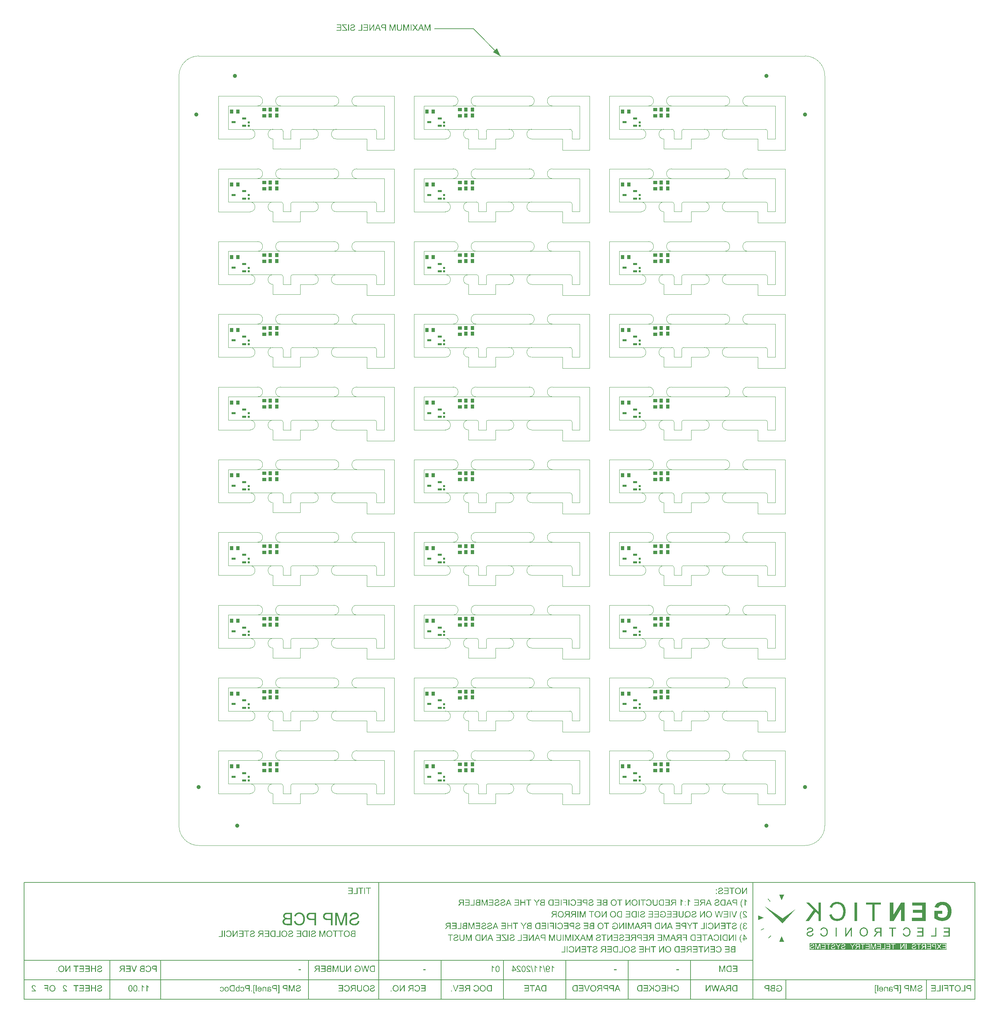
<source format=gbp>
G04*
G04 #@! TF.GenerationSoftware,Altium Limited,Altium Designer,25.0.2 (28)*
G04*
G04 Layer_Color=128*
%FSLAX24Y24*%
%MOIN*%
G70*
G04*
G04 #@! TF.SameCoordinates,BAA0B08D-9D87-43D8-96EE-EFDE37164EB2*
G04*
G04*
G04 #@! TF.FilePolarity,Positive*
G04*
G01*
G75*
%ADD10C,0.0079*%
%ADD19C,0.0020*%
%ADD26R,0.0244X0.0244*%
%ADD36R,0.0354X0.0394*%
%ADD37R,0.0354X0.0394*%
%ADD38R,0.0394X0.0374*%
%ADD39R,0.0394X0.0236*%
%ADD40R,0.0374X0.0394*%
%ADD43C,0.0414*%
G36*
X32500Y79750D02*
X31713Y80144D01*
X32106Y80537D01*
X32500Y79750D01*
D02*
G37*
G36*
X60894Y-5521D02*
X60650Y-4960D01*
X61137Y-4960D01*
X60894Y-5521D01*
D02*
G37*
G36*
X59095Y-7303D02*
X58513Y-7543D01*
Y-7052D01*
X59095Y-7303D01*
D02*
G37*
G36*
X60997Y-7359D02*
X62247Y-6449D01*
X60988Y-7874D01*
X59128Y-6083D01*
X60997Y-7359D01*
D02*
G37*
G36*
X61143Y-9744D02*
X60650Y-9741D01*
X60891Y-9179D01*
X61143Y-9744D01*
D02*
G37*
G36*
X77564Y-9862D02*
Y-10528D01*
X63705D01*
Y-9862D01*
X77564D01*
D02*
G37*
G36*
X63800Y-8277D02*
X63830Y-8280D01*
X63858Y-8286D01*
X63882Y-8291D01*
X63901Y-8296D01*
X63910Y-8298D01*
X63916Y-8301D01*
X63921Y-8303D01*
X63925Y-8305D01*
X63928Y-8306D01*
X63929D01*
X63955Y-8319D01*
X63977Y-8333D01*
X63997Y-8348D01*
X64012Y-8362D01*
X64023Y-8375D01*
X64032Y-8385D01*
X64039Y-8393D01*
X64040Y-8394D01*
Y-8395D01*
X64053Y-8417D01*
X64062Y-8439D01*
X64068Y-8460D01*
X64072Y-8479D01*
X64074Y-8496D01*
X64077Y-8509D01*
Y-8514D01*
Y-8518D01*
Y-8519D01*
Y-8520D01*
X64076Y-8542D01*
X64072Y-8562D01*
X64067Y-8581D01*
X64062Y-8598D01*
X64057Y-8611D01*
X64051Y-8621D01*
X64048Y-8627D01*
X64046Y-8630D01*
X64034Y-8648D01*
X64018Y-8664D01*
X64003Y-8678D01*
X63988Y-8690D01*
X63975Y-8700D01*
X63963Y-8706D01*
X63956Y-8711D01*
X63955Y-8713D01*
X63953D01*
X63943Y-8718D01*
X63932Y-8723D01*
X63906Y-8732D01*
X63877Y-8741D01*
X63849Y-8750D01*
X63823Y-8757D01*
X63812Y-8760D01*
X63802Y-8762D01*
X63794Y-8765D01*
X63787Y-8766D01*
X63784Y-8767D01*
X63782D01*
X63761Y-8773D01*
X63740Y-8778D01*
X63722Y-8783D01*
X63707Y-8787D01*
X63692Y-8790D01*
X63679Y-8794D01*
X63668Y-8797D01*
X63659Y-8801D01*
X63650Y-8803D01*
X63643Y-8804D01*
X63633Y-8808D01*
X63627Y-8810D01*
X63626Y-8811D01*
X63606Y-8818D01*
X63590Y-8827D01*
X63576Y-8836D01*
X63566Y-8844D01*
X63557Y-8852D01*
X63552Y-8857D01*
X63548Y-8861D01*
X63547Y-8862D01*
X63538Y-8873D01*
X63531Y-8886D01*
X63527Y-8899D01*
X63524Y-8909D01*
X63522Y-8919D01*
X63521Y-8927D01*
Y-8933D01*
Y-8935D01*
X63522Y-8950D01*
X63525Y-8964D01*
X63529Y-8977D01*
X63534Y-8987D01*
X63539Y-8997D01*
X63543Y-9003D01*
X63545Y-9008D01*
X63547Y-9010D01*
X63557Y-9022D01*
X63569Y-9033D01*
X63582Y-9042D01*
X63594Y-9051D01*
X63605Y-9056D01*
X63614Y-9061D01*
X63620Y-9063D01*
X63623Y-9065D01*
X63642Y-9071D01*
X63663Y-9076D01*
X63683Y-9079D01*
X63701Y-9081D01*
X63716Y-9082D01*
X63729Y-9084D01*
X63740D01*
X63768Y-9082D01*
X63794Y-9080D01*
X63817Y-9076D01*
X63837Y-9071D01*
X63854Y-9066D01*
X63867Y-9062D01*
X63870Y-9061D01*
X63874Y-9059D01*
X63875Y-9058D01*
X63877D01*
X63897Y-9048D01*
X63916Y-9037D01*
X63930Y-9025D01*
X63943Y-9014D01*
X63953Y-9005D01*
X63960Y-8996D01*
X63963Y-8991D01*
X63965Y-8989D01*
X63974Y-8973D01*
X63983Y-8955D01*
X63988Y-8936D01*
X63993Y-8919D01*
X63997Y-8903D01*
X63999Y-8891D01*
Y-8886D01*
X64000Y-8882D01*
Y-8881D01*
Y-8880D01*
X64110Y-8890D01*
X64108Y-8922D01*
X64102Y-8952D01*
X64095Y-8979D01*
X64086Y-9003D01*
X64077Y-9022D01*
X64073Y-9030D01*
X64071Y-9037D01*
X64067Y-9042D01*
X64065Y-9045D01*
X64063Y-9048D01*
Y-9049D01*
X64044Y-9073D01*
X64023Y-9095D01*
X64002Y-9113D01*
X63981Y-9128D01*
X63963Y-9140D01*
X63948Y-9147D01*
X63943Y-9150D01*
X63939Y-9153D01*
X63937Y-9154D01*
X63935D01*
X63904Y-9165D01*
X63870Y-9174D01*
X63837Y-9179D01*
X63805Y-9184D01*
X63790Y-9186D01*
X63777Y-9187D01*
X63766D01*
X63756Y-9188D01*
X63735D01*
X63701Y-9187D01*
X63669Y-9183D01*
X63640Y-9177D01*
X63615Y-9170D01*
X63595Y-9165D01*
X63586Y-9161D01*
X63578Y-9159D01*
X63573Y-9156D01*
X63569Y-9155D01*
X63567Y-9154D01*
X63566D01*
X63539Y-9140D01*
X63516Y-9124D01*
X63496Y-9108D01*
X63479Y-9093D01*
X63466Y-9080D01*
X63457Y-9068D01*
X63451Y-9061D01*
X63450Y-9059D01*
Y-9058D01*
X63436Y-9034D01*
X63425Y-9011D01*
X63419Y-8989D01*
X63414Y-8969D01*
X63411Y-8951D01*
X63409Y-8937D01*
Y-8932D01*
Y-8928D01*
Y-8927D01*
Y-8926D01*
X63410Y-8900D01*
X63414Y-8876D01*
X63420Y-8854D01*
X63427Y-8836D01*
X63434Y-8821D01*
X63439Y-8810D01*
X63445Y-8803D01*
X63446Y-8801D01*
X63461Y-8782D01*
X63479Y-8764D01*
X63498Y-8748D01*
X63517Y-8734D01*
X63534Y-8724D01*
X63548Y-8716D01*
X63553Y-8714D01*
X63557Y-8711D01*
X63559Y-8710D01*
X63561D01*
X63571Y-8705D01*
X63583Y-8701D01*
X63598Y-8696D01*
X63613Y-8691D01*
X63645Y-8682D01*
X63678Y-8673D01*
X63693Y-8669D01*
X63707Y-8665D01*
X63721Y-8662D01*
X63733Y-8659D01*
X63742Y-8657D01*
X63749Y-8655D01*
X63754Y-8654D01*
X63756D01*
X63781Y-8648D01*
X63804Y-8643D01*
X63824Y-8636D01*
X63842Y-8631D01*
X63859Y-8625D01*
X63873Y-8620D01*
X63886Y-8614D01*
X63897Y-8611D01*
X63906Y-8606D01*
X63914Y-8602D01*
X63919Y-8599D01*
X63924Y-8595D01*
X63930Y-8592D01*
X63932Y-8590D01*
X63943Y-8578D01*
X63951Y-8565D01*
X63957Y-8552D01*
X63961Y-8539D01*
X63963Y-8529D01*
X63965Y-8520D01*
Y-8515D01*
Y-8512D01*
X63962Y-8492D01*
X63957Y-8474D01*
X63949Y-8459D01*
X63941Y-8445D01*
X63933Y-8435D01*
X63925Y-8426D01*
X63920Y-8421D01*
X63918Y-8419D01*
X63907Y-8413D01*
X63897Y-8407D01*
X63873Y-8396D01*
X63847Y-8390D01*
X63822Y-8385D01*
X63799Y-8382D01*
X63789Y-8381D01*
X63781Y-8380D01*
X63763D01*
X63728Y-8381D01*
X63696Y-8386D01*
X63670Y-8394D01*
X63649Y-8402D01*
X63632Y-8409D01*
X63619Y-8417D01*
X63613Y-8422D01*
X63610Y-8423D01*
X63592Y-8441D01*
X63578Y-8460D01*
X63567Y-8481D01*
X63559Y-8501D01*
X63554Y-8520D01*
X63550Y-8534D01*
X63549Y-8541D01*
X63548Y-8544D01*
Y-8547D01*
Y-8548D01*
X63436Y-8539D01*
X63438Y-8511D01*
X63445Y-8486D01*
X63451Y-8461D01*
X63460Y-8441D01*
X63467Y-8425D01*
X63474Y-8412D01*
X63476Y-8408D01*
X63479Y-8404D01*
X63480Y-8403D01*
Y-8402D01*
X63497Y-8380D01*
X63515Y-8361D01*
X63534Y-8344D01*
X63553Y-8331D01*
X63569Y-8320D01*
X63582Y-8314D01*
X63587Y-8311D01*
X63591Y-8308D01*
X63594Y-8307D01*
X63595D01*
X63623Y-8297D01*
X63654Y-8289D01*
X63682Y-8283D01*
X63708Y-8279D01*
X63733Y-8277D01*
X63742D01*
X63751Y-8275D01*
X63767D01*
X63800Y-8277D01*
D02*
G37*
G36*
X66462Y-9188D02*
X66344D01*
Y-8306D01*
X66462D01*
Y-9188D01*
D02*
G37*
G36*
X67998D02*
X67885D01*
Y-8496D01*
X67424Y-9188D01*
X67303D01*
Y-8306D01*
X67415D01*
Y-9000D01*
X67878Y-8306D01*
X67998D01*
Y-9188D01*
D02*
G37*
G36*
X69222Y-8277D02*
X69254Y-8280D01*
X69285Y-8287D01*
X69314Y-8294D01*
X69341Y-8305D01*
X69367Y-8315D01*
X69390Y-8326D01*
X69410Y-8338D01*
X69429Y-8349D01*
X69446Y-8361D01*
X69460Y-8371D01*
X69471Y-8381D01*
X69480Y-8389D01*
X69488Y-8395D01*
X69492Y-8399D01*
X69493Y-8400D01*
X69513Y-8425D01*
X69531Y-8450D01*
X69548Y-8478D01*
X69560Y-8506D01*
X69572Y-8535D01*
X69582Y-8563D01*
X69590Y-8592D01*
X69595Y-8618D01*
X69600Y-8644D01*
X69604Y-8668D01*
X69606Y-8690D01*
X69609Y-8708D01*
Y-8723D01*
X69610Y-8734D01*
Y-8742D01*
Y-8743D01*
Y-8745D01*
X69608Y-8788D01*
X69602Y-8827D01*
X69595Y-8866D01*
X69590Y-8882D01*
X69585Y-8899D01*
X69581Y-8913D01*
X69576Y-8926D01*
X69572Y-8937D01*
X69568Y-8947D01*
X69565Y-8955D01*
X69563Y-8960D01*
X69560Y-8964D01*
Y-8965D01*
X69539Y-9002D01*
X69516Y-9034D01*
X69490Y-9062D01*
X69466Y-9085D01*
X69444Y-9104D01*
X69435Y-9112D01*
X69428Y-9117D01*
X69420Y-9122D01*
X69415Y-9126D01*
X69412Y-9127D01*
X69411Y-9128D01*
X69392Y-9139D01*
X69373Y-9147D01*
X69335Y-9163D01*
X69298Y-9173D01*
X69263Y-9181D01*
X69247Y-9183D01*
X69233Y-9184D01*
X69220Y-9187D01*
X69208D01*
X69201Y-9188D01*
X69188D01*
X69146Y-9186D01*
X69106Y-9179D01*
X69069Y-9172D01*
X69053Y-9167D01*
X69038Y-9161D01*
X69024Y-9156D01*
X69011Y-9151D01*
X69001Y-9147D01*
X68992Y-9144D01*
X68984Y-9140D01*
X68978Y-9137D01*
X68975Y-9135D01*
X68974D01*
X68938Y-9112D01*
X68908Y-9086D01*
X68882Y-9059D01*
X68860Y-9034D01*
X68843Y-9010D01*
X68836Y-9001D01*
X68831Y-8992D01*
X68826Y-8984D01*
X68823Y-8979D01*
X68821Y-8975D01*
Y-8974D01*
X68811Y-8954D01*
X68803Y-8933D01*
X68789Y-8892D01*
X68779Y-8852D01*
X68772Y-8815D01*
X68771Y-8798D01*
X68769Y-8783D01*
X68767Y-8769D01*
Y-8757D01*
X68766Y-8747D01*
Y-8741D01*
Y-8736D01*
Y-8734D01*
X68769Y-8686D01*
X68774Y-8641D01*
X68777Y-8621D01*
X68783Y-8600D01*
X68788Y-8583D01*
X68792Y-8566D01*
X68797Y-8551D01*
X68802Y-8537D01*
X68806Y-8525D01*
X68811Y-8515D01*
X68813Y-8507D01*
X68816Y-8502D01*
X68818Y-8498D01*
Y-8497D01*
X68839Y-8460D01*
X68863Y-8427D01*
X68888Y-8399D01*
X68911Y-8376D01*
X68933Y-8358D01*
X68943Y-8351D01*
X68951Y-8344D01*
X68959Y-8340D01*
X68964Y-8337D01*
X68966Y-8335D01*
X68967Y-8334D01*
X68987Y-8324D01*
X69006Y-8315D01*
X69043Y-8300D01*
X69081Y-8289D01*
X69114Y-8283D01*
X69129Y-8280D01*
X69145Y-8278D01*
X69156Y-8277D01*
X69168D01*
X69177Y-8275D01*
X69188D01*
X69222Y-8277D01*
D02*
G37*
G36*
X70974Y-9188D02*
X70856D01*
Y-8797D01*
X70706D01*
X70692Y-8798D01*
X70682D01*
X70673Y-8799D01*
X70666Y-8801D01*
X70661D01*
X70659Y-8802D01*
X70657D01*
X70637Y-8808D01*
X70628Y-8812D01*
X70620Y-8816D01*
X70613Y-8820D01*
X70608Y-8822D01*
X70605Y-8824D01*
X70604Y-8825D01*
X70594Y-8833D01*
X70584Y-8841D01*
X70564Y-8861D01*
X70555Y-8869D01*
X70549Y-8877D01*
X70545Y-8882D01*
X70544Y-8884D01*
X70531Y-8901D01*
X70517Y-8920D01*
X70503Y-8941D01*
X70489Y-8960D01*
X70478Y-8978D01*
X70469Y-8992D01*
X70465Y-8997D01*
X70462Y-9001D01*
X70460Y-9003D01*
Y-9005D01*
X70344Y-9188D01*
X70198D01*
X70350Y-8949D01*
X70368Y-8923D01*
X70385Y-8900D01*
X70401Y-8881D01*
X70415Y-8863D01*
X70428Y-8850D01*
X70438Y-8840D01*
X70445Y-8834D01*
X70447Y-8831D01*
X70457Y-8824D01*
X70469Y-8815D01*
X70492Y-8801D01*
X70502Y-8796D01*
X70510Y-8790D01*
X70515Y-8788D01*
X70517Y-8787D01*
X70494Y-8783D01*
X70473Y-8779D01*
X70453Y-8773D01*
X70434Y-8767D01*
X70418Y-8761D01*
X70402Y-8753D01*
X70388Y-8747D01*
X70376Y-8741D01*
X70365Y-8733D01*
X70355Y-8727D01*
X70348Y-8722D01*
X70341Y-8716D01*
X70336Y-8713D01*
X70332Y-8709D01*
X70331Y-8708D01*
X70330Y-8706D01*
X70320Y-8694D01*
X70309Y-8681D01*
X70294Y-8654D01*
X70284Y-8627D01*
X70276Y-8602D01*
X70271Y-8580D01*
X70270Y-8571D01*
Y-8562D01*
X70269Y-8556D01*
Y-8551D01*
Y-8548D01*
Y-8547D01*
X70270Y-8520D01*
X70274Y-8496D01*
X70280Y-8473D01*
X70286Y-8454D01*
X70294Y-8437D01*
X70299Y-8425D01*
X70304Y-8417D01*
X70306Y-8416D01*
Y-8414D01*
X70321Y-8394D01*
X70336Y-8376D01*
X70353Y-8361D01*
X70368Y-8349D01*
X70382Y-8340D01*
X70394Y-8335D01*
X70401Y-8331D01*
X70402Y-8330D01*
X70404D01*
X70415Y-8326D01*
X70429Y-8323D01*
X70457Y-8316D01*
X70488Y-8312D01*
X70516Y-8308D01*
X70543Y-8307D01*
X70554D01*
X70564Y-8306D01*
X70974D01*
Y-9188D01*
D02*
G37*
G36*
X72440Y-8410D02*
X72149D01*
Y-9188D01*
X72032D01*
Y-8410D01*
X71741D01*
Y-8306D01*
X72440D01*
Y-8410D01*
D02*
G37*
G36*
X65187Y-8278D02*
X65227Y-8284D01*
X65263Y-8292D01*
X65280Y-8297D01*
X65295Y-8302D01*
X65309Y-8307D01*
X65322Y-8312D01*
X65332Y-8316D01*
X65342Y-8320D01*
X65348Y-8324D01*
X65354Y-8326D01*
X65357Y-8328D01*
X65359Y-8329D01*
X65393Y-8351D01*
X65422Y-8376D01*
X65448Y-8402D01*
X65470Y-8427D01*
X65486Y-8450D01*
X65493Y-8460D01*
X65498Y-8469D01*
X65503Y-8476D01*
X65505Y-8481D01*
X65507Y-8484D01*
X65508Y-8486D01*
X65526Y-8525D01*
X65538Y-8566D01*
X65547Y-8607D01*
X65554Y-8644D01*
X65556Y-8660D01*
X65558Y-8677D01*
X65559Y-8690D01*
Y-8702D01*
X65560Y-8711D01*
Y-8719D01*
Y-8724D01*
Y-8725D01*
X65558Y-8771D01*
X65552Y-8816D01*
X65546Y-8855D01*
X65541Y-8875D01*
X65537Y-8891D01*
X65533Y-8906D01*
X65528Y-8920D01*
X65524Y-8933D01*
X65522Y-8943D01*
X65518Y-8951D01*
X65517Y-8957D01*
X65514Y-8961D01*
Y-8963D01*
X65495Y-9001D01*
X65473Y-9035D01*
X65450Y-9065D01*
X65439Y-9076D01*
X65429Y-9088D01*
X65419Y-9098D01*
X65408Y-9107D01*
X65399Y-9114D01*
X65392Y-9119D01*
X65387Y-9124D01*
X65382Y-9128D01*
X65379Y-9130D01*
X65378Y-9131D01*
X65360Y-9141D01*
X65342Y-9150D01*
X65304Y-9164D01*
X65266Y-9174D01*
X65229Y-9181D01*
X65211Y-9183D01*
X65195Y-9186D01*
X65181Y-9187D01*
X65170D01*
X65160Y-9188D01*
X65146D01*
X65120Y-9187D01*
X65096Y-9184D01*
X65073Y-9182D01*
X65051Y-9177D01*
X65031Y-9170D01*
X65012Y-9164D01*
X64994Y-9158D01*
X64977Y-9150D01*
X64963Y-9144D01*
X64949Y-9137D01*
X64939Y-9131D01*
X64929Y-9124D01*
X64923Y-9119D01*
X64916Y-9117D01*
X64914Y-9114D01*
X64912Y-9113D01*
X64895Y-9098D01*
X64879Y-9082D01*
X64865Y-9065D01*
X64851Y-9047D01*
X64828Y-9011D01*
X64810Y-8975D01*
X64803Y-8959D01*
X64796Y-8943D01*
X64791Y-8929D01*
X64787Y-8918D01*
X64784Y-8908D01*
X64781Y-8900D01*
X64780Y-8895D01*
Y-8894D01*
X64897Y-8864D01*
X64902Y-8885D01*
X64909Y-8904D01*
X64915Y-8922D01*
X64921Y-8938D01*
X64929Y-8954D01*
X64937Y-8966D01*
X64946Y-8979D01*
X64953Y-8991D01*
X64960Y-9001D01*
X64967Y-9008D01*
X64974Y-9016D01*
X64979Y-9022D01*
X64984Y-9026D01*
X64988Y-9030D01*
X64989Y-9031D01*
X64990Y-9033D01*
X65003Y-9043D01*
X65017Y-9051D01*
X65045Y-9065D01*
X65072Y-9075D01*
X65099Y-9081D01*
X65121Y-9086D01*
X65130Y-9088D01*
X65139D01*
X65147Y-9089D01*
X65156D01*
X65185Y-9088D01*
X65213Y-9082D01*
X65239Y-9076D01*
X65262Y-9068D01*
X65280Y-9061D01*
X65287Y-9057D01*
X65294Y-9054D01*
X65299Y-9052D01*
X65303Y-9049D01*
X65305Y-9048D01*
X65306D01*
X65331Y-9030D01*
X65351Y-9011D01*
X65369Y-8989D01*
X65383Y-8969D01*
X65394Y-8951D01*
X65402Y-8936D01*
X65405Y-8929D01*
X65407Y-8926D01*
X65408Y-8923D01*
Y-8922D01*
X65419Y-8889D01*
X65426Y-8855D01*
X65433Y-8822D01*
X65436Y-8792D01*
X65438Y-8778D01*
X65439Y-8765D01*
Y-8753D01*
X65440Y-8745D01*
Y-8737D01*
Y-8731D01*
Y-8727D01*
Y-8725D01*
X65439Y-8692D01*
X65436Y-8662D01*
X65431Y-8634D01*
X65426Y-8608D01*
X65422Y-8586D01*
X65420Y-8578D01*
X65417Y-8570D01*
X65416Y-8563D01*
X65415Y-8560D01*
X65413Y-8557D01*
Y-8556D01*
X65401Y-8527D01*
X65387Y-8500D01*
X65371Y-8478D01*
X65355Y-8459D01*
X65341Y-8444D01*
X65329Y-8433D01*
X65320Y-8427D01*
X65319Y-8425D01*
X65318D01*
X65291Y-8408D01*
X65262Y-8395D01*
X65234Y-8386D01*
X65207Y-8381D01*
X65183Y-8377D01*
X65172Y-8376D01*
X65164D01*
X65157Y-8375D01*
X65147D01*
X65115Y-8376D01*
X65086Y-8381D01*
X65062Y-8389D01*
X65040Y-8396D01*
X65023Y-8405D01*
X65011Y-8412D01*
X65003Y-8417D01*
X65000Y-8419D01*
X64980Y-8439D01*
X64961Y-8460D01*
X64946Y-8483D01*
X64933Y-8506D01*
X64923Y-8527D01*
X64919Y-8537D01*
X64916Y-8544D01*
X64914Y-8551D01*
X64911Y-8556D01*
X64910Y-8558D01*
Y-8560D01*
X64795Y-8533D01*
X64803Y-8510D01*
X64810Y-8490D01*
X64821Y-8470D01*
X64830Y-8451D01*
X64840Y-8435D01*
X64851Y-8419D01*
X64861Y-8404D01*
X64872Y-8391D01*
X64882Y-8381D01*
X64891Y-8371D01*
X64900Y-8362D01*
X64906Y-8356D01*
X64912Y-8349D01*
X64917Y-8345D01*
X64920Y-8344D01*
X64921Y-8343D01*
X64939Y-8331D01*
X64957Y-8320D01*
X64975Y-8311D01*
X64994Y-8303D01*
X65032Y-8292D01*
X65067Y-8284D01*
X65083Y-8280D01*
X65097Y-8279D01*
X65111Y-8278D01*
X65123Y-8277D01*
X65132Y-8275D01*
X65144D01*
X65187Y-8278D01*
D02*
G37*
G36*
X73537D02*
X73577Y-8284D01*
X73613Y-8292D01*
X73630Y-8297D01*
X73645Y-8302D01*
X73659Y-8307D01*
X73672Y-8312D01*
X73682Y-8316D01*
X73692Y-8320D01*
X73698Y-8324D01*
X73704Y-8326D01*
X73707Y-8328D01*
X73709Y-8329D01*
X73743Y-8351D01*
X73772Y-8376D01*
X73798Y-8402D01*
X73820Y-8427D01*
X73836Y-8450D01*
X73843Y-8460D01*
X73848Y-8469D01*
X73853Y-8476D01*
X73855Y-8481D01*
X73857Y-8484D01*
X73858Y-8486D01*
X73876Y-8525D01*
X73888Y-8566D01*
X73897Y-8607D01*
X73904Y-8644D01*
X73906Y-8660D01*
X73908Y-8677D01*
X73909Y-8690D01*
Y-8702D01*
X73910Y-8711D01*
Y-8719D01*
Y-8724D01*
Y-8725D01*
X73908Y-8771D01*
X73902Y-8816D01*
X73896Y-8855D01*
X73891Y-8875D01*
X73887Y-8891D01*
X73883Y-8906D01*
X73878Y-8920D01*
X73874Y-8933D01*
X73872Y-8943D01*
X73868Y-8951D01*
X73867Y-8957D01*
X73864Y-8961D01*
Y-8963D01*
X73845Y-9001D01*
X73823Y-9035D01*
X73800Y-9065D01*
X73789Y-9076D01*
X73779Y-9088D01*
X73769Y-9098D01*
X73758Y-9107D01*
X73749Y-9114D01*
X73742Y-9119D01*
X73737Y-9124D01*
X73732Y-9128D01*
X73729Y-9130D01*
X73728Y-9131D01*
X73710Y-9141D01*
X73692Y-9150D01*
X73654Y-9164D01*
X73616Y-9174D01*
X73579Y-9181D01*
X73561Y-9183D01*
X73545Y-9186D01*
X73531Y-9187D01*
X73520D01*
X73510Y-9188D01*
X73496D01*
X73470Y-9187D01*
X73446Y-9184D01*
X73423Y-9182D01*
X73401Y-9177D01*
X73381Y-9170D01*
X73362Y-9164D01*
X73344Y-9158D01*
X73327Y-9150D01*
X73313Y-9144D01*
X73299Y-9137D01*
X73289Y-9131D01*
X73279Y-9124D01*
X73273Y-9119D01*
X73266Y-9117D01*
X73264Y-9114D01*
X73262Y-9113D01*
X73245Y-9098D01*
X73229Y-9082D01*
X73215Y-9065D01*
X73201Y-9047D01*
X73178Y-9011D01*
X73160Y-8975D01*
X73153Y-8959D01*
X73146Y-8943D01*
X73141Y-8929D01*
X73137Y-8918D01*
X73134Y-8908D01*
X73131Y-8900D01*
X73130Y-8895D01*
Y-8894D01*
X73247Y-8864D01*
X73252Y-8885D01*
X73259Y-8904D01*
X73265Y-8922D01*
X73271Y-8938D01*
X73279Y-8954D01*
X73287Y-8966D01*
X73296Y-8979D01*
X73303Y-8991D01*
X73310Y-9001D01*
X73317Y-9008D01*
X73324Y-9016D01*
X73329Y-9022D01*
X73334Y-9026D01*
X73338Y-9030D01*
X73339Y-9031D01*
X73340Y-9033D01*
X73353Y-9043D01*
X73367Y-9051D01*
X73395Y-9065D01*
X73422Y-9075D01*
X73449Y-9081D01*
X73471Y-9086D01*
X73480Y-9088D01*
X73489D01*
X73497Y-9089D01*
X73506D01*
X73535Y-9088D01*
X73563Y-9082D01*
X73589Y-9076D01*
X73612Y-9068D01*
X73630Y-9061D01*
X73637Y-9057D01*
X73644Y-9054D01*
X73649Y-9052D01*
X73653Y-9049D01*
X73655Y-9048D01*
X73656D01*
X73681Y-9030D01*
X73701Y-9011D01*
X73719Y-8989D01*
X73733Y-8969D01*
X73744Y-8951D01*
X73752Y-8936D01*
X73755Y-8929D01*
X73757Y-8926D01*
X73758Y-8923D01*
Y-8922D01*
X73769Y-8889D01*
X73776Y-8855D01*
X73783Y-8822D01*
X73786Y-8792D01*
X73788Y-8778D01*
X73789Y-8765D01*
Y-8753D01*
X73790Y-8745D01*
Y-8737D01*
Y-8731D01*
Y-8727D01*
Y-8725D01*
X73789Y-8692D01*
X73786Y-8662D01*
X73781Y-8634D01*
X73776Y-8608D01*
X73772Y-8586D01*
X73770Y-8578D01*
X73767Y-8570D01*
X73766Y-8563D01*
X73765Y-8560D01*
X73763Y-8557D01*
Y-8556D01*
X73751Y-8527D01*
X73737Y-8500D01*
X73721Y-8478D01*
X73705Y-8459D01*
X73691Y-8444D01*
X73679Y-8433D01*
X73670Y-8427D01*
X73669Y-8425D01*
X73668D01*
X73641Y-8408D01*
X73612Y-8395D01*
X73584Y-8386D01*
X73557Y-8381D01*
X73533Y-8377D01*
X73522Y-8376D01*
X73514D01*
X73507Y-8375D01*
X73497D01*
X73465Y-8376D01*
X73436Y-8381D01*
X73412Y-8389D01*
X73390Y-8396D01*
X73373Y-8405D01*
X73361Y-8412D01*
X73353Y-8417D01*
X73350Y-8419D01*
X73330Y-8439D01*
X73311Y-8460D01*
X73296Y-8483D01*
X73283Y-8506D01*
X73273Y-8527D01*
X73269Y-8537D01*
X73266Y-8544D01*
X73264Y-8551D01*
X73261Y-8556D01*
X73260Y-8558D01*
Y-8560D01*
X73145Y-8533D01*
X73153Y-8510D01*
X73160Y-8490D01*
X73171Y-8470D01*
X73179Y-8451D01*
X73190Y-8435D01*
X73201Y-8419D01*
X73211Y-8404D01*
X73222Y-8391D01*
X73232Y-8381D01*
X73241Y-8371D01*
X73250Y-8362D01*
X73256Y-8356D01*
X73262Y-8349D01*
X73267Y-8345D01*
X73270Y-8344D01*
X73271Y-8343D01*
X73289Y-8331D01*
X73307Y-8320D01*
X73325Y-8311D01*
X73344Y-8303D01*
X73382Y-8292D01*
X73417Y-8284D01*
X73433Y-8280D01*
X73447Y-8279D01*
X73461Y-8278D01*
X73473Y-8277D01*
X73482Y-8275D01*
X73494D01*
X73537Y-8278D01*
D02*
G37*
G36*
X76522Y-9188D02*
X75970D01*
Y-9084D01*
X76405D01*
Y-8306D01*
X76522D01*
Y-9188D01*
D02*
G37*
G36*
X75217D02*
X74558D01*
Y-9084D01*
X75100D01*
Y-8784D01*
X74611D01*
Y-8680D01*
X75100D01*
Y-8410D01*
X74578D01*
Y-8306D01*
X75217D01*
Y-9188D01*
D02*
G37*
G36*
X77886D02*
X77226D01*
Y-9084D01*
X77768D01*
Y-8784D01*
X77280D01*
Y-8680D01*
X77768D01*
Y-8410D01*
X77247D01*
Y-8306D01*
X77886D01*
Y-9188D01*
D02*
G37*
G36*
X64860Y-7622D02*
X64612D01*
Y-6975D01*
X64307Y-6681D01*
X63644Y-7622D01*
X63317D01*
X64135Y-6514D01*
X63352Y-5756D01*
X63690D01*
X64612Y-6684D01*
Y-5756D01*
X64860D01*
Y-7622D01*
D02*
G37*
G36*
X66570Y-5697D02*
X66656Y-5710D01*
X66732Y-5726D01*
X66767Y-5737D01*
X66799Y-5748D01*
X66829Y-5759D01*
X66856Y-5770D01*
X66877Y-5778D01*
X66899Y-5786D01*
X66912Y-5794D01*
X66923Y-5799D01*
X66931Y-5802D01*
X66934Y-5805D01*
X67007Y-5850D01*
X67069Y-5904D01*
X67123Y-5958D01*
X67169Y-6012D01*
X67204Y-6061D01*
X67217Y-6082D01*
X67228Y-6101D01*
X67239Y-6115D01*
X67244Y-6126D01*
X67247Y-6134D01*
X67249Y-6136D01*
X67287Y-6220D01*
X67314Y-6306D01*
X67333Y-6393D01*
X67347Y-6471D01*
X67352Y-6506D01*
X67355Y-6541D01*
X67357Y-6568D01*
Y-6595D01*
X67360Y-6614D01*
Y-6630D01*
Y-6641D01*
Y-6643D01*
X67355Y-6740D01*
X67344Y-6835D01*
X67330Y-6918D01*
X67320Y-6959D01*
X67312Y-6994D01*
X67303Y-7026D01*
X67293Y-7056D01*
X67285Y-7083D01*
X67279Y-7105D01*
X67271Y-7121D01*
X67268Y-7134D01*
X67263Y-7142D01*
Y-7145D01*
X67223Y-7226D01*
X67177Y-7299D01*
X67128Y-7361D01*
X67104Y-7385D01*
X67082Y-7409D01*
X67061Y-7431D01*
X67039Y-7450D01*
X67020Y-7466D01*
X67004Y-7477D01*
X66993Y-7488D01*
X66982Y-7496D01*
X66977Y-7498D01*
X66974Y-7501D01*
X66937Y-7523D01*
X66899Y-7541D01*
X66818Y-7571D01*
X66737Y-7593D01*
X66659Y-7606D01*
X66621Y-7612D01*
X66589Y-7617D01*
X66559Y-7620D01*
X66535D01*
X66513Y-7622D01*
X66484D01*
X66430Y-7620D01*
X66378Y-7614D01*
X66330Y-7609D01*
X66284Y-7598D01*
X66241Y-7585D01*
X66200Y-7571D01*
X66163Y-7558D01*
X66128Y-7541D01*
X66098Y-7528D01*
X66068Y-7515D01*
X66047Y-7501D01*
X66025Y-7488D01*
X66012Y-7477D01*
X65998Y-7471D01*
X65993Y-7466D01*
X65990Y-7463D01*
X65952Y-7431D01*
X65920Y-7399D01*
X65890Y-7361D01*
X65861Y-7323D01*
X65812Y-7248D01*
X65774Y-7172D01*
X65758Y-7137D01*
X65745Y-7105D01*
X65734Y-7075D01*
X65726Y-7051D01*
X65718Y-7029D01*
X65712Y-7013D01*
X65710Y-7002D01*
Y-6999D01*
X65958Y-6937D01*
X65968Y-6981D01*
X65982Y-7021D01*
X65995Y-7059D01*
X66009Y-7094D01*
X66025Y-7126D01*
X66041Y-7153D01*
X66060Y-7180D01*
X66076Y-7204D01*
X66090Y-7226D01*
X66106Y-7242D01*
X66119Y-7258D01*
X66130Y-7272D01*
X66141Y-7280D01*
X66149Y-7288D01*
X66152Y-7291D01*
X66155Y-7293D01*
X66181Y-7315D01*
X66211Y-7331D01*
X66270Y-7361D01*
X66327Y-7382D01*
X66384Y-7396D01*
X66432Y-7407D01*
X66451Y-7409D01*
X66470D01*
X66486Y-7412D01*
X66505D01*
X66567Y-7409D01*
X66627Y-7399D01*
X66680Y-7385D01*
X66729Y-7369D01*
X66767Y-7353D01*
X66783Y-7345D01*
X66796Y-7339D01*
X66807Y-7334D01*
X66815Y-7328D01*
X66821Y-7326D01*
X66823D01*
X66875Y-7288D01*
X66918Y-7248D01*
X66956Y-7202D01*
X66985Y-7159D01*
X67009Y-7121D01*
X67026Y-7088D01*
X67031Y-7075D01*
X67036Y-7067D01*
X67039Y-7061D01*
Y-7059D01*
X67061Y-6989D01*
X67077Y-6918D01*
X67090Y-6848D01*
X67098Y-6784D01*
X67101Y-6754D01*
X67104Y-6727D01*
Y-6703D01*
X67107Y-6684D01*
Y-6668D01*
Y-6654D01*
Y-6646D01*
Y-6643D01*
X67104Y-6573D01*
X67098Y-6509D01*
X67088Y-6449D01*
X67077Y-6395D01*
X67069Y-6349D01*
X67063Y-6331D01*
X67058Y-6314D01*
X67055Y-6301D01*
X67053Y-6293D01*
X67050Y-6287D01*
Y-6285D01*
X67023Y-6223D01*
X66993Y-6166D01*
X66961Y-6120D01*
X66926Y-6080D01*
X66896Y-6047D01*
X66872Y-6026D01*
X66853Y-6012D01*
X66850Y-6007D01*
X66848D01*
X66791Y-5972D01*
X66729Y-5945D01*
X66670Y-5926D01*
X66613Y-5915D01*
X66562Y-5907D01*
X66540Y-5904D01*
X66521D01*
X66508Y-5902D01*
X66486D01*
X66419Y-5904D01*
X66357Y-5915D01*
X66306Y-5931D01*
X66260Y-5948D01*
X66225Y-5966D01*
X66198Y-5980D01*
X66181Y-5991D01*
X66176Y-5996D01*
X66133Y-6037D01*
X66092Y-6082D01*
X66060Y-6131D01*
X66033Y-6180D01*
X66012Y-6223D01*
X66003Y-6244D01*
X65998Y-6260D01*
X65993Y-6274D01*
X65987Y-6285D01*
X65985Y-6290D01*
Y-6293D01*
X65742Y-6236D01*
X65758Y-6188D01*
X65774Y-6144D01*
X65796Y-6104D01*
X65815Y-6064D01*
X65836Y-6028D01*
X65861Y-5996D01*
X65882Y-5964D01*
X65904Y-5937D01*
X65925Y-5915D01*
X65944Y-5894D01*
X65963Y-5875D01*
X65977Y-5861D01*
X65990Y-5848D01*
X66001Y-5840D01*
X66006Y-5837D01*
X66009Y-5834D01*
X66047Y-5810D01*
X66084Y-5786D01*
X66122Y-5767D01*
X66163Y-5751D01*
X66244Y-5726D01*
X66316Y-5710D01*
X66351Y-5702D01*
X66381Y-5699D01*
X66411Y-5697D01*
X66435Y-5694D01*
X66454Y-5691D01*
X66481D01*
X66570Y-5697D01*
D02*
G37*
G36*
X68510Y-7622D02*
X68262D01*
Y-5756D01*
X68510D01*
Y-7622D01*
D02*
G37*
G36*
X70910Y-5977D02*
X70295D01*
Y-7622D01*
X70047D01*
Y-5977D01*
X69432D01*
Y-5756D01*
X70910D01*
Y-5977D01*
D02*
G37*
G36*
X73310Y-7622D02*
X72962D01*
Y-6393D01*
X72204Y-7622D01*
X71827D01*
Y-5756D01*
X72175D01*
Y-7013D01*
X72946Y-5756D01*
X73310D01*
Y-7622D01*
D02*
G37*
G36*
X75460D02*
X74041D01*
Y-7307D01*
X75083D01*
Y-6800D01*
X74147D01*
Y-6484D01*
X75083D01*
Y-6072D01*
X74077D01*
Y-5756D01*
X75460D01*
Y-7622D01*
D02*
G37*
G36*
X77232Y-5689D02*
X77318Y-5699D01*
X77356Y-5708D01*
X77394Y-5716D01*
X77429Y-5724D01*
X77459Y-5732D01*
X77486Y-5743D01*
X77513Y-5751D01*
X77531Y-5759D01*
X77550Y-5764D01*
X77564Y-5772D01*
X77575Y-5775D01*
X77580Y-5780D01*
X77583D01*
X77666Y-5829D01*
X77701Y-5859D01*
X77736Y-5886D01*
X77769Y-5915D01*
X77798Y-5945D01*
X77825Y-5975D01*
X77850Y-6001D01*
X77869Y-6028D01*
X77887Y-6053D01*
X77904Y-6074D01*
X77917Y-6093D01*
X77925Y-6109D01*
X77933Y-6120D01*
X77936Y-6128D01*
X77939Y-6131D01*
X77960Y-6174D01*
X77979Y-6217D01*
X78009Y-6306D01*
X78030Y-6395D01*
X78044Y-6473D01*
X78049Y-6511D01*
X78055Y-6544D01*
X78057Y-6573D01*
Y-6600D01*
X78060Y-6619D01*
Y-6635D01*
Y-6646D01*
Y-6649D01*
X78055Y-6749D01*
X78044Y-6840D01*
X78025Y-6924D01*
X78017Y-6964D01*
X78006Y-6999D01*
X77995Y-7032D01*
X77987Y-7061D01*
X77976Y-7086D01*
X77968Y-7107D01*
X77963Y-7123D01*
X77958Y-7137D01*
X77952Y-7145D01*
Y-7148D01*
X77906Y-7229D01*
X77855Y-7299D01*
X77801Y-7361D01*
X77747Y-7409D01*
X77723Y-7431D01*
X77699Y-7450D01*
X77680Y-7466D01*
X77661Y-7477D01*
X77647Y-7488D01*
X77634Y-7496D01*
X77629Y-7498D01*
X77626Y-7501D01*
X77583Y-7523D01*
X77542Y-7541D01*
X77453Y-7571D01*
X77367Y-7593D01*
X77289Y-7606D01*
X77251Y-7612D01*
X77219Y-7617D01*
X77189Y-7620D01*
X77162D01*
X77143Y-7622D01*
X77113D01*
X77027Y-7620D01*
X76946Y-7609D01*
X76868Y-7595D01*
X76801Y-7579D01*
X76771Y-7571D01*
X76744Y-7563D01*
X76720Y-7555D01*
X76698Y-7550D01*
X76682Y-7544D01*
X76671Y-7539D01*
X76663Y-7536D01*
X76660D01*
X76579Y-7504D01*
X76512Y-7469D01*
X76453Y-7434D01*
X76401Y-7404D01*
X76364Y-7377D01*
X76350Y-7366D01*
X76337Y-7355D01*
X76329Y-7347D01*
X76321Y-7342D01*
X76315Y-7337D01*
Y-6587D01*
X77127D01*
Y-6902D01*
X76695D01*
Y-7142D01*
X76728Y-7167D01*
X76763Y-7188D01*
X76798Y-7207D01*
X76830Y-7223D01*
X76857Y-7237D01*
X76881Y-7248D01*
X76895Y-7253D01*
X76898Y-7256D01*
X76900D01*
X76944Y-7272D01*
X76987Y-7283D01*
X77027Y-7291D01*
X77062Y-7296D01*
X77095Y-7299D01*
X77116Y-7301D01*
X77138D01*
X77181Y-7299D01*
X77224Y-7293D01*
X77262Y-7285D01*
X77300Y-7274D01*
X77367Y-7248D01*
X77394Y-7234D01*
X77421Y-7218D01*
X77445Y-7202D01*
X77467Y-7188D01*
X77483Y-7172D01*
X77499Y-7161D01*
X77510Y-7150D01*
X77518Y-7142D01*
X77523Y-7137D01*
X77526Y-7134D01*
X77550Y-7102D01*
X77575Y-7064D01*
X77593Y-7026D01*
X77610Y-6986D01*
X77637Y-6902D01*
X77653Y-6821D01*
X77658Y-6784D01*
X77664Y-6746D01*
X77666Y-6716D01*
X77669Y-6687D01*
X77672Y-6665D01*
Y-6646D01*
Y-6635D01*
Y-6633D01*
X77669Y-6576D01*
X77666Y-6525D01*
X77658Y-6473D01*
X77650Y-6428D01*
X77639Y-6387D01*
X77626Y-6349D01*
X77612Y-6314D01*
X77599Y-6282D01*
X77588Y-6255D01*
X77575Y-6231D01*
X77561Y-6212D01*
X77550Y-6196D01*
X77542Y-6182D01*
X77534Y-6174D01*
X77531Y-6169D01*
X77529Y-6166D01*
X77499Y-6139D01*
X77469Y-6112D01*
X77437Y-6093D01*
X77405Y-6074D01*
X77372Y-6058D01*
X77340Y-6045D01*
X77278Y-6026D01*
X77248Y-6020D01*
X77221Y-6015D01*
X77197Y-6012D01*
X77175Y-6010D01*
X77159Y-6007D01*
X77135D01*
X77076Y-6010D01*
X77024Y-6020D01*
X76979Y-6031D01*
X76938Y-6047D01*
X76908Y-6061D01*
X76884Y-6074D01*
X76871Y-6085D01*
X76865Y-6088D01*
X76828Y-6120D01*
X76795Y-6155D01*
X76768Y-6190D01*
X76749Y-6225D01*
X76733Y-6258D01*
X76722Y-6282D01*
X76717Y-6298D01*
X76714Y-6301D01*
Y-6304D01*
X76339Y-6233D01*
X76350Y-6188D01*
X76366Y-6142D01*
X76383Y-6101D01*
X76404Y-6064D01*
X76423Y-6026D01*
X76445Y-5993D01*
X76466Y-5964D01*
X76488Y-5937D01*
X76509Y-5913D01*
X76528Y-5891D01*
X76544Y-5872D01*
X76561Y-5859D01*
X76574Y-5848D01*
X76585Y-5837D01*
X76590Y-5834D01*
X76593Y-5832D01*
X76631Y-5805D01*
X76671Y-5783D01*
X76714Y-5764D01*
X76760Y-5748D01*
X76849Y-5721D01*
X76935Y-5705D01*
X76976Y-5697D01*
X77014Y-5694D01*
X77049Y-5691D01*
X77078Y-5689D01*
X77103Y-5686D01*
X77135D01*
X77232Y-5689D01*
D02*
G37*
G36*
X5928Y-9229D02*
X5848D01*
Y-8734D01*
X5518Y-9229D01*
X5432D01*
Y-8599D01*
X5512D01*
Y-9094D01*
X5843Y-8599D01*
X5928D01*
Y-9229D01*
D02*
G37*
G36*
X14791Y-9229D02*
X14711D01*
Y-8692D01*
X14529Y-9229D01*
X14454D01*
X14270Y-8702D01*
Y-9229D01*
X14190D01*
Y-8599D01*
X14302D01*
X14453Y-9038D01*
X14462Y-9061D01*
X14468Y-9081D01*
X14474Y-9099D01*
X14479Y-9113D01*
X14482Y-9124D01*
X14485Y-9133D01*
X14486Y-9137D01*
X14487Y-9139D01*
X14491Y-9126D01*
X14495Y-9112D01*
X14501Y-9096D01*
X14505Y-9081D01*
X14510Y-9067D01*
X14513Y-9056D01*
X14515Y-9051D01*
X14516Y-9049D01*
X14517Y-9047D01*
Y-9046D01*
X14667Y-8599D01*
X14791D01*
Y-9229D01*
D02*
G37*
G36*
X5049Y-8590D02*
X5078Y-8594D01*
X5104Y-8600D01*
X5116Y-8603D01*
X5127Y-8607D01*
X5137Y-8611D01*
X5146Y-8614D01*
X5153Y-8617D01*
X5160Y-8620D01*
X5165Y-8622D01*
X5168Y-8624D01*
X5171Y-8625D01*
X5172Y-8626D01*
X5197Y-8641D01*
X5218Y-8660D01*
X5236Y-8678D01*
X5251Y-8696D01*
X5263Y-8713D01*
X5268Y-8720D01*
X5271Y-8726D01*
X5275Y-8731D01*
X5277Y-8734D01*
X5278Y-8737D01*
X5279Y-8738D01*
X5291Y-8766D01*
X5301Y-8795D01*
X5307Y-8825D01*
X5311Y-8851D01*
X5313Y-8863D01*
X5314Y-8875D01*
X5315Y-8884D01*
Y-8893D01*
X5316Y-8899D01*
Y-8905D01*
Y-8908D01*
Y-8909D01*
X5314Y-8942D01*
X5311Y-8974D01*
X5306Y-9002D01*
X5302Y-9016D01*
X5300Y-9028D01*
X5297Y-9039D01*
X5293Y-9049D01*
X5290Y-9058D01*
X5289Y-9065D01*
X5286Y-9071D01*
X5285Y-9075D01*
X5283Y-9078D01*
Y-9079D01*
X5270Y-9106D01*
X5254Y-9131D01*
X5238Y-9152D01*
X5229Y-9160D01*
X5222Y-9168D01*
X5215Y-9175D01*
X5208Y-9182D01*
X5201Y-9187D01*
X5196Y-9191D01*
X5192Y-9194D01*
X5188Y-9197D01*
X5187Y-9198D01*
X5186Y-9199D01*
X5173Y-9206D01*
X5160Y-9213D01*
X5133Y-9223D01*
X5106Y-9230D01*
X5079Y-9235D01*
X5066Y-9236D01*
X5055Y-9238D01*
X5045Y-9239D01*
X5037D01*
X5030Y-9240D01*
X5020D01*
X5002Y-9239D01*
X4984Y-9237D01*
X4968Y-9235D01*
X4953Y-9232D01*
X4938Y-9227D01*
X4924Y-9223D01*
X4912Y-9218D01*
X4900Y-9213D01*
X4890Y-9208D01*
X4880Y-9204D01*
X4872Y-9199D01*
X4865Y-9194D01*
X4861Y-9191D01*
X4856Y-9189D01*
X4854Y-9187D01*
X4853Y-9186D01*
X4840Y-9175D01*
X4830Y-9164D01*
X4820Y-9152D01*
X4809Y-9139D01*
X4793Y-9113D01*
X4780Y-9088D01*
X4775Y-9076D01*
X4770Y-9065D01*
X4767Y-9055D01*
X4764Y-9047D01*
X4761Y-9040D01*
X4759Y-9034D01*
X4758Y-9030D01*
Y-9030D01*
X4842Y-9009D01*
X4846Y-9023D01*
X4850Y-9037D01*
X4855Y-9050D01*
X4860Y-9061D01*
X4865Y-9072D01*
X4871Y-9081D01*
X4877Y-9091D01*
X4882Y-9099D01*
X4887Y-9106D01*
X4892Y-9112D01*
X4897Y-9117D01*
X4901Y-9122D01*
X4904Y-9124D01*
X4907Y-9127D01*
X4908Y-9128D01*
X4909Y-9129D01*
X4918Y-9136D01*
X4928Y-9142D01*
X4948Y-9152D01*
X4967Y-9159D01*
X4986Y-9163D01*
X5003Y-9167D01*
X5009Y-9168D01*
X5015D01*
X5021Y-9169D01*
X5027D01*
X5048Y-9168D01*
X5068Y-9164D01*
X5086Y-9160D01*
X5103Y-9154D01*
X5116Y-9149D01*
X5121Y-9146D01*
X5126Y-9144D01*
X5129Y-9143D01*
X5132Y-9141D01*
X5134Y-9140D01*
X5135D01*
X5152Y-9127D01*
X5167Y-9113D01*
X5179Y-9098D01*
X5189Y-9083D01*
X5198Y-9071D01*
X5203Y-9060D01*
X5205Y-9055D01*
X5207Y-9052D01*
X5208Y-9051D01*
Y-9050D01*
X5215Y-9026D01*
X5220Y-9002D01*
X5225Y-8979D01*
X5228Y-8957D01*
X5229Y-8947D01*
X5229Y-8938D01*
Y-8929D01*
X5230Y-8923D01*
Y-8918D01*
Y-8913D01*
Y-8910D01*
Y-8909D01*
X5229Y-8886D01*
X5228Y-8864D01*
X5224Y-8844D01*
X5220Y-8826D01*
X5218Y-8810D01*
X5216Y-8804D01*
X5214Y-8798D01*
X5213Y-8794D01*
X5212Y-8791D01*
X5211Y-8789D01*
Y-8788D01*
X5202Y-8767D01*
X5192Y-8748D01*
X5181Y-8733D01*
X5169Y-8719D01*
X5159Y-8708D01*
X5151Y-8701D01*
X5145Y-8696D01*
X5144Y-8694D01*
X5143D01*
X5124Y-8682D01*
X5103Y-8673D01*
X5083Y-8667D01*
X5064Y-8663D01*
X5046Y-8661D01*
X5039Y-8660D01*
X5033D01*
X5028Y-8659D01*
X5021D01*
X4998Y-8660D01*
X4977Y-8663D01*
X4960Y-8669D01*
X4944Y-8674D01*
X4932Y-8681D01*
X4923Y-8685D01*
X4918Y-8689D01*
X4916Y-8691D01*
X4902Y-8704D01*
X4888Y-8720D01*
X4877Y-8736D01*
X4868Y-8753D01*
X4861Y-8767D01*
X4858Y-8774D01*
X4856Y-8780D01*
X4854Y-8784D01*
X4852Y-8788D01*
X4851Y-8790D01*
Y-8791D01*
X4769Y-8772D01*
X4775Y-8755D01*
X4780Y-8741D01*
X4788Y-8727D01*
X4794Y-8713D01*
X4801Y-8702D01*
X4809Y-8691D01*
X4817Y-8680D01*
X4824Y-8671D01*
X4831Y-8663D01*
X4838Y-8656D01*
X4844Y-8650D01*
X4849Y-8645D01*
X4853Y-8641D01*
X4857Y-8638D01*
X4859Y-8637D01*
X4860Y-8636D01*
X4872Y-8628D01*
X4885Y-8620D01*
X4898Y-8613D01*
X4912Y-8608D01*
X4939Y-8600D01*
X4963Y-8594D01*
X4975Y-8591D01*
X4985Y-8590D01*
X4995Y-8590D01*
X5004Y-8589D01*
X5010Y-8588D01*
X5019D01*
X5049Y-8590D01*
D02*
G37*
G36*
X17827Y-9229D02*
X17586D01*
X17564Y-9228D01*
X17545Y-9227D01*
X17528Y-9225D01*
X17513Y-9224D01*
X17502Y-9222D01*
X17492Y-9221D01*
X17487Y-9219D01*
X17485D01*
X17470Y-9214D01*
X17457Y-9210D01*
X17445Y-9204D01*
X17435Y-9199D01*
X17427Y-9195D01*
X17420Y-9192D01*
X17417Y-9189D01*
X17416Y-9188D01*
X17406Y-9180D01*
X17397Y-9170D01*
X17389Y-9160D01*
X17382Y-9151D01*
X17377Y-9142D01*
X17373Y-9135D01*
X17370Y-9131D01*
X17369Y-9129D01*
X17363Y-9114D01*
X17359Y-9100D01*
X17355Y-9086D01*
X17353Y-9073D01*
X17351Y-9062D01*
X17350Y-9053D01*
Y-9048D01*
Y-9047D01*
Y-9046D01*
X17351Y-9026D01*
X17355Y-9008D01*
X17360Y-8992D01*
X17366Y-8978D01*
X17371Y-8967D01*
X17377Y-8959D01*
X17380Y-8953D01*
X17381Y-8951D01*
X17394Y-8937D01*
X17408Y-8925D01*
X17423Y-8915D01*
X17437Y-8907D01*
X17450Y-8900D01*
X17461Y-8897D01*
X17464Y-8895D01*
X17467Y-8894D01*
X17469Y-8893D01*
X17470D01*
X17454Y-8884D01*
X17441Y-8875D01*
X17430Y-8865D01*
X17420Y-8856D01*
X17413Y-8848D01*
X17408Y-8841D01*
X17405Y-8837D01*
X17404Y-8836D01*
X17397Y-8822D01*
X17391Y-8809D01*
X17387Y-8796D01*
X17384Y-8784D01*
X17382Y-8774D01*
X17381Y-8766D01*
Y-8762D01*
Y-8760D01*
X17382Y-8744D01*
X17385Y-8729D01*
X17389Y-8715D01*
X17394Y-8703D01*
X17399Y-8692D01*
X17403Y-8684D01*
X17406Y-8679D01*
X17407Y-8677D01*
X17417Y-8663D01*
X17428Y-8651D01*
X17440Y-8641D01*
X17451Y-8632D01*
X17460Y-8626D01*
X17468Y-8621D01*
X17473Y-8619D01*
X17474Y-8618D01*
X17475D01*
X17492Y-8611D01*
X17512Y-8607D01*
X17531Y-8603D01*
X17549Y-8601D01*
X17565Y-8600D01*
X17573D01*
X17579Y-8599D01*
X17827D01*
Y-9229D01*
D02*
G37*
G36*
X16598Y-8673D02*
X16390D01*
Y-9229D01*
X16306D01*
Y-8673D01*
X16099D01*
Y-8599D01*
X16598D01*
Y-8673D01*
D02*
G37*
G36*
X16059D02*
X15852D01*
Y-9229D01*
X15768D01*
Y-8673D01*
X15560D01*
Y-8599D01*
X16059D01*
Y-8673D01*
D02*
G37*
G36*
X13208Y-9229D02*
X13124D01*
Y-8599D01*
X13208D01*
Y-9229D01*
D02*
G37*
G36*
X12977D02*
X12750D01*
X12729Y-9228D01*
X12710Y-9227D01*
X12692Y-9225D01*
X12678Y-9224D01*
X12665Y-9222D01*
X12656Y-9221D01*
X12653Y-9220D01*
X12650Y-9219D01*
X12649D01*
X12632Y-9214D01*
X12618Y-9209D01*
X12605Y-9204D01*
X12594Y-9199D01*
X12585Y-9194D01*
X12579Y-9191D01*
X12575Y-9188D01*
X12573Y-9187D01*
X12561Y-9179D01*
X12551Y-9169D01*
X12541Y-9160D01*
X12533Y-9151D01*
X12526Y-9143D01*
X12520Y-9136D01*
X12517Y-9132D01*
X12516Y-9130D01*
X12507Y-9115D01*
X12497Y-9100D01*
X12490Y-9085D01*
X12485Y-9071D01*
X12479Y-9058D01*
X12476Y-9048D01*
X12475Y-9044D01*
X12474Y-9041D01*
X12473Y-9040D01*
Y-9039D01*
X12467Y-9017D01*
X12463Y-8995D01*
X12460Y-8974D01*
X12457Y-8954D01*
X12456Y-8937D01*
Y-8929D01*
X12456Y-8923D01*
Y-8918D01*
Y-8914D01*
Y-8912D01*
Y-8911D01*
X12456Y-8880D01*
X12459Y-8852D01*
X12464Y-8826D01*
X12466Y-8815D01*
X12468Y-8805D01*
X12471Y-8795D01*
X12473Y-8786D01*
X12475Y-8779D01*
X12477Y-8773D01*
X12478Y-8767D01*
X12480Y-8764D01*
X12481Y-8762D01*
Y-8761D01*
X12491Y-8737D01*
X12503Y-8716D01*
X12516Y-8698D01*
X12527Y-8682D01*
X12538Y-8670D01*
X12548Y-8661D01*
X12551Y-8658D01*
X12554Y-8655D01*
X12555Y-8654D01*
X12556Y-8653D01*
X12570Y-8641D01*
X12586Y-8632D01*
X12601Y-8624D01*
X12616Y-8618D01*
X12629Y-8613D01*
X12639Y-8611D01*
X12642Y-8609D01*
X12645D01*
X12647Y-8608D01*
X12648D01*
X12663Y-8605D01*
X12681Y-8602D01*
X12700Y-8600D01*
X12718Y-8600D01*
X12734Y-8599D01*
X12977D01*
Y-9229D01*
D02*
G37*
G36*
X12340D02*
X11869D01*
Y-9154D01*
X12256D01*
Y-8940D01*
X11907D01*
Y-8866D01*
X12256D01*
Y-8673D01*
X11883D01*
Y-8599D01*
X12340D01*
Y-9229D01*
D02*
G37*
G36*
X10239D02*
X9845D01*
Y-9154D01*
X10155D01*
Y-8599D01*
X10239D01*
Y-9229D01*
D02*
G37*
G36*
X9745D02*
X9518D01*
X9498Y-9228D01*
X9478Y-9227D01*
X9461Y-9225D01*
X9446Y-9224D01*
X9434Y-9222D01*
X9425Y-9221D01*
X9422Y-9220D01*
X9419Y-9219D01*
X9417D01*
X9401Y-9214D01*
X9386Y-9209D01*
X9374Y-9204D01*
X9363Y-9199D01*
X9354Y-9194D01*
X9347Y-9191D01*
X9344Y-9188D01*
X9342Y-9187D01*
X9330Y-9179D01*
X9320Y-9169D01*
X9310Y-9160D01*
X9302Y-9151D01*
X9294Y-9143D01*
X9289Y-9136D01*
X9285Y-9132D01*
X9284Y-9130D01*
X9275Y-9115D01*
X9266Y-9100D01*
X9259Y-9085D01*
X9253Y-9071D01*
X9248Y-9058D01*
X9244Y-9048D01*
X9243Y-9044D01*
X9242Y-9041D01*
X9242Y-9040D01*
Y-9039D01*
X9236Y-9017D01*
X9231Y-8995D01*
X9229Y-8974D01*
X9226Y-8954D01*
X9225Y-8937D01*
Y-8929D01*
X9224Y-8923D01*
Y-8918D01*
Y-8914D01*
Y-8912D01*
Y-8911D01*
X9225Y-8880D01*
X9228Y-8852D01*
X9232Y-8826D01*
X9234Y-8815D01*
X9237Y-8805D01*
X9240Y-8795D01*
X9242Y-8786D01*
X9243Y-8779D01*
X9246Y-8773D01*
X9247Y-8767D01*
X9249Y-8764D01*
X9250Y-8762D01*
Y-8761D01*
X9260Y-8737D01*
X9272Y-8716D01*
X9284Y-8698D01*
X9296Y-8682D01*
X9307Y-8670D01*
X9316Y-8661D01*
X9320Y-8658D01*
X9323Y-8655D01*
X9323Y-8654D01*
X9324Y-8653D01*
X9339Y-8641D01*
X9354Y-8632D01*
X9370Y-8624D01*
X9385Y-8618D01*
X9397Y-8613D01*
X9407Y-8611D01*
X9411Y-8609D01*
X9414D01*
X9416Y-8608D01*
X9416D01*
X9432Y-8605D01*
X9450Y-8602D01*
X9468Y-8600D01*
X9487Y-8600D01*
X9503Y-8599D01*
X9745D01*
Y-9229D01*
D02*
G37*
G36*
X9108Y-9229D02*
X8638D01*
Y-9154D01*
X9025D01*
Y-8940D01*
X8676D01*
Y-8866D01*
X9025D01*
Y-8673D01*
X8652D01*
Y-8599D01*
X9108D01*
Y-9229D01*
D02*
G37*
G36*
X8521D02*
X8437D01*
Y-8949D01*
X8330D01*
X8320Y-8950D01*
X8312D01*
X8306Y-8951D01*
X8301Y-8952D01*
X8298D01*
X8296Y-8953D01*
X8295D01*
X8280Y-8958D01*
X8274Y-8960D01*
X8269Y-8963D01*
X8263Y-8966D01*
X8259Y-8968D01*
X8258Y-8969D01*
X8257Y-8969D01*
X8249Y-8975D01*
X8242Y-8981D01*
X8228Y-8995D01*
X8222Y-9001D01*
X8218Y-9007D01*
X8215Y-9010D01*
X8214Y-9011D01*
X8205Y-9024D01*
X8195Y-9038D01*
X8185Y-9052D01*
X8175Y-9066D01*
X8167Y-9079D01*
X8160Y-9089D01*
X8157Y-9092D01*
X8156Y-9095D01*
X8154Y-9097D01*
Y-9098D01*
X8071Y-9229D01*
X7967D01*
X8075Y-9058D01*
X8088Y-9040D01*
X8100Y-9023D01*
X8112Y-9010D01*
X8122Y-8997D01*
X8131Y-8988D01*
X8138Y-8980D01*
X8143Y-8976D01*
X8145Y-8974D01*
X8152Y-8969D01*
X8160Y-8962D01*
X8177Y-8952D01*
X8184Y-8948D01*
X8189Y-8945D01*
X8193Y-8943D01*
X8195Y-8942D01*
X8178Y-8939D01*
X8163Y-8937D01*
X8149Y-8932D01*
X8136Y-8928D01*
X8124Y-8924D01*
X8113Y-8918D01*
X8103Y-8914D01*
X8094Y-8909D01*
X8086Y-8904D01*
X8079Y-8899D01*
X8074Y-8896D01*
X8069Y-8892D01*
X8065Y-8889D01*
X8063Y-8887D01*
X8062Y-8886D01*
X8061Y-8885D01*
X8054Y-8876D01*
X8046Y-8866D01*
X8035Y-8847D01*
X8028Y-8828D01*
X8023Y-8810D01*
X8019Y-8795D01*
X8018Y-8788D01*
Y-8782D01*
X8017Y-8777D01*
Y-8774D01*
Y-8772D01*
Y-8771D01*
X8018Y-8752D01*
X8021Y-8734D01*
X8025Y-8718D01*
X8030Y-8704D01*
X8035Y-8692D01*
X8039Y-8683D01*
X8043Y-8678D01*
X8044Y-8677D01*
Y-8676D01*
X8054Y-8662D01*
X8065Y-8649D01*
X8077Y-8638D01*
X8088Y-8630D01*
X8098Y-8623D01*
X8106Y-8620D01*
X8112Y-8617D01*
X8113Y-8616D01*
X8114D01*
X8122Y-8613D01*
X8132Y-8611D01*
X8152Y-8606D01*
X8174Y-8603D01*
X8194Y-8600D01*
X8213Y-8600D01*
X8221D01*
X8228Y-8599D01*
X8521D01*
Y-9229D01*
D02*
G37*
G36*
X7101Y-8673D02*
X6893D01*
Y-9229D01*
X6809D01*
Y-8673D01*
X6601D01*
Y-8599D01*
X7101D01*
Y-8673D01*
D02*
G37*
G36*
X6514Y-9229D02*
X6043D01*
Y-9154D01*
X6430D01*
Y-8940D01*
X6081D01*
Y-8866D01*
X6430D01*
Y-8673D01*
X6058D01*
Y-8599D01*
X6514D01*
Y-9229D01*
D02*
G37*
G36*
X4642D02*
X4558D01*
Y-8599D01*
X4642D01*
Y-9229D01*
D02*
G37*
G36*
X4414D02*
X4020D01*
Y-9154D01*
X4330D01*
Y-8599D01*
X4414D01*
Y-9229D01*
D02*
G37*
G36*
X16984Y-8589D02*
X17007Y-8591D01*
X17029Y-8596D01*
X17050Y-8601D01*
X17069Y-8609D01*
X17087Y-8616D01*
X17103Y-8624D01*
X17118Y-8632D01*
X17132Y-8641D01*
X17144Y-8649D01*
X17154Y-8656D01*
X17162Y-8663D01*
X17168Y-8669D01*
X17174Y-8673D01*
X17176Y-8676D01*
X17177Y-8677D01*
X17192Y-8694D01*
X17205Y-8713D01*
X17216Y-8733D01*
X17226Y-8753D01*
X17234Y-8774D01*
X17241Y-8794D01*
X17246Y-8814D01*
X17250Y-8833D01*
X17254Y-8851D01*
X17256Y-8868D01*
X17258Y-8884D01*
X17260Y-8897D01*
Y-8907D01*
X17261Y-8916D01*
Y-8921D01*
Y-8922D01*
Y-8923D01*
X17259Y-8954D01*
X17256Y-8982D01*
X17250Y-9010D01*
X17246Y-9021D01*
X17243Y-9033D01*
X17240Y-9043D01*
X17236Y-9052D01*
X17234Y-9061D01*
X17231Y-9068D01*
X17229Y-9073D01*
X17227Y-9077D01*
X17226Y-9080D01*
Y-9081D01*
X17210Y-9107D01*
X17194Y-9130D01*
X17175Y-9150D01*
X17158Y-9166D01*
X17143Y-9180D01*
X17136Y-9185D01*
X17131Y-9189D01*
X17125Y-9193D01*
X17122Y-9195D01*
X17120Y-9196D01*
X17119Y-9197D01*
X17105Y-9204D01*
X17092Y-9211D01*
X17064Y-9222D01*
X17038Y-9229D01*
X17013Y-9235D01*
X17001Y-9236D01*
X16991Y-9237D01*
X16982Y-9239D01*
X16974D01*
X16969Y-9240D01*
X16960D01*
X16929Y-9238D01*
X16901Y-9234D01*
X16875Y-9228D01*
X16863Y-9225D01*
X16852Y-9221D01*
X16842Y-9217D01*
X16833Y-9214D01*
X16826Y-9211D01*
X16819Y-9208D01*
X16814Y-9205D01*
X16809Y-9204D01*
X16807Y-9202D01*
X16806D01*
X16781Y-9185D01*
X16759Y-9167D01*
X16741Y-9148D01*
X16725Y-9130D01*
X16713Y-9112D01*
X16708Y-9106D01*
X16704Y-9100D01*
X16701Y-9094D01*
X16699Y-9091D01*
X16697Y-9088D01*
Y-9087D01*
X16690Y-9072D01*
X16684Y-9058D01*
X16674Y-9029D01*
X16667Y-8999D01*
X16663Y-8973D01*
X16662Y-8961D01*
X16660Y-8950D01*
X16659Y-8940D01*
Y-8932D01*
X16658Y-8925D01*
Y-8920D01*
Y-8917D01*
Y-8916D01*
X16660Y-8881D01*
X16663Y-8849D01*
X16666Y-8835D01*
X16670Y-8820D01*
X16673Y-8807D01*
X16676Y-8795D01*
X16680Y-8784D01*
X16683Y-8774D01*
X16686Y-8766D01*
X16690Y-8759D01*
X16692Y-8754D01*
X16693Y-8750D01*
X16695Y-8747D01*
Y-8746D01*
X16710Y-8720D01*
X16727Y-8696D01*
X16745Y-8676D01*
X16762Y-8660D01*
X16777Y-8647D01*
X16785Y-8641D01*
X16790Y-8637D01*
X16796Y-8634D01*
X16799Y-8631D01*
X16801Y-8631D01*
X16802Y-8630D01*
X16816Y-8622D01*
X16829Y-8616D01*
X16856Y-8605D01*
X16883Y-8598D01*
X16907Y-8593D01*
X16918Y-8591D01*
X16929Y-8590D01*
X16937Y-8589D01*
X16945D01*
X16951Y-8588D01*
X16960D01*
X16984Y-8589D01*
D02*
G37*
G36*
X15222D02*
X15245Y-8591D01*
X15267Y-8596D01*
X15288Y-8601D01*
X15307Y-8609D01*
X15325Y-8616D01*
X15342Y-8624D01*
X15356Y-8632D01*
X15370Y-8641D01*
X15382Y-8649D01*
X15392Y-8656D01*
X15400Y-8663D01*
X15406Y-8669D01*
X15412Y-8673D01*
X15414Y-8676D01*
X15415Y-8677D01*
X15430Y-8694D01*
X15443Y-8713D01*
X15455Y-8733D01*
X15464Y-8753D01*
X15472Y-8774D01*
X15479Y-8794D01*
X15485Y-8814D01*
X15488Y-8833D01*
X15492Y-8851D01*
X15495Y-8868D01*
X15496Y-8884D01*
X15498Y-8897D01*
Y-8907D01*
X15499Y-8916D01*
Y-8921D01*
Y-8922D01*
Y-8923D01*
X15497Y-8954D01*
X15494Y-8982D01*
X15488Y-9010D01*
X15485Y-9021D01*
X15481Y-9033D01*
X15478Y-9043D01*
X15475Y-9052D01*
X15472Y-9061D01*
X15469Y-9068D01*
X15467Y-9073D01*
X15465Y-9077D01*
X15464Y-9080D01*
Y-9081D01*
X15448Y-9107D01*
X15432Y-9130D01*
X15414Y-9150D01*
X15396Y-9166D01*
X15381Y-9180D01*
X15374Y-9185D01*
X15369Y-9189D01*
X15363Y-9193D01*
X15360Y-9195D01*
X15358Y-9196D01*
X15357Y-9197D01*
X15343Y-9204D01*
X15330Y-9211D01*
X15302Y-9222D01*
X15276Y-9229D01*
X15251Y-9235D01*
X15240Y-9236D01*
X15230Y-9237D01*
X15220Y-9239D01*
X15212D01*
X15207Y-9240D01*
X15198D01*
X15168Y-9238D01*
X15139Y-9234D01*
X15113Y-9228D01*
X15101Y-9225D01*
X15090Y-9221D01*
X15080Y-9217D01*
X15071Y-9214D01*
X15064Y-9211D01*
X15057Y-9208D01*
X15052Y-9205D01*
X15047Y-9204D01*
X15045Y-9202D01*
X15045D01*
X15019Y-9185D01*
X14997Y-9167D01*
X14979Y-9148D01*
X14964Y-9130D01*
X14951Y-9112D01*
X14946Y-9106D01*
X14943Y-9100D01*
X14939Y-9094D01*
X14937Y-9091D01*
X14935Y-9088D01*
Y-9087D01*
X14928Y-9072D01*
X14922Y-9058D01*
X14912Y-9029D01*
X14905Y-9000D01*
X14901Y-8973D01*
X14900Y-8961D01*
X14898Y-8950D01*
X14897Y-8940D01*
Y-8932D01*
X14896Y-8925D01*
Y-8920D01*
Y-8917D01*
Y-8916D01*
X14898Y-8881D01*
X14902Y-8849D01*
X14904Y-8835D01*
X14908Y-8820D01*
X14912Y-8807D01*
X14914Y-8795D01*
X14918Y-8784D01*
X14922Y-8774D01*
X14924Y-8766D01*
X14928Y-8759D01*
X14930Y-8754D01*
X14932Y-8750D01*
X14933Y-8747D01*
Y-8746D01*
X14948Y-8720D01*
X14965Y-8696D01*
X14984Y-8676D01*
X15000Y-8660D01*
X15015Y-8647D01*
X15023Y-8641D01*
X15028Y-8637D01*
X15034Y-8634D01*
X15037Y-8631D01*
X15039Y-8631D01*
X15040Y-8630D01*
X15054Y-8622D01*
X15067Y-8616D01*
X15094Y-8605D01*
X15121Y-8598D01*
X15145Y-8593D01*
X15156Y-8591D01*
X15167Y-8590D01*
X15175Y-8589D01*
X15183D01*
X15189Y-8588D01*
X15198D01*
X15222Y-8589D01*
D02*
G37*
G36*
X13616Y-8589D02*
X13637Y-8591D01*
X13657Y-8595D01*
X13674Y-8599D01*
X13688Y-8602D01*
X13694Y-8604D01*
X13699Y-8606D01*
X13703Y-8608D01*
X13705Y-8609D01*
X13707Y-8610D01*
X13708D01*
X13726Y-8619D01*
X13743Y-8629D01*
X13756Y-8640D01*
X13767Y-8650D01*
X13776Y-8659D01*
X13782Y-8666D01*
X13786Y-8672D01*
X13787Y-8672D01*
Y-8673D01*
X13797Y-8689D01*
X13803Y-8704D01*
X13807Y-8720D01*
X13810Y-8733D01*
X13812Y-8745D01*
X13814Y-8754D01*
Y-8758D01*
Y-8761D01*
Y-8762D01*
Y-8763D01*
X13813Y-8778D01*
X13810Y-8793D01*
X13807Y-8806D01*
X13803Y-8818D01*
X13799Y-8827D01*
X13796Y-8835D01*
X13793Y-8839D01*
X13792Y-8841D01*
X13783Y-8854D01*
X13772Y-8866D01*
X13761Y-8876D01*
X13750Y-8884D01*
X13741Y-8891D01*
X13733Y-8896D01*
X13727Y-8899D01*
X13726Y-8900D01*
X13725D01*
X13718Y-8904D01*
X13710Y-8907D01*
X13692Y-8914D01*
X13671Y-8920D01*
X13651Y-8927D01*
X13633Y-8932D01*
X13624Y-8934D01*
X13617Y-8936D01*
X13612Y-8938D01*
X13607Y-8938D01*
X13604Y-8939D01*
X13603D01*
X13588Y-8943D01*
X13573Y-8947D01*
X13561Y-8950D01*
X13550Y-8953D01*
X13539Y-8956D01*
X13530Y-8959D01*
X13521Y-8960D01*
X13515Y-8963D01*
X13509Y-8965D01*
X13504Y-8966D01*
X13497Y-8969D01*
X13492Y-8969D01*
X13491Y-8970D01*
X13478Y-8976D01*
X13466Y-8982D01*
X13456Y-8989D01*
X13448Y-8994D01*
X13442Y-9000D01*
X13438Y-9003D01*
X13436Y-9006D01*
X13435Y-9007D01*
X13428Y-9015D01*
X13424Y-9024D01*
X13421Y-9033D01*
X13418Y-9040D01*
X13418Y-9048D01*
X13417Y-9053D01*
Y-9058D01*
Y-9059D01*
X13418Y-9070D01*
X13419Y-9080D01*
X13422Y-9089D01*
X13426Y-9096D01*
X13429Y-9103D01*
X13432Y-9108D01*
X13434Y-9112D01*
X13435Y-9112D01*
X13442Y-9122D01*
X13451Y-9129D01*
X13460Y-9135D01*
X13469Y-9142D01*
X13477Y-9145D01*
X13483Y-9149D01*
X13488Y-9151D01*
X13490Y-9152D01*
X13503Y-9156D01*
X13518Y-9160D01*
X13532Y-9162D01*
X13545Y-9163D01*
X13556Y-9164D01*
X13565Y-9165D01*
X13573D01*
X13593Y-9164D01*
X13612Y-9163D01*
X13628Y-9160D01*
X13643Y-9156D01*
X13654Y-9153D01*
X13664Y-9150D01*
X13666Y-9149D01*
X13669Y-9148D01*
X13670Y-9147D01*
X13671D01*
X13685Y-9140D01*
X13699Y-9132D01*
X13709Y-9123D01*
X13718Y-9115D01*
X13725Y-9109D01*
X13730Y-9102D01*
X13733Y-9099D01*
X13734Y-9098D01*
X13740Y-9086D01*
X13746Y-9073D01*
X13750Y-9060D01*
X13754Y-9048D01*
X13756Y-9036D01*
X13758Y-9028D01*
Y-9024D01*
X13759Y-9021D01*
Y-9020D01*
Y-9020D01*
X13837Y-9027D01*
X13836Y-9050D01*
X13832Y-9071D01*
X13827Y-9091D01*
X13820Y-9108D01*
X13814Y-9122D01*
X13811Y-9127D01*
X13809Y-9132D01*
X13807Y-9135D01*
X13806Y-9138D01*
X13804Y-9140D01*
Y-9141D01*
X13790Y-9158D01*
X13776Y-9173D01*
X13760Y-9186D01*
X13745Y-9197D01*
X13733Y-9205D01*
X13722Y-9211D01*
X13718Y-9213D01*
X13715Y-9214D01*
X13714Y-9215D01*
X13713D01*
X13690Y-9224D01*
X13666Y-9230D01*
X13643Y-9234D01*
X13620Y-9237D01*
X13609Y-9238D01*
X13600Y-9239D01*
X13592D01*
X13584Y-9240D01*
X13570D01*
X13545Y-9239D01*
X13522Y-9236D01*
X13501Y-9232D01*
X13484Y-9227D01*
X13469Y-9224D01*
X13463Y-9221D01*
X13458Y-9219D01*
X13454Y-9217D01*
X13451Y-9216D01*
X13449Y-9215D01*
X13448D01*
X13429Y-9205D01*
X13413Y-9194D01*
X13398Y-9183D01*
X13387Y-9172D01*
X13377Y-9163D01*
X13371Y-9154D01*
X13367Y-9149D01*
X13366Y-9148D01*
Y-9147D01*
X13356Y-9130D01*
X13348Y-9113D01*
X13344Y-9098D01*
X13340Y-9083D01*
X13338Y-9071D01*
X13336Y-9061D01*
Y-9057D01*
Y-9054D01*
Y-9053D01*
Y-9052D01*
X13337Y-9034D01*
X13340Y-9017D01*
X13345Y-9001D01*
X13349Y-8989D01*
X13355Y-8978D01*
X13358Y-8969D01*
X13362Y-8965D01*
X13363Y-8963D01*
X13374Y-8949D01*
X13387Y-8937D01*
X13400Y-8926D01*
X13414Y-8916D01*
X13426Y-8908D01*
X13436Y-8903D01*
X13439Y-8901D01*
X13442Y-8899D01*
X13444Y-8898D01*
X13445D01*
X13452Y-8895D01*
X13461Y-8892D01*
X13471Y-8888D01*
X13482Y-8885D01*
X13505Y-8878D01*
X13529Y-8872D01*
X13540Y-8869D01*
X13550Y-8866D01*
X13560Y-8864D01*
X13568Y-8862D01*
X13574Y-8860D01*
X13580Y-8859D01*
X13583Y-8858D01*
X13584D01*
X13602Y-8854D01*
X13619Y-8850D01*
X13633Y-8846D01*
X13646Y-8842D01*
X13658Y-8837D01*
X13668Y-8834D01*
X13677Y-8830D01*
X13685Y-8827D01*
X13692Y-8824D01*
X13697Y-8821D01*
X13701Y-8819D01*
X13704Y-8816D01*
X13709Y-8814D01*
X13710Y-8813D01*
X13718Y-8804D01*
X13724Y-8795D01*
X13728Y-8785D01*
X13731Y-8776D01*
X13733Y-8769D01*
X13734Y-8763D01*
Y-8759D01*
Y-8757D01*
X13732Y-8743D01*
X13728Y-8730D01*
X13723Y-8719D01*
X13716Y-8709D01*
X13711Y-8702D01*
X13705Y-8695D01*
X13702Y-8692D01*
X13700Y-8691D01*
X13693Y-8686D01*
X13685Y-8682D01*
X13668Y-8674D01*
X13650Y-8670D01*
X13632Y-8666D01*
X13615Y-8664D01*
X13608Y-8663D01*
X13602Y-8662D01*
X13590D01*
X13564Y-8663D01*
X13541Y-8667D01*
X13523Y-8672D01*
X13508Y-8678D01*
X13496Y-8683D01*
X13487Y-8689D01*
X13482Y-8692D01*
X13480Y-8693D01*
X13468Y-8706D01*
X13458Y-8720D01*
X13449Y-8734D01*
X13444Y-8749D01*
X13440Y-8763D01*
X13438Y-8773D01*
X13437Y-8777D01*
X13436Y-8780D01*
Y-8782D01*
Y-8783D01*
X13356Y-8776D01*
X13357Y-8756D01*
X13362Y-8738D01*
X13367Y-8721D01*
X13373Y-8706D01*
X13378Y-8694D01*
X13383Y-8685D01*
X13385Y-8682D01*
X13387Y-8680D01*
X13387Y-8679D01*
Y-8678D01*
X13399Y-8662D01*
X13412Y-8649D01*
X13426Y-8637D01*
X13439Y-8628D01*
X13451Y-8620D01*
X13460Y-8615D01*
X13464Y-8613D01*
X13467Y-8611D01*
X13469Y-8611D01*
X13469D01*
X13490Y-8603D01*
X13511Y-8598D01*
X13531Y-8593D01*
X13551Y-8590D01*
X13568Y-8589D01*
X13574D01*
X13581Y-8588D01*
X13592D01*
X13616Y-8589D01*
D02*
G37*
G36*
X11315D02*
X11336Y-8591D01*
X11356Y-8595D01*
X11373Y-8599D01*
X11387Y-8602D01*
X11393Y-8604D01*
X11398Y-8606D01*
X11401Y-8608D01*
X11404Y-8609D01*
X11406Y-8610D01*
X11407D01*
X11425Y-8619D01*
X11442Y-8629D01*
X11455Y-8640D01*
X11466Y-8650D01*
X11474Y-8659D01*
X11481Y-8666D01*
X11485Y-8672D01*
X11486Y-8672D01*
Y-8673D01*
X11495Y-8689D01*
X11502Y-8704D01*
X11506Y-8720D01*
X11509Y-8733D01*
X11511Y-8745D01*
X11513Y-8754D01*
Y-8758D01*
Y-8761D01*
Y-8762D01*
Y-8763D01*
X11512Y-8778D01*
X11509Y-8793D01*
X11505Y-8806D01*
X11502Y-8818D01*
X11498Y-8827D01*
X11494Y-8835D01*
X11492Y-8839D01*
X11491Y-8841D01*
X11482Y-8854D01*
X11471Y-8866D01*
X11460Y-8876D01*
X11449Y-8884D01*
X11440Y-8891D01*
X11432Y-8896D01*
X11426Y-8899D01*
X11425Y-8900D01*
X11424D01*
X11417Y-8904D01*
X11409Y-8907D01*
X11391Y-8914D01*
X11370Y-8920D01*
X11350Y-8927D01*
X11331Y-8932D01*
X11323Y-8934D01*
X11316Y-8936D01*
X11310Y-8938D01*
X11306Y-8938D01*
X11303Y-8939D01*
X11302D01*
X11287Y-8943D01*
X11272Y-8947D01*
X11259Y-8950D01*
X11248Y-8953D01*
X11238Y-8956D01*
X11228Y-8959D01*
X11220Y-8960D01*
X11214Y-8963D01*
X11207Y-8965D01*
X11203Y-8966D01*
X11196Y-8969D01*
X11191Y-8969D01*
X11190Y-8970D01*
X11176Y-8976D01*
X11165Y-8982D01*
X11155Y-8989D01*
X11147Y-8994D01*
X11141Y-9000D01*
X11137Y-9003D01*
X11135Y-9006D01*
X11134Y-9007D01*
X11127Y-9015D01*
X11123Y-9024D01*
X11120Y-9033D01*
X11117Y-9040D01*
X11116Y-9048D01*
X11115Y-9053D01*
Y-9058D01*
Y-9059D01*
X11116Y-9070D01*
X11118Y-9080D01*
X11121Y-9089D01*
X11125Y-9096D01*
X11128Y-9103D01*
X11131Y-9108D01*
X11133Y-9112D01*
X11134Y-9112D01*
X11141Y-9122D01*
X11150Y-9129D01*
X11159Y-9135D01*
X11167Y-9142D01*
X11176Y-9145D01*
X11182Y-9149D01*
X11186Y-9151D01*
X11188Y-9152D01*
X11202Y-9156D01*
X11217Y-9160D01*
X11231Y-9162D01*
X11244Y-9163D01*
X11255Y-9164D01*
X11264Y-9165D01*
X11272D01*
X11292Y-9164D01*
X11310Y-9163D01*
X11327Y-9160D01*
X11341Y-9156D01*
X11353Y-9153D01*
X11362Y-9150D01*
X11365Y-9149D01*
X11368Y-9148D01*
X11369Y-9147D01*
X11370D01*
X11384Y-9140D01*
X11398Y-9132D01*
X11408Y-9123D01*
X11417Y-9115D01*
X11424Y-9109D01*
X11429Y-9102D01*
X11432Y-9099D01*
X11432Y-9098D01*
X11439Y-9086D01*
X11445Y-9073D01*
X11449Y-9060D01*
X11452Y-9048D01*
X11455Y-9036D01*
X11457Y-9028D01*
Y-9024D01*
X11458Y-9021D01*
Y-9020D01*
Y-9020D01*
X11536Y-9027D01*
X11534Y-9050D01*
X11531Y-9071D01*
X11525Y-9091D01*
X11519Y-9108D01*
X11513Y-9122D01*
X11510Y-9127D01*
X11508Y-9132D01*
X11505Y-9135D01*
X11504Y-9138D01*
X11503Y-9140D01*
Y-9141D01*
X11489Y-9158D01*
X11474Y-9173D01*
X11459Y-9186D01*
X11444Y-9197D01*
X11432Y-9205D01*
X11421Y-9211D01*
X11417Y-9213D01*
X11414Y-9214D01*
X11412Y-9215D01*
X11412D01*
X11389Y-9224D01*
X11365Y-9230D01*
X11341Y-9234D01*
X11319Y-9237D01*
X11308Y-9238D01*
X11299Y-9239D01*
X11290D01*
X11283Y-9240D01*
X11268D01*
X11244Y-9239D01*
X11221Y-9236D01*
X11200Y-9232D01*
X11183Y-9227D01*
X11168Y-9224D01*
X11162Y-9221D01*
X11156Y-9219D01*
X11153Y-9217D01*
X11150Y-9216D01*
X11148Y-9215D01*
X11147D01*
X11128Y-9205D01*
X11112Y-9194D01*
X11097Y-9183D01*
X11085Y-9172D01*
X11076Y-9163D01*
X11070Y-9154D01*
X11065Y-9149D01*
X11064Y-9148D01*
Y-9147D01*
X11054Y-9130D01*
X11047Y-9113D01*
X11043Y-9098D01*
X11039Y-9083D01*
X11037Y-9071D01*
X11035Y-9061D01*
Y-9057D01*
Y-9054D01*
Y-9053D01*
Y-9052D01*
X11036Y-9034D01*
X11039Y-9017D01*
X11043Y-9001D01*
X11048Y-8989D01*
X11053Y-8978D01*
X11057Y-8969D01*
X11061Y-8965D01*
X11062Y-8963D01*
X11073Y-8949D01*
X11085Y-8937D01*
X11099Y-8926D01*
X11113Y-8916D01*
X11125Y-8908D01*
X11135Y-8903D01*
X11138Y-8901D01*
X11141Y-8899D01*
X11143Y-8898D01*
X11144D01*
X11151Y-8895D01*
X11160Y-8892D01*
X11170Y-8888D01*
X11181Y-8885D01*
X11204Y-8878D01*
X11227Y-8872D01*
X11238Y-8869D01*
X11248Y-8866D01*
X11258Y-8864D01*
X11267Y-8862D01*
X11273Y-8860D01*
X11279Y-8859D01*
X11282Y-8858D01*
X11283D01*
X11301Y-8854D01*
X11318Y-8850D01*
X11332Y-8846D01*
X11345Y-8842D01*
X11357Y-8837D01*
X11367Y-8834D01*
X11376Y-8830D01*
X11384Y-8827D01*
X11391Y-8824D01*
X11396Y-8821D01*
X11400Y-8819D01*
X11403Y-8816D01*
X11408Y-8814D01*
X11409Y-8813D01*
X11417Y-8804D01*
X11422Y-8795D01*
X11427Y-8785D01*
X11430Y-8776D01*
X11432Y-8769D01*
X11432Y-8763D01*
Y-8759D01*
Y-8757D01*
X11431Y-8743D01*
X11427Y-8730D01*
X11422Y-8719D01*
X11415Y-8709D01*
X11410Y-8702D01*
X11404Y-8695D01*
X11401Y-8692D01*
X11399Y-8691D01*
X11391Y-8686D01*
X11384Y-8682D01*
X11367Y-8674D01*
X11349Y-8670D01*
X11330Y-8666D01*
X11314Y-8664D01*
X11307Y-8663D01*
X11301Y-8662D01*
X11289D01*
X11263Y-8663D01*
X11240Y-8667D01*
X11222Y-8672D01*
X11207Y-8678D01*
X11195Y-8683D01*
X11186Y-8689D01*
X11181Y-8692D01*
X11179Y-8693D01*
X11166Y-8706D01*
X11156Y-8720D01*
X11148Y-8734D01*
X11143Y-8749D01*
X11139Y-8763D01*
X11136Y-8773D01*
X11135Y-8777D01*
X11135Y-8780D01*
Y-8782D01*
Y-8783D01*
X11054Y-8776D01*
X11056Y-8756D01*
X11061Y-8738D01*
X11065Y-8721D01*
X11072Y-8706D01*
X11077Y-8694D01*
X11082Y-8685D01*
X11084Y-8682D01*
X11085Y-8680D01*
X11086Y-8679D01*
Y-8678D01*
X11098Y-8662D01*
X11111Y-8649D01*
X11125Y-8637D01*
X11138Y-8628D01*
X11150Y-8620D01*
X11159Y-8615D01*
X11163Y-8613D01*
X11166Y-8611D01*
X11167Y-8611D01*
X11168D01*
X11188Y-8603D01*
X11210Y-8598D01*
X11230Y-8593D01*
X11249Y-8590D01*
X11267Y-8589D01*
X11273D01*
X11279Y-8588D01*
X11291D01*
X11315Y-8589D01*
D02*
G37*
G36*
X10669D02*
X10692Y-8591D01*
X10714Y-8596D01*
X10735Y-8601D01*
X10754Y-8609D01*
X10772Y-8616D01*
X10788Y-8624D01*
X10803Y-8632D01*
X10817Y-8641D01*
X10828Y-8649D01*
X10838Y-8656D01*
X10847Y-8663D01*
X10853Y-8669D01*
X10859Y-8673D01*
X10861Y-8676D01*
X10862Y-8677D01*
X10877Y-8694D01*
X10890Y-8713D01*
X10901Y-8733D01*
X10910Y-8753D01*
X10919Y-8774D01*
X10926Y-8794D01*
X10931Y-8814D01*
X10935Y-8833D01*
X10939Y-8851D01*
X10941Y-8868D01*
X10943Y-8884D01*
X10945Y-8897D01*
Y-8907D01*
X10946Y-8916D01*
Y-8921D01*
Y-8922D01*
Y-8923D01*
X10944Y-8954D01*
X10941Y-8982D01*
X10935Y-9010D01*
X10931Y-9021D01*
X10928Y-9033D01*
X10925Y-9043D01*
X10921Y-9052D01*
X10919Y-9061D01*
X10916Y-9068D01*
X10914Y-9073D01*
X10912Y-9077D01*
X10910Y-9080D01*
Y-9081D01*
X10895Y-9107D01*
X10879Y-9130D01*
X10860Y-9150D01*
X10843Y-9166D01*
X10828Y-9180D01*
X10821Y-9185D01*
X10816Y-9189D01*
X10810Y-9193D01*
X10807Y-9195D01*
X10805Y-9196D01*
X10804Y-9197D01*
X10790Y-9204D01*
X10777Y-9211D01*
X10749Y-9222D01*
X10723Y-9229D01*
X10698Y-9235D01*
X10686Y-9236D01*
X10676Y-9237D01*
X10667Y-9239D01*
X10659D01*
X10654Y-9240D01*
X10644D01*
X10614Y-9238D01*
X10586Y-9234D01*
X10560Y-9228D01*
X10548Y-9225D01*
X10537Y-9221D01*
X10527Y-9217D01*
X10518Y-9214D01*
X10511Y-9211D01*
X10504Y-9208D01*
X10499Y-9205D01*
X10494Y-9204D01*
X10492Y-9202D01*
X10491D01*
X10466Y-9185D01*
X10444Y-9167D01*
X10426Y-9148D01*
X10410Y-9130D01*
X10398Y-9112D01*
X10393Y-9106D01*
X10389Y-9100D01*
X10386Y-9094D01*
X10384Y-9091D01*
X10382Y-9088D01*
Y-9087D01*
X10375Y-9072D01*
X10369Y-9058D01*
X10359Y-9029D01*
X10352Y-9000D01*
X10347Y-8973D01*
X10347Y-8961D01*
X10345Y-8950D01*
X10344Y-8940D01*
Y-8932D01*
X10343Y-8925D01*
Y-8920D01*
Y-8917D01*
Y-8916D01*
X10345Y-8881D01*
X10348Y-8849D01*
X10351Y-8835D01*
X10355Y-8820D01*
X10358Y-8807D01*
X10361Y-8795D01*
X10365Y-8784D01*
X10368Y-8774D01*
X10371Y-8766D01*
X10375Y-8759D01*
X10377Y-8754D01*
X10378Y-8750D01*
X10380Y-8747D01*
Y-8746D01*
X10395Y-8720D01*
X10412Y-8696D01*
X10430Y-8676D01*
X10447Y-8660D01*
X10462Y-8647D01*
X10470Y-8641D01*
X10475Y-8637D01*
X10480Y-8634D01*
X10484Y-8631D01*
X10486Y-8631D01*
X10487Y-8630D01*
X10501Y-8622D01*
X10514Y-8616D01*
X10541Y-8605D01*
X10568Y-8598D01*
X10592Y-8593D01*
X10603Y-8591D01*
X10613Y-8590D01*
X10622Y-8589D01*
X10630D01*
X10636Y-8588D01*
X10644D01*
X10669Y-8589D01*
D02*
G37*
G36*
X7448Y-8589D02*
X7469Y-8591D01*
X7489Y-8595D01*
X7506Y-8599D01*
X7520Y-8602D01*
X7526Y-8604D01*
X7531Y-8606D01*
X7534Y-8608D01*
X7537Y-8609D01*
X7539Y-8610D01*
X7540D01*
X7558Y-8619D01*
X7574Y-8629D01*
X7588Y-8640D01*
X7599Y-8650D01*
X7607Y-8659D01*
X7614Y-8666D01*
X7618Y-8672D01*
X7619Y-8672D01*
Y-8673D01*
X7628Y-8689D01*
X7635Y-8704D01*
X7639Y-8720D01*
X7642Y-8733D01*
X7644Y-8745D01*
X7645Y-8754D01*
Y-8758D01*
Y-8761D01*
Y-8762D01*
Y-8763D01*
X7645Y-8778D01*
X7642Y-8793D01*
X7638Y-8806D01*
X7635Y-8818D01*
X7631Y-8827D01*
X7627Y-8835D01*
X7624Y-8839D01*
X7624Y-8841D01*
X7614Y-8854D01*
X7604Y-8866D01*
X7593Y-8876D01*
X7582Y-8884D01*
X7573Y-8891D01*
X7564Y-8896D01*
X7559Y-8899D01*
X7558Y-8900D01*
X7557D01*
X7550Y-8904D01*
X7542Y-8907D01*
X7523Y-8914D01*
X7502Y-8920D01*
X7482Y-8927D01*
X7464Y-8932D01*
X7456Y-8934D01*
X7449Y-8936D01*
X7443Y-8938D01*
X7439Y-8938D01*
X7436Y-8939D01*
X7435D01*
X7420Y-8943D01*
X7405Y-8947D01*
X7392Y-8950D01*
X7381Y-8953D01*
X7370Y-8956D01*
X7361Y-8959D01*
X7353Y-8960D01*
X7347Y-8963D01*
X7340Y-8965D01*
X7336Y-8966D01*
X7328Y-8969D01*
X7324Y-8969D01*
X7323Y-8970D01*
X7309Y-8976D01*
X7297Y-8982D01*
X7287Y-8989D01*
X7280Y-8994D01*
X7274Y-9000D01*
X7270Y-9003D01*
X7267Y-9006D01*
X7266Y-9007D01*
X7260Y-9015D01*
X7256Y-9024D01*
X7253Y-9033D01*
X7250Y-9040D01*
X7249Y-9048D01*
X7248Y-9053D01*
Y-9058D01*
Y-9059D01*
X7249Y-9070D01*
X7251Y-9080D01*
X7254Y-9089D01*
X7257Y-9096D01*
X7261Y-9103D01*
X7264Y-9108D01*
X7266Y-9112D01*
X7266Y-9112D01*
X7274Y-9122D01*
X7283Y-9129D01*
X7292Y-9135D01*
X7300Y-9142D01*
X7308Y-9145D01*
X7315Y-9149D01*
X7319Y-9151D01*
X7321Y-9152D01*
X7335Y-9156D01*
X7349Y-9160D01*
X7364Y-9162D01*
X7377Y-9163D01*
X7388Y-9164D01*
X7397Y-9165D01*
X7405D01*
X7425Y-9164D01*
X7443Y-9163D01*
X7460Y-9160D01*
X7474Y-9156D01*
X7486Y-9153D01*
X7495Y-9150D01*
X7498Y-9149D01*
X7501Y-9148D01*
X7502Y-9147D01*
X7502D01*
X7517Y-9140D01*
X7531Y-9132D01*
X7541Y-9123D01*
X7550Y-9115D01*
X7557Y-9109D01*
X7562Y-9102D01*
X7564Y-9099D01*
X7565Y-9098D01*
X7572Y-9086D01*
X7578Y-9073D01*
X7582Y-9060D01*
X7585Y-9048D01*
X7588Y-9036D01*
X7590Y-9028D01*
Y-9024D01*
X7591Y-9021D01*
Y-9020D01*
Y-9020D01*
X7669Y-9027D01*
X7667Y-9050D01*
X7664Y-9071D01*
X7658Y-9091D01*
X7652Y-9108D01*
X7645Y-9122D01*
X7643Y-9127D01*
X7641Y-9132D01*
X7638Y-9135D01*
X7637Y-9138D01*
X7635Y-9140D01*
Y-9141D01*
X7622Y-9158D01*
X7607Y-9173D01*
X7592Y-9186D01*
X7577Y-9197D01*
X7564Y-9205D01*
X7553Y-9211D01*
X7550Y-9213D01*
X7547Y-9214D01*
X7545Y-9215D01*
X7544D01*
X7522Y-9224D01*
X7498Y-9230D01*
X7474Y-9234D01*
X7451Y-9237D01*
X7440Y-9238D01*
X7431Y-9239D01*
X7423D01*
X7416Y-9240D01*
X7401D01*
X7377Y-9239D01*
X7354Y-9236D01*
X7333Y-9232D01*
X7316Y-9227D01*
X7301Y-9224D01*
X7295Y-9221D01*
X7289Y-9219D01*
X7286Y-9217D01*
X7283Y-9216D01*
X7281Y-9215D01*
X7280D01*
X7261Y-9205D01*
X7245Y-9194D01*
X7230Y-9183D01*
X7218Y-9172D01*
X7209Y-9163D01*
X7203Y-9154D01*
X7198Y-9149D01*
X7197Y-9148D01*
Y-9147D01*
X7187Y-9130D01*
X7180Y-9113D01*
X7175Y-9098D01*
X7172Y-9083D01*
X7170Y-9071D01*
X7168Y-9061D01*
Y-9057D01*
Y-9054D01*
Y-9053D01*
Y-9052D01*
X7169Y-9034D01*
X7172Y-9017D01*
X7176Y-9001D01*
X7181Y-8989D01*
X7186Y-8978D01*
X7190Y-8969D01*
X7194Y-8965D01*
X7194Y-8963D01*
X7205Y-8949D01*
X7218Y-8937D01*
X7232Y-8926D01*
X7246Y-8916D01*
X7257Y-8908D01*
X7267Y-8903D01*
X7271Y-8901D01*
X7274Y-8899D01*
X7276Y-8898D01*
X7276D01*
X7284Y-8895D01*
X7293Y-8892D01*
X7303Y-8888D01*
X7314Y-8885D01*
X7337Y-8878D01*
X7360Y-8872D01*
X7371Y-8869D01*
X7381Y-8866D01*
X7391Y-8864D01*
X7399Y-8862D01*
X7406Y-8860D01*
X7411Y-8859D01*
X7415Y-8858D01*
X7416D01*
X7434Y-8854D01*
X7450Y-8850D01*
X7465Y-8846D01*
X7478Y-8842D01*
X7490Y-8837D01*
X7500Y-8834D01*
X7509Y-8830D01*
X7517Y-8827D01*
X7523Y-8824D01*
X7529Y-8821D01*
X7532Y-8819D01*
X7536Y-8816D01*
X7541Y-8814D01*
X7542Y-8813D01*
X7550Y-8804D01*
X7555Y-8795D01*
X7560Y-8785D01*
X7563Y-8776D01*
X7564Y-8769D01*
X7565Y-8763D01*
Y-8759D01*
Y-8757D01*
X7563Y-8743D01*
X7560Y-8730D01*
X7554Y-8719D01*
X7548Y-8709D01*
X7542Y-8702D01*
X7537Y-8695D01*
X7533Y-8692D01*
X7532Y-8691D01*
X7524Y-8686D01*
X7517Y-8682D01*
X7500Y-8674D01*
X7481Y-8670D01*
X7463Y-8666D01*
X7447Y-8664D01*
X7440Y-8663D01*
X7434Y-8662D01*
X7421D01*
X7396Y-8663D01*
X7373Y-8667D01*
X7355Y-8672D01*
X7339Y-8678D01*
X7327Y-8683D01*
X7318Y-8689D01*
X7314Y-8692D01*
X7312Y-8693D01*
X7299Y-8706D01*
X7289Y-8720D01*
X7281Y-8734D01*
X7276Y-8749D01*
X7272Y-8763D01*
X7269Y-8773D01*
X7268Y-8777D01*
X7267Y-8780D01*
Y-8782D01*
Y-8783D01*
X7187Y-8776D01*
X7189Y-8756D01*
X7194Y-8738D01*
X7198Y-8721D01*
X7205Y-8706D01*
X7210Y-8694D01*
X7215Y-8685D01*
X7216Y-8682D01*
X7218Y-8680D01*
X7219Y-8679D01*
Y-8678D01*
X7231Y-8662D01*
X7244Y-8649D01*
X7257Y-8637D01*
X7271Y-8628D01*
X7283Y-8620D01*
X7292Y-8615D01*
X7296Y-8613D01*
X7298Y-8611D01*
X7300Y-8611D01*
X7301D01*
X7321Y-8603D01*
X7343Y-8598D01*
X7363Y-8593D01*
X7382Y-8590D01*
X7399Y-8589D01*
X7406D01*
X7412Y-8588D01*
X7424D01*
X7448Y-8589D01*
D02*
G37*
G36*
X19402Y-4343D02*
X19194D01*
Y-4898D01*
X19110D01*
Y-4343D01*
X18902D01*
Y-4268D01*
X19402D01*
Y-4343D01*
D02*
G37*
G36*
X18802Y-4898D02*
X18718D01*
Y-4268D01*
X18802D01*
Y-4898D01*
D02*
G37*
G36*
X18618Y-4343D02*
X18410D01*
Y-4898D01*
X18327D01*
Y-4343D01*
X18119D01*
Y-4268D01*
X18618D01*
Y-4343D01*
D02*
G37*
G36*
X18036Y-4898D02*
X17642D01*
Y-4824D01*
X17952D01*
Y-4268D01*
X18036D01*
Y-4898D01*
D02*
G37*
G36*
X17541D02*
X17070D01*
Y-4824D01*
X17457D01*
Y-4610D01*
X17109D01*
Y-4535D01*
X17457D01*
Y-4343D01*
X17085D01*
Y-4268D01*
X17541D01*
Y-4898D01*
D02*
G37*
G36*
X17398Y-12772D02*
X17318D01*
Y-12278D01*
X16988Y-12772D01*
X16902Y-12772D01*
Y-12142D01*
X16982Y-12142D01*
Y-12638D01*
X17313Y-12142D01*
X17398D01*
Y-12772D01*
D02*
G37*
G36*
X16128Y-12772D02*
X16048D01*
Y-12236D01*
X15866Y-12772D01*
X15791D01*
X15607Y-12245D01*
Y-12772D01*
X15527D01*
Y-12142D01*
X15639D01*
X15791Y-12581D01*
X15799Y-12605D01*
X15805Y-12625D01*
X15811Y-12642D01*
X15816Y-12657D01*
X15820Y-12668D01*
X15822Y-12676D01*
X15823Y-12680D01*
X15824Y-12682D01*
X15828Y-12669D01*
X15832Y-12655D01*
X15838Y-12639D01*
X15842Y-12624D01*
X15847Y-12610D01*
X15851Y-12599D01*
X15852Y-12595D01*
X15853Y-12592D01*
X15854Y-12590D01*
Y-12589D01*
X16004Y-12142D01*
X16128D01*
Y-12772D01*
D02*
G37*
G36*
X19053Y-12772D02*
X18965D01*
X18832Y-12292D01*
X18829Y-12280D01*
X18826Y-12268D01*
X18822Y-12255D01*
X18820Y-12244D01*
X18817Y-12234D01*
X18815Y-12226D01*
X18814Y-12220D01*
X18813Y-12219D01*
Y-12218D01*
X18812Y-12221D01*
X18811Y-12226D01*
X18809Y-12236D01*
X18805Y-12248D01*
X18801Y-12260D01*
X18799Y-12272D01*
X18796Y-12282D01*
X18795Y-12287D01*
X18794Y-12290D01*
X18793Y-12291D01*
Y-12292D01*
X18661Y-12772D01*
X18579D01*
X18406Y-12142D01*
X18491D01*
X18589Y-12547D01*
X18596Y-12576D01*
X18602Y-12601D01*
X18607Y-12625D01*
X18612Y-12645D01*
X18615Y-12654D01*
X18616Y-12662D01*
X18617Y-12669D01*
X18618Y-12674D01*
X18620Y-12679D01*
Y-12682D01*
X18621Y-12684D01*
Y-12685D01*
X18627Y-12645D01*
X18636Y-12606D01*
X18644Y-12568D01*
X18647Y-12551D01*
X18652Y-12534D01*
X18656Y-12518D01*
X18659Y-12505D01*
X18663Y-12493D01*
X18666Y-12482D01*
X18667Y-12474D01*
X18669Y-12467D01*
X18671Y-12463D01*
Y-12462D01*
X18760Y-12142D01*
X18862D01*
X18981Y-12568D01*
X18982Y-12572D01*
X18984Y-12577D01*
X18985Y-12585D01*
X18987Y-12593D01*
X18990Y-12602D01*
X18992Y-12612D01*
X18997Y-12632D01*
X19002Y-12652D01*
X19005Y-12661D01*
X19006Y-12669D01*
X19007Y-12676D01*
X19009Y-12680D01*
X19010Y-12684D01*
Y-12685D01*
X19015Y-12661D01*
X19019Y-12638D01*
X19024Y-12616D01*
X19028Y-12597D01*
X19030Y-12587D01*
X19032Y-12579D01*
X19034Y-12573D01*
X19035Y-12566D01*
X19036Y-12562D01*
X19036Y-12558D01*
X19037Y-12556D01*
Y-12556D01*
X19131Y-12142D01*
X19218D01*
X19053Y-12772D01*
D02*
G37*
G36*
X16761Y-12506D02*
Y-12525D01*
X16760Y-12542D01*
X16759Y-12558D01*
X16757Y-12574D01*
X16755Y-12587D01*
X16753Y-12600D01*
X16751Y-12612D01*
X16749Y-12623D01*
X16747Y-12633D01*
X16744Y-12641D01*
X16743Y-12648D01*
X16741Y-12654D01*
X16739Y-12658D01*
X16738Y-12662D01*
X16737Y-12664D01*
Y-12665D01*
X16727Y-12685D01*
X16714Y-12703D01*
X16702Y-12718D01*
X16688Y-12730D01*
X16676Y-12740D01*
X16666Y-12748D01*
X16662Y-12750D01*
X16660Y-12751D01*
X16658Y-12753D01*
X16657D01*
X16634Y-12763D01*
X16610Y-12771D01*
X16586Y-12776D01*
X16563Y-12780D01*
X16553Y-12781D01*
X16543Y-12781D01*
X16534Y-12782D01*
X16527D01*
X16520Y-12783D01*
X16512D01*
X16479Y-12781D01*
X16465Y-12780D01*
X16451Y-12778D01*
X16437Y-12775D01*
X16425Y-12772D01*
X16415Y-12770D01*
X16405Y-12766D01*
X16395Y-12762D01*
X16388Y-12760D01*
X16381Y-12757D01*
X16375Y-12754D01*
X16371Y-12751D01*
X16368Y-12751D01*
X16366Y-12749D01*
X16365D01*
X16345Y-12735D01*
X16329Y-12720D01*
X16316Y-12705D01*
X16305Y-12690D01*
X16297Y-12678D01*
X16292Y-12668D01*
X16290Y-12664D01*
X16288Y-12661D01*
X16287Y-12659D01*
Y-12658D01*
X16283Y-12648D01*
X16280Y-12636D01*
X16274Y-12611D01*
X16271Y-12586D01*
X16268Y-12561D01*
X16267Y-12550D01*
X16266Y-12539D01*
Y-12530D01*
X16265Y-12522D01*
Y-12515D01*
Y-12511D01*
Y-12507D01*
Y-12506D01*
Y-12142D01*
X16349D01*
Y-12506D01*
Y-12527D01*
X16351Y-12547D01*
X16353Y-12565D01*
X16355Y-12581D01*
X16358Y-12596D01*
X16362Y-12609D01*
X16364Y-12621D01*
X16368Y-12631D01*
X16372Y-12639D01*
X16375Y-12648D01*
X16379Y-12653D01*
X16382Y-12658D01*
X16384Y-12662D01*
X16386Y-12665D01*
X16387Y-12666D01*
X16388Y-12667D01*
X16396Y-12674D01*
X16405Y-12680D01*
X16425Y-12690D01*
X16446Y-12698D01*
X16468Y-12702D01*
X16488Y-12706D01*
X16497Y-12707D01*
X16505D01*
X16510Y-12708D01*
X16519D01*
X16538Y-12707D01*
X16556Y-12704D01*
X16572Y-12701D01*
X16585Y-12697D01*
X16596Y-12693D01*
X16604Y-12690D01*
X16609Y-12688D01*
X16610Y-12687D01*
X16623Y-12679D01*
X16634Y-12669D01*
X16643Y-12658D01*
X16650Y-12649D01*
X16655Y-12640D01*
X16660Y-12634D01*
X16661Y-12629D01*
X16662Y-12628D01*
X16665Y-12619D01*
X16667Y-12611D01*
X16671Y-12592D01*
X16673Y-12572D01*
X16675Y-12552D01*
X16676Y-12535D01*
Y-12526D01*
X16677Y-12520D01*
Y-12515D01*
Y-12510D01*
Y-12507D01*
Y-12506D01*
Y-12142D01*
X16761D01*
Y-12506D01*
D02*
G37*
G36*
X18068Y-12133D02*
X18100Y-12137D01*
X18114Y-12140D01*
X18128Y-12144D01*
X18141Y-12147D01*
X18153Y-12150D01*
X18164Y-12154D01*
X18173Y-12157D01*
X18181Y-12161D01*
X18188Y-12164D01*
X18194Y-12167D01*
X18197Y-12168D01*
X18200Y-12169D01*
X18201Y-12170D01*
X18214Y-12178D01*
X18227Y-12187D01*
X18248Y-12206D01*
X18268Y-12225D01*
X18283Y-12245D01*
X18296Y-12262D01*
X18300Y-12270D01*
X18304Y-12277D01*
X18308Y-12282D01*
X18309Y-12286D01*
X18310Y-12289D01*
X18311Y-12290D01*
X18324Y-12320D01*
X18333Y-12350D01*
X18340Y-12379D01*
X18342Y-12392D01*
X18345Y-12405D01*
X18346Y-12417D01*
X18348Y-12427D01*
X18349Y-12437D01*
Y-12445D01*
X18350Y-12452D01*
Y-12456D01*
Y-12460D01*
Y-12461D01*
X18348Y-12495D01*
X18343Y-12526D01*
X18340Y-12541D01*
X18338Y-12555D01*
X18334Y-12568D01*
X18330Y-12580D01*
X18327Y-12591D01*
X18323Y-12600D01*
X18320Y-12609D01*
X18318Y-12616D01*
X18315Y-12622D01*
X18313Y-12626D01*
X18311Y-12628D01*
Y-12629D01*
X18295Y-12656D01*
X18277Y-12679D01*
X18258Y-12699D01*
X18239Y-12715D01*
X18222Y-12728D01*
X18216Y-12732D01*
X18209Y-12737D01*
X18204Y-12740D01*
X18200Y-12742D01*
X18197Y-12743D01*
X18196Y-12744D01*
X18182Y-12751D01*
X18167Y-12757D01*
X18138Y-12767D01*
X18110Y-12773D01*
X18084Y-12779D01*
X18072Y-12780D01*
X18061Y-12781D01*
X18051Y-12782D01*
X18043D01*
X18036Y-12783D01*
X18027D01*
X18002Y-12782D01*
X17977Y-12780D01*
X17954Y-12775D01*
X17934Y-12771D01*
X17926Y-12769D01*
X17918Y-12767D01*
X17910Y-12764D01*
X17904Y-12762D01*
X17899Y-12761D01*
X17896Y-12760D01*
X17894Y-12759D01*
X17893D01*
X17869Y-12749D01*
X17846Y-12737D01*
X17824Y-12724D01*
X17805Y-12712D01*
X17797Y-12707D01*
X17788Y-12701D01*
X17782Y-12697D01*
X17776Y-12693D01*
X17772Y-12689D01*
X17768Y-12687D01*
X17766Y-12686D01*
X17766Y-12685D01*
Y-12451D01*
X18033D01*
Y-12525D01*
X17848D01*
Y-12644D01*
X17858Y-12653D01*
X17871Y-12661D01*
X17885Y-12669D01*
X17898Y-12675D01*
X17909Y-12680D01*
X17919Y-12685D01*
X17922Y-12687D01*
X17924Y-12688D01*
X17926Y-12689D01*
X17927D01*
X17946Y-12695D01*
X17965Y-12700D01*
X17982Y-12704D01*
X17999Y-12706D01*
X18012Y-12708D01*
X18018D01*
X18023Y-12709D01*
X18032D01*
X18055Y-12708D01*
X18077Y-12704D01*
X18097Y-12699D01*
X18115Y-12695D01*
X18130Y-12689D01*
X18136Y-12688D01*
X18141Y-12686D01*
X18145Y-12684D01*
X18148Y-12682D01*
X18150Y-12681D01*
X18151D01*
X18170Y-12669D01*
X18187Y-12657D01*
X18202Y-12643D01*
X18214Y-12629D01*
X18224Y-12617D01*
X18230Y-12607D01*
X18233Y-12603D01*
X18234Y-12600D01*
X18236Y-12598D01*
Y-12597D01*
X18245Y-12575D01*
X18252Y-12551D01*
X18257Y-12527D01*
X18260Y-12505D01*
X18261Y-12495D01*
X18262Y-12485D01*
X18263Y-12476D01*
Y-12469D01*
X18264Y-12464D01*
Y-12459D01*
Y-12456D01*
Y-12455D01*
X18263Y-12430D01*
X18260Y-12407D01*
X18257Y-12385D01*
X18252Y-12366D01*
X18250Y-12358D01*
X18247Y-12351D01*
X18246Y-12344D01*
X18244Y-12339D01*
X18242Y-12334D01*
X18241Y-12331D01*
X18240Y-12330D01*
Y-12329D01*
X18234Y-12316D01*
X18227Y-12304D01*
X18221Y-12293D01*
X18215Y-12284D01*
X18209Y-12277D01*
X18205Y-12270D01*
X18201Y-12267D01*
X18200Y-12266D01*
X18190Y-12256D01*
X18179Y-12247D01*
X18167Y-12239D01*
X18156Y-12232D01*
X18147Y-12228D01*
X18140Y-12223D01*
X18135Y-12221D01*
X18133Y-12220D01*
X18116Y-12214D01*
X18100Y-12209D01*
X18083Y-12207D01*
X18067Y-12204D01*
X18053Y-12203D01*
X18048D01*
X18043Y-12202D01*
X18033D01*
X18016Y-12203D01*
X18000Y-12205D01*
X17985Y-12208D01*
X17972Y-12210D01*
X17961Y-12214D01*
X17953Y-12217D01*
X17949Y-12218D01*
X17947Y-12219D01*
X17933Y-12226D01*
X17921Y-12233D01*
X17910Y-12240D01*
X17902Y-12248D01*
X17896Y-12254D01*
X17890Y-12259D01*
X17888Y-12262D01*
X17887Y-12263D01*
X17879Y-12274D01*
X17872Y-12287D01*
X17866Y-12299D01*
X17860Y-12311D01*
X17857Y-12322D01*
X17854Y-12331D01*
X17853Y-12334D01*
X17852Y-12337D01*
X17851Y-12338D01*
Y-12339D01*
X17776Y-12319D01*
X17782Y-12296D01*
X17790Y-12276D01*
X17798Y-12258D01*
X17806Y-12243D01*
X17813Y-12231D01*
X17818Y-12223D01*
X17822Y-12218D01*
X17824Y-12216D01*
X17837Y-12201D01*
X17850Y-12189D01*
X17865Y-12178D01*
X17879Y-12169D01*
X17891Y-12163D01*
X17901Y-12157D01*
X17905Y-12156D01*
X17908Y-12155D01*
X17909Y-12154D01*
X17910D01*
X17931Y-12147D01*
X17953Y-12141D01*
X17973Y-12136D01*
X17992Y-12134D01*
X18010Y-12132D01*
X18017D01*
X18022Y-12131D01*
X18052D01*
X18068Y-12133D01*
D02*
G37*
G36*
X19795Y-12772D02*
X19568D01*
X19547Y-12771D01*
X19528Y-12771D01*
X19511Y-12769D01*
X19496Y-12767D01*
X19484Y-12765D01*
X19475Y-12764D01*
X19472Y-12763D01*
X19469Y-12762D01*
X19467D01*
X19451Y-12758D01*
X19436Y-12752D01*
X19424Y-12748D01*
X19413Y-12742D01*
X19404Y-12738D01*
X19397Y-12734D01*
X19394Y-12731D01*
X19392Y-12730D01*
X19380Y-12722D01*
X19370Y-12712D01*
X19360Y-12703D01*
X19352Y-12694D01*
X19344Y-12686D01*
X19339Y-12679D01*
X19335Y-12675D01*
X19334Y-12673D01*
X19325Y-12658D01*
X19316Y-12643D01*
X19309Y-12628D01*
X19303Y-12614D01*
X19298Y-12601D01*
X19294Y-12591D01*
X19293Y-12587D01*
X19292Y-12585D01*
X19291Y-12583D01*
Y-12582D01*
X19286Y-12560D01*
X19281Y-12538D01*
X19279Y-12517D01*
X19276Y-12497D01*
X19275Y-12480D01*
Y-12473D01*
X19274Y-12466D01*
Y-12462D01*
Y-12457D01*
Y-12455D01*
Y-12454D01*
X19275Y-12423D01*
X19278Y-12395D01*
X19282Y-12370D01*
X19284Y-12358D01*
X19287Y-12348D01*
X19290Y-12338D01*
X19291Y-12330D01*
X19293Y-12322D01*
X19296Y-12316D01*
X19297Y-12311D01*
X19299Y-12307D01*
X19300Y-12305D01*
Y-12304D01*
X19310Y-12280D01*
X19322Y-12259D01*
X19334Y-12241D01*
X19346Y-12226D01*
X19357Y-12213D01*
X19366Y-12204D01*
X19370Y-12201D01*
X19373Y-12198D01*
X19373Y-12198D01*
X19374Y-12197D01*
X19389Y-12185D01*
X19404Y-12176D01*
X19420Y-12167D01*
X19435Y-12161D01*
X19447Y-12157D01*
X19457Y-12154D01*
X19461Y-12152D01*
X19464D01*
X19465Y-12151D01*
X19466D01*
X19482Y-12148D01*
X19500Y-12146D01*
X19518Y-12144D01*
X19537Y-12143D01*
X19553Y-12142D01*
X19795D01*
Y-12772D01*
D02*
G37*
G36*
X15395Y-12772D02*
X15155D01*
X15133Y-12771D01*
X15114Y-12771D01*
X15096Y-12769D01*
X15082Y-12767D01*
X15070Y-12765D01*
X15061Y-12764D01*
X15055Y-12762D01*
X15054D01*
X15038Y-12758D01*
X15025Y-12753D01*
X15013Y-12748D01*
X15003Y-12742D01*
X14995Y-12739D01*
X14989Y-12735D01*
X14985Y-12732D01*
X14984Y-12731D01*
X14974Y-12723D01*
X14965Y-12713D01*
X14958Y-12703D01*
X14951Y-12694D01*
X14945Y-12685D01*
X14941Y-12679D01*
X14939Y-12674D01*
X14938Y-12672D01*
X14931Y-12658D01*
X14927Y-12643D01*
X14923Y-12629D01*
X14921Y-12617D01*
X14920Y-12606D01*
X14919Y-12597D01*
Y-12591D01*
Y-12590D01*
Y-12589D01*
X14920Y-12569D01*
X14923Y-12551D01*
X14929Y-12536D01*
X14934Y-12521D01*
X14940Y-12510D01*
X14945Y-12502D01*
X14949Y-12496D01*
X14950Y-12495D01*
X14962Y-12480D01*
X14976Y-12468D01*
X14992Y-12458D01*
X15005Y-12450D01*
X15018Y-12443D01*
X15029Y-12440D01*
X15033Y-12438D01*
X15035Y-12437D01*
X15037Y-12436D01*
X15038D01*
X15023Y-12427D01*
X15009Y-12418D01*
X14998Y-12408D01*
X14989Y-12399D01*
X14982Y-12392D01*
X14976Y-12384D01*
X14973Y-12381D01*
X14972Y-12379D01*
X14965Y-12365D01*
X14960Y-12352D01*
X14955Y-12340D01*
X14952Y-12328D01*
X14951Y-12318D01*
X14950Y-12310D01*
Y-12305D01*
Y-12303D01*
X14951Y-12288D01*
X14953Y-12272D01*
X14958Y-12259D01*
X14962Y-12246D01*
X14967Y-12235D01*
X14972Y-12228D01*
X14974Y-12222D01*
X14975Y-12220D01*
X14985Y-12207D01*
X14996Y-12194D01*
X15008Y-12184D01*
X15019Y-12176D01*
X15028Y-12169D01*
X15036Y-12165D01*
X15042Y-12162D01*
X15043Y-12161D01*
X15043D01*
X15061Y-12155D01*
X15080Y-12150D01*
X15099Y-12147D01*
X15117Y-12145D01*
X15134Y-12143D01*
X15141D01*
X15147Y-12142D01*
X15395D01*
Y-12772D01*
D02*
G37*
G36*
X14803D02*
X14332D01*
Y-12698D01*
X14719D01*
Y-12484D01*
X14370D01*
Y-12409D01*
X14719D01*
Y-12217D01*
X14347D01*
Y-12142D01*
X14803D01*
Y-12772D01*
D02*
G37*
G36*
X14215D02*
X14132D01*
Y-12493D01*
X14024D01*
X14014Y-12494D01*
X14007D01*
X14000Y-12495D01*
X13996Y-12495D01*
X13992D01*
X13990Y-12496D01*
X13989D01*
X13975Y-12501D01*
X13969Y-12504D01*
X13963Y-12506D01*
X13958Y-12509D01*
X13954Y-12511D01*
X13952Y-12512D01*
X13951Y-12513D01*
X13944Y-12518D01*
X13937Y-12525D01*
X13923Y-12538D01*
X13917Y-12545D01*
X13912Y-12550D01*
X13909Y-12554D01*
X13908Y-12555D01*
X13899Y-12567D01*
X13889Y-12581D01*
X13879Y-12596D01*
X13869Y-12609D01*
X13861Y-12622D01*
X13855Y-12632D01*
X13852Y-12636D01*
X13850Y-12638D01*
X13848Y-12640D01*
Y-12641D01*
X13765Y-12772D01*
X13662D01*
X13770Y-12601D01*
X13783Y-12583D01*
X13795Y-12566D01*
X13806Y-12553D01*
X13816Y-12540D01*
X13825Y-12531D01*
X13833Y-12524D01*
X13837Y-12519D01*
X13839Y-12517D01*
X13846Y-12512D01*
X13855Y-12505D01*
X13871Y-12495D01*
X13878Y-12492D01*
X13884Y-12488D01*
X13887Y-12486D01*
X13889Y-12485D01*
X13873Y-12483D01*
X13857Y-12480D01*
X13844Y-12475D01*
X13830Y-12472D01*
X13818Y-12467D01*
X13807Y-12462D01*
X13797Y-12457D01*
X13788Y-12453D01*
X13781Y-12447D01*
X13774Y-12443D01*
X13768Y-12439D01*
X13764Y-12435D01*
X13760Y-12433D01*
X13757Y-12430D01*
X13756Y-12429D01*
X13755Y-12428D01*
X13748Y-12419D01*
X13741Y-12410D01*
X13730Y-12391D01*
X13723Y-12372D01*
X13717Y-12353D01*
X13713Y-12338D01*
X13713Y-12331D01*
Y-12325D01*
X13712Y-12321D01*
Y-12317D01*
Y-12315D01*
Y-12314D01*
X13713Y-12295D01*
X13715Y-12278D01*
X13720Y-12261D01*
X13724Y-12248D01*
X13730Y-12236D01*
X13733Y-12227D01*
X13737Y-12221D01*
X13738Y-12220D01*
Y-12219D01*
X13749Y-12205D01*
X13760Y-12192D01*
X13772Y-12181D01*
X13783Y-12173D01*
X13793Y-12167D01*
X13801Y-12163D01*
X13806Y-12160D01*
X13807Y-12159D01*
X13808D01*
X13816Y-12157D01*
X13826Y-12154D01*
X13846Y-12149D01*
X13868Y-12147D01*
X13888Y-12144D01*
X13907Y-12143D01*
X13916D01*
X13923Y-12142D01*
X14215D01*
Y-12772D01*
D02*
G37*
G36*
X18493Y-14475D02*
Y-14493D01*
X18493Y-14510D01*
X18492Y-14527D01*
X18490Y-14542D01*
X18488Y-14556D01*
X18486Y-14569D01*
X18483Y-14581D01*
X18482Y-14591D01*
X18480Y-14601D01*
X18477Y-14610D01*
X18475Y-14617D01*
X18473Y-14622D01*
X18472Y-14627D01*
X18471Y-14631D01*
X18470Y-14632D01*
Y-14633D01*
X18460Y-14653D01*
X18447Y-14672D01*
X18434Y-14686D01*
X18421Y-14699D01*
X18409Y-14709D01*
X18399Y-14716D01*
X18395Y-14718D01*
X18392Y-14720D01*
X18391Y-14722D01*
X18390D01*
X18367Y-14732D01*
X18343Y-14739D01*
X18319Y-14745D01*
X18296Y-14748D01*
X18286Y-14749D01*
X18276Y-14750D01*
X18267Y-14751D01*
X18259D01*
X18253Y-14752D01*
X18245D01*
X18212Y-14750D01*
X18197Y-14748D01*
X18184Y-14746D01*
X18170Y-14744D01*
X18158Y-14741D01*
X18147Y-14738D01*
X18137Y-14734D01*
X18128Y-14731D01*
X18121Y-14728D01*
X18114Y-14725D01*
X18108Y-14723D01*
X18104Y-14720D01*
X18101Y-14719D01*
X18099Y-14717D01*
X18098D01*
X18078Y-14704D01*
X18062Y-14688D01*
X18049Y-14673D01*
X18038Y-14659D01*
X18030Y-14646D01*
X18024Y-14636D01*
X18022Y-14632D01*
X18021Y-14630D01*
X18020Y-14628D01*
Y-14627D01*
X18016Y-14616D01*
X18012Y-14604D01*
X18007Y-14580D01*
X18003Y-14554D01*
X18001Y-14530D01*
X18000Y-14519D01*
X17999Y-14508D01*
Y-14499D01*
X17998Y-14490D01*
Y-14484D01*
Y-14479D01*
Y-14476D01*
Y-14475D01*
Y-14110D01*
X18082D01*
Y-14475D01*
Y-14496D01*
X18084Y-14516D01*
X18085Y-14533D01*
X18088Y-14550D01*
X18091Y-14564D01*
X18094Y-14578D01*
X18097Y-14590D01*
X18101Y-14600D01*
X18104Y-14608D01*
X18108Y-14616D01*
X18112Y-14622D01*
X18114Y-14627D01*
X18117Y-14631D01*
X18119Y-14633D01*
X18120Y-14634D01*
X18121Y-14635D01*
X18129Y-14642D01*
X18138Y-14649D01*
X18158Y-14659D01*
X18179Y-14666D01*
X18201Y-14671D01*
X18221Y-14674D01*
X18229Y-14675D01*
X18237D01*
X18243Y-14676D01*
X18252D01*
X18271Y-14675D01*
X18288Y-14673D01*
X18305Y-14670D01*
X18318Y-14665D01*
X18329Y-14662D01*
X18337Y-14659D01*
X18341Y-14656D01*
X18343Y-14655D01*
X18356Y-14647D01*
X18367Y-14637D01*
X18376Y-14627D01*
X18382Y-14618D01*
X18388Y-14609D01*
X18392Y-14602D01*
X18394Y-14598D01*
X18395Y-14596D01*
X18398Y-14588D01*
X18400Y-14580D01*
X18403Y-14561D01*
X18406Y-14540D01*
X18408Y-14520D01*
X18409Y-14503D01*
Y-14495D01*
X18410Y-14489D01*
Y-14483D01*
Y-14479D01*
Y-14476D01*
Y-14475D01*
Y-14110D01*
X18493D01*
Y-14475D01*
D02*
G37*
G36*
X16980Y-14101D02*
X17009Y-14106D01*
X17035Y-14111D01*
X17047Y-14115D01*
X17058Y-14119D01*
X17068Y-14122D01*
X17077Y-14126D01*
X17084Y-14129D01*
X17091Y-14131D01*
X17096Y-14134D01*
X17100Y-14136D01*
X17102Y-14137D01*
X17103Y-14138D01*
X17128Y-14153D01*
X17149Y-14172D01*
X17167Y-14190D01*
X17183Y-14208D01*
X17194Y-14224D01*
X17199Y-14232D01*
X17203Y-14238D01*
X17206Y-14243D01*
X17208Y-14246D01*
X17209Y-14249D01*
X17210Y-14250D01*
X17223Y-14278D01*
X17232Y-14307D01*
X17238Y-14336D01*
X17243Y-14363D01*
X17244Y-14375D01*
X17245Y-14387D01*
X17246Y-14396D01*
Y-14405D01*
X17247Y-14411D01*
Y-14417D01*
Y-14420D01*
Y-14421D01*
X17245Y-14454D01*
X17242Y-14486D01*
X17237Y-14514D01*
X17234Y-14528D01*
X17231Y-14540D01*
X17228Y-14550D01*
X17224Y-14561D01*
X17222Y-14570D01*
X17220Y-14577D01*
X17217Y-14582D01*
X17216Y-14587D01*
X17214Y-14590D01*
Y-14591D01*
X17201Y-14618D01*
X17185Y-14642D01*
X17169Y-14663D01*
X17161Y-14672D01*
X17153Y-14680D01*
X17146Y-14687D01*
X17139Y-14694D01*
X17132Y-14699D01*
X17127Y-14703D01*
X17123Y-14706D01*
X17120Y-14709D01*
X17118Y-14710D01*
X17117Y-14711D01*
X17104Y-14718D01*
X17091Y-14724D01*
X17064Y-14734D01*
X17037Y-14742D01*
X17010Y-14746D01*
X16998Y-14748D01*
X16987Y-14750D01*
X16977Y-14751D01*
X16968D01*
X16961Y-14752D01*
X16951D01*
X16933Y-14751D01*
X16916Y-14749D01*
X16899Y-14747D01*
X16884Y-14744D01*
X16869Y-14739D01*
X16855Y-14734D01*
X16843Y-14730D01*
X16831Y-14724D01*
X16821Y-14720D01*
X16811Y-14715D01*
X16804Y-14711D01*
X16796Y-14706D01*
X16792Y-14703D01*
X16787Y-14701D01*
X16785Y-14699D01*
X16784Y-14698D01*
X16772Y-14687D01*
X16761Y-14676D01*
X16751Y-14663D01*
X16741Y-14651D01*
X16724Y-14625D01*
X16712Y-14600D01*
X16706Y-14588D01*
X16702Y-14577D01*
X16698Y-14567D01*
X16695Y-14559D01*
X16692Y-14551D01*
X16691Y-14546D01*
X16690Y-14542D01*
Y-14541D01*
X16773Y-14520D01*
X16777Y-14535D01*
X16782Y-14549D01*
X16786Y-14561D01*
X16791Y-14573D01*
X16796Y-14584D01*
X16802Y-14593D01*
X16808Y-14602D01*
X16814Y-14611D01*
X16818Y-14618D01*
X16824Y-14623D01*
X16828Y-14629D01*
X16832Y-14633D01*
X16835Y-14636D01*
X16838Y-14639D01*
X16839Y-14640D01*
X16840Y-14641D01*
X16849Y-14648D01*
X16859Y-14653D01*
X16879Y-14663D01*
X16898Y-14671D01*
X16917Y-14675D01*
X16934Y-14679D01*
X16940Y-14680D01*
X16947D01*
X16952Y-14681D01*
X16958D01*
X16979Y-14680D01*
X16999Y-14676D01*
X17018Y-14672D01*
X17034Y-14666D01*
X17047Y-14661D01*
X17052Y-14658D01*
X17057Y-14656D01*
X17060Y-14654D01*
X17063Y-14653D01*
X17065Y-14652D01*
X17066D01*
X17083Y-14639D01*
X17098Y-14625D01*
X17111Y-14610D01*
X17121Y-14595D01*
X17129Y-14582D01*
X17134Y-14571D01*
X17136Y-14567D01*
X17138Y-14564D01*
X17139Y-14562D01*
Y-14561D01*
X17146Y-14538D01*
X17152Y-14514D01*
X17156Y-14490D01*
X17159Y-14468D01*
X17160Y-14458D01*
X17161Y-14449D01*
Y-14441D01*
X17162Y-14435D01*
Y-14429D01*
Y-14425D01*
Y-14422D01*
Y-14421D01*
X17161Y-14397D01*
X17159Y-14376D01*
X17155Y-14356D01*
X17152Y-14337D01*
X17149Y-14322D01*
X17147Y-14315D01*
X17145Y-14310D01*
X17144Y-14305D01*
X17143Y-14303D01*
X17142Y-14301D01*
Y-14300D01*
X17133Y-14279D01*
X17123Y-14260D01*
X17112Y-14244D01*
X17101Y-14231D01*
X17091Y-14220D01*
X17082Y-14212D01*
X17076Y-14208D01*
X17075Y-14206D01*
X17074D01*
X17055Y-14194D01*
X17034Y-14185D01*
X17014Y-14179D01*
X16995Y-14175D01*
X16978Y-14172D01*
X16970Y-14172D01*
X16964D01*
X16959Y-14171D01*
X16952D01*
X16929Y-14172D01*
X16908Y-14175D01*
X16891Y-14181D01*
X16876Y-14186D01*
X16864Y-14192D01*
X16855Y-14197D01*
X16849Y-14201D01*
X16847Y-14202D01*
X16833Y-14216D01*
X16819Y-14232D01*
X16808Y-14248D01*
X16799Y-14264D01*
X16792Y-14279D01*
X16789Y-14286D01*
X16787Y-14292D01*
X16785Y-14296D01*
X16784Y-14300D01*
X16783Y-14302D01*
Y-14303D01*
X16701Y-14284D01*
X16706Y-14267D01*
X16712Y-14253D01*
X16719Y-14239D01*
X16725Y-14225D01*
X16732Y-14213D01*
X16741Y-14202D01*
X16748Y-14192D01*
X16755Y-14182D01*
X16763Y-14175D01*
X16769Y-14168D01*
X16775Y-14161D01*
X16780Y-14157D01*
X16784Y-14152D01*
X16788Y-14150D01*
X16790Y-14149D01*
X16791Y-14148D01*
X16804Y-14140D01*
X16816Y-14131D01*
X16829Y-14125D01*
X16843Y-14120D01*
X16870Y-14111D01*
X16895Y-14106D01*
X16906Y-14103D01*
X16917Y-14102D01*
X16927Y-14101D01*
X16935Y-14100D01*
X16941Y-14100D01*
X16950D01*
X16980Y-14101D01*
D02*
G37*
G36*
X17858Y-14741D02*
X17774D01*
Y-14461D01*
X17666D01*
X17656Y-14462D01*
X17649D01*
X17643Y-14463D01*
X17638Y-14464D01*
X17634D01*
X17633Y-14465D01*
X17632D01*
X17617Y-14469D01*
X17611Y-14472D01*
X17605Y-14475D01*
X17600Y-14478D01*
X17596Y-14479D01*
X17594Y-14480D01*
X17593Y-14481D01*
X17586Y-14487D01*
X17579Y-14493D01*
X17565Y-14507D01*
X17559Y-14513D01*
X17554Y-14519D01*
X17551Y-14522D01*
X17551Y-14523D01*
X17541Y-14536D01*
X17531Y-14550D01*
X17521Y-14564D01*
X17511Y-14578D01*
X17503Y-14591D01*
X17497Y-14601D01*
X17494Y-14604D01*
X17492Y-14607D01*
X17490Y-14609D01*
Y-14610D01*
X17408Y-14741D01*
X17304D01*
X17412Y-14570D01*
X17425Y-14551D01*
X17437Y-14535D01*
X17449Y-14521D01*
X17459Y-14509D01*
X17468Y-14499D01*
X17475Y-14492D01*
X17480Y-14488D01*
X17481Y-14486D01*
X17489Y-14480D01*
X17497Y-14474D01*
X17513Y-14464D01*
X17521Y-14460D01*
X17526Y-14457D01*
X17530Y-14455D01*
X17531Y-14454D01*
X17515Y-14451D01*
X17500Y-14448D01*
X17486Y-14444D01*
X17472Y-14440D01*
X17460Y-14436D01*
X17449Y-14430D01*
X17439Y-14426D01*
X17430Y-14421D01*
X17423Y-14416D01*
X17416Y-14411D01*
X17410Y-14407D01*
X17406Y-14404D01*
X17402Y-14401D01*
X17399Y-14398D01*
X17398Y-14397D01*
X17398Y-14397D01*
X17390Y-14387D01*
X17383Y-14378D01*
X17372Y-14359D01*
X17365Y-14340D01*
X17359Y-14322D01*
X17356Y-14306D01*
X17355Y-14300D01*
Y-14294D01*
X17354Y-14289D01*
Y-14285D01*
Y-14284D01*
Y-14283D01*
X17355Y-14264D01*
X17357Y-14246D01*
X17362Y-14230D01*
X17367Y-14216D01*
X17372Y-14204D01*
X17376Y-14195D01*
X17379Y-14190D01*
X17380Y-14189D01*
Y-14188D01*
X17391Y-14173D01*
X17402Y-14161D01*
X17414Y-14150D01*
X17425Y-14141D01*
X17435Y-14135D01*
X17443Y-14131D01*
X17449Y-14129D01*
X17449Y-14128D01*
X17450D01*
X17459Y-14125D01*
X17469Y-14122D01*
X17489Y-14118D01*
X17510Y-14115D01*
X17531Y-14112D01*
X17550Y-14111D01*
X17558D01*
X17565Y-14110D01*
X17858D01*
Y-14741D01*
D02*
G37*
G36*
X16586Y-14741D02*
X16115D01*
Y-14666D01*
X16502D01*
Y-14452D01*
X16153D01*
Y-14377D01*
X16502D01*
Y-14185D01*
X16129D01*
Y-14110D01*
X16586D01*
Y-14741D01*
D02*
G37*
G36*
X19574Y-14100D02*
X19595Y-14103D01*
X19615Y-14107D01*
X19632Y-14110D01*
X19646Y-14114D01*
X19652Y-14116D01*
X19657Y-14118D01*
X19660Y-14120D01*
X19663Y-14120D01*
X19665Y-14121D01*
X19666D01*
X19684Y-14131D01*
X19701Y-14141D01*
X19714Y-14151D01*
X19725Y-14161D01*
X19733Y-14171D01*
X19740Y-14178D01*
X19744Y-14183D01*
X19745Y-14184D01*
Y-14185D01*
X19754Y-14201D01*
X19761Y-14216D01*
X19765Y-14232D01*
X19768Y-14245D01*
X19770Y-14257D01*
X19772Y-14266D01*
Y-14270D01*
Y-14273D01*
Y-14274D01*
Y-14274D01*
X19771Y-14290D01*
X19768Y-14305D01*
X19764Y-14318D01*
X19761Y-14330D01*
X19757Y-14339D01*
X19753Y-14346D01*
X19751Y-14351D01*
X19750Y-14353D01*
X19741Y-14366D01*
X19730Y-14377D01*
X19719Y-14387D01*
X19708Y-14396D01*
X19699Y-14403D01*
X19691Y-14407D01*
X19685Y-14411D01*
X19684Y-14412D01*
X19683D01*
X19676Y-14416D01*
X19668Y-14419D01*
X19650Y-14426D01*
X19629Y-14432D01*
X19609Y-14438D01*
X19590Y-14444D01*
X19582Y-14446D01*
X19575Y-14448D01*
X19569Y-14449D01*
X19565Y-14450D01*
X19562Y-14451D01*
X19561D01*
X19546Y-14455D01*
X19531Y-14458D01*
X19518Y-14462D01*
X19507Y-14465D01*
X19496Y-14468D01*
X19487Y-14470D01*
X19479Y-14472D01*
X19473Y-14475D01*
X19466Y-14477D01*
X19462Y-14478D01*
X19455Y-14480D01*
X19450Y-14481D01*
X19449Y-14482D01*
X19435Y-14488D01*
X19424Y-14494D01*
X19414Y-14500D01*
X19406Y-14506D01*
X19400Y-14511D01*
X19396Y-14515D01*
X19394Y-14518D01*
X19393Y-14519D01*
X19386Y-14527D01*
X19382Y-14536D01*
X19379Y-14545D01*
X19376Y-14552D01*
X19375Y-14560D01*
X19374Y-14565D01*
Y-14570D01*
Y-14571D01*
X19375Y-14581D01*
X19377Y-14591D01*
X19380Y-14601D01*
X19383Y-14608D01*
X19387Y-14615D01*
X19390Y-14620D01*
X19392Y-14623D01*
X19393Y-14624D01*
X19400Y-14633D01*
X19409Y-14641D01*
X19418Y-14647D01*
X19426Y-14653D01*
X19435Y-14657D01*
X19441Y-14661D01*
X19445Y-14663D01*
X19447Y-14663D01*
X19461Y-14668D01*
X19476Y-14672D01*
X19490Y-14673D01*
X19503Y-14675D01*
X19514Y-14676D01*
X19523Y-14677D01*
X19531D01*
X19551Y-14676D01*
X19569Y-14674D01*
X19586Y-14672D01*
X19600Y-14668D01*
X19612Y-14664D01*
X19621Y-14662D01*
X19624Y-14661D01*
X19627Y-14660D01*
X19628Y-14659D01*
X19629D01*
X19643Y-14652D01*
X19657Y-14643D01*
X19667Y-14635D01*
X19676Y-14627D01*
X19683Y-14621D01*
X19688Y-14614D01*
X19691Y-14611D01*
X19691Y-14610D01*
X19698Y-14598D01*
X19704Y-14585D01*
X19708Y-14571D01*
X19711Y-14560D01*
X19714Y-14548D01*
X19716Y-14540D01*
Y-14536D01*
X19717Y-14533D01*
Y-14532D01*
Y-14531D01*
X19795Y-14539D01*
X19793Y-14561D01*
X19790Y-14583D01*
X19784Y-14602D01*
X19778Y-14620D01*
X19772Y-14633D01*
X19769Y-14639D01*
X19767Y-14643D01*
X19764Y-14647D01*
X19763Y-14650D01*
X19762Y-14652D01*
Y-14653D01*
X19748Y-14670D01*
X19733Y-14685D01*
X19718Y-14698D01*
X19703Y-14709D01*
X19691Y-14717D01*
X19680Y-14723D01*
X19676Y-14724D01*
X19673Y-14726D01*
X19671Y-14727D01*
X19670D01*
X19648Y-14735D01*
X19624Y-14742D01*
X19600Y-14745D01*
X19578Y-14749D01*
X19567Y-14750D01*
X19557Y-14751D01*
X19549D01*
X19542Y-14752D01*
X19527D01*
X19503Y-14751D01*
X19480Y-14748D01*
X19459Y-14744D01*
X19442Y-14739D01*
X19427Y-14735D01*
X19421Y-14733D01*
X19415Y-14731D01*
X19412Y-14729D01*
X19409Y-14728D01*
X19407Y-14727D01*
X19406D01*
X19387Y-14717D01*
X19371Y-14706D01*
X19356Y-14694D01*
X19344Y-14683D01*
X19335Y-14674D01*
X19329Y-14666D01*
X19324Y-14661D01*
X19323Y-14660D01*
Y-14659D01*
X19313Y-14642D01*
X19306Y-14625D01*
X19302Y-14610D01*
X19298Y-14595D01*
X19296Y-14582D01*
X19294Y-14572D01*
Y-14569D01*
Y-14566D01*
Y-14565D01*
Y-14564D01*
X19295Y-14546D01*
X19298Y-14529D01*
X19302Y-14513D01*
X19307Y-14500D01*
X19312Y-14489D01*
X19316Y-14481D01*
X19320Y-14477D01*
X19321Y-14475D01*
X19332Y-14461D01*
X19344Y-14448D01*
X19358Y-14438D01*
X19372Y-14427D01*
X19383Y-14420D01*
X19394Y-14415D01*
X19397Y-14413D01*
X19400Y-14411D01*
X19402Y-14410D01*
X19403D01*
X19410Y-14407D01*
X19419Y-14404D01*
X19429Y-14400D01*
X19440Y-14397D01*
X19463Y-14390D01*
X19486Y-14384D01*
X19497Y-14381D01*
X19507Y-14378D01*
X19517Y-14376D01*
X19526Y-14374D01*
X19532Y-14372D01*
X19537Y-14371D01*
X19541Y-14370D01*
X19542D01*
X19560Y-14366D01*
X19577Y-14362D01*
X19591Y-14357D01*
X19604Y-14354D01*
X19616Y-14349D01*
X19626Y-14346D01*
X19635Y-14342D01*
X19643Y-14339D01*
X19650Y-14335D01*
X19655Y-14333D01*
X19659Y-14331D01*
X19662Y-14328D01*
X19667Y-14325D01*
X19668Y-14325D01*
X19676Y-14315D01*
X19681Y-14306D01*
X19686Y-14297D01*
X19689Y-14288D01*
X19691Y-14281D01*
X19691Y-14274D01*
Y-14271D01*
Y-14269D01*
X19690Y-14254D01*
X19686Y-14242D01*
X19680Y-14231D01*
X19674Y-14221D01*
X19669Y-14213D01*
X19663Y-14207D01*
X19660Y-14203D01*
X19658Y-14202D01*
X19650Y-14198D01*
X19643Y-14193D01*
X19626Y-14186D01*
X19608Y-14182D01*
X19589Y-14178D01*
X19573Y-14176D01*
X19566Y-14175D01*
X19560Y-14174D01*
X19547D01*
X19522Y-14175D01*
X19499Y-14179D01*
X19481Y-14184D01*
X19465Y-14190D01*
X19454Y-14195D01*
X19445Y-14201D01*
X19440Y-14204D01*
X19438Y-14205D01*
X19425Y-14218D01*
X19415Y-14232D01*
X19407Y-14246D01*
X19402Y-14261D01*
X19398Y-14274D01*
X19395Y-14284D01*
X19394Y-14289D01*
X19394Y-14292D01*
Y-14294D01*
Y-14294D01*
X19313Y-14288D01*
X19315Y-14268D01*
X19320Y-14250D01*
X19324Y-14233D01*
X19331Y-14218D01*
X19336Y-14206D01*
X19341Y-14197D01*
X19343Y-14194D01*
X19344Y-14192D01*
X19345Y-14191D01*
Y-14190D01*
X19357Y-14174D01*
X19370Y-14161D01*
X19383Y-14149D01*
X19397Y-14140D01*
X19409Y-14131D01*
X19418Y-14127D01*
X19422Y-14125D01*
X19425Y-14123D01*
X19426Y-14122D01*
X19427D01*
X19447Y-14115D01*
X19469Y-14110D01*
X19489Y-14105D01*
X19508Y-14102D01*
X19526Y-14100D01*
X19532D01*
X19538Y-14100D01*
X19550D01*
X19574Y-14100D01*
D02*
G37*
G36*
X18928D02*
X18951Y-14103D01*
X18973Y-14108D01*
X18994Y-14113D01*
X19013Y-14120D01*
X19031Y-14128D01*
X19047Y-14136D01*
X19062Y-14144D01*
X19076Y-14152D01*
X19087Y-14161D01*
X19097Y-14168D01*
X19106Y-14175D01*
X19112Y-14181D01*
X19117Y-14185D01*
X19120Y-14188D01*
X19121Y-14189D01*
X19136Y-14206D01*
X19148Y-14224D01*
X19160Y-14244D01*
X19169Y-14264D01*
X19178Y-14285D01*
X19185Y-14305D01*
X19190Y-14325D01*
X19194Y-14345D01*
X19198Y-14363D01*
X19200Y-14380D01*
X19202Y-14396D01*
X19204Y-14408D01*
Y-14419D01*
X19205Y-14427D01*
Y-14433D01*
Y-14434D01*
Y-14435D01*
X19203Y-14466D01*
X19199Y-14494D01*
X19194Y-14521D01*
X19190Y-14533D01*
X19187Y-14545D01*
X19184Y-14555D01*
X19180Y-14564D01*
X19178Y-14572D01*
X19175Y-14580D01*
X19173Y-14585D01*
X19171Y-14589D01*
X19169Y-14591D01*
Y-14592D01*
X19154Y-14619D01*
X19138Y-14642D01*
X19119Y-14662D01*
X19102Y-14678D01*
X19087Y-14692D01*
X19080Y-14697D01*
X19075Y-14701D01*
X19069Y-14704D01*
X19066Y-14707D01*
X19064Y-14708D01*
X19063Y-14709D01*
X19049Y-14716D01*
X19036Y-14723D01*
X19008Y-14734D01*
X18982Y-14741D01*
X18957Y-14746D01*
X18945Y-14748D01*
X18935Y-14749D01*
X18926Y-14751D01*
X18918D01*
X18913Y-14752D01*
X18903D01*
X18873Y-14750D01*
X18845Y-14745D01*
X18819Y-14740D01*
X18807Y-14736D01*
X18796Y-14733D01*
X18786Y-14729D01*
X18777Y-14725D01*
X18769Y-14723D01*
X18763Y-14720D01*
X18758Y-14717D01*
X18753Y-14715D01*
X18751Y-14714D01*
X18750D01*
X18725Y-14697D01*
X18703Y-14679D01*
X18685Y-14660D01*
X18669Y-14642D01*
X18657Y-14624D01*
X18652Y-14618D01*
X18648Y-14612D01*
X18645Y-14606D01*
X18643Y-14602D01*
X18641Y-14600D01*
Y-14599D01*
X18634Y-14584D01*
X18628Y-14570D01*
X18618Y-14540D01*
X18611Y-14511D01*
X18606Y-14485D01*
X18606Y-14473D01*
X18604Y-14462D01*
X18603Y-14452D01*
Y-14444D01*
X18602Y-14437D01*
Y-14432D01*
Y-14428D01*
Y-14427D01*
X18604Y-14393D01*
X18607Y-14361D01*
X18610Y-14346D01*
X18614Y-14332D01*
X18617Y-14319D01*
X18620Y-14307D01*
X18624Y-14296D01*
X18627Y-14286D01*
X18630Y-14278D01*
X18634Y-14271D01*
X18636Y-14265D01*
X18637Y-14262D01*
X18639Y-14259D01*
Y-14258D01*
X18654Y-14232D01*
X18671Y-14208D01*
X18689Y-14188D01*
X18706Y-14172D01*
X18721Y-14159D01*
X18728Y-14153D01*
X18734Y-14149D01*
X18739Y-14146D01*
X18743Y-14143D01*
X18745Y-14142D01*
X18746Y-14141D01*
X18759Y-14134D01*
X18773Y-14128D01*
X18800Y-14117D01*
X18827Y-14110D01*
X18851Y-14105D01*
X18862Y-14103D01*
X18872Y-14101D01*
X18881Y-14100D01*
X18889D01*
X18895Y-14100D01*
X18903D01*
X18928Y-14100D01*
D02*
G37*
G36*
X16994Y-8048D02*
X16834D01*
Y-6975D01*
X16470Y-8048D01*
X16320D01*
X15952Y-6993D01*
Y-8048D01*
X15792D01*
Y-6787D01*
X16016D01*
X16318Y-7665D01*
X16335Y-7713D01*
X16347Y-7753D01*
X16360Y-7787D01*
X16369Y-7817D01*
X16377Y-7838D01*
X16382Y-7855D01*
X16384Y-7864D01*
X16386Y-7868D01*
X16393Y-7842D01*
X16402Y-7813D01*
X16413Y-7782D01*
X16422Y-7751D01*
X16431Y-7724D01*
X16439Y-7702D01*
X16442Y-7693D01*
X16444Y-7687D01*
X16446Y-7684D01*
Y-7682D01*
X16745Y-6787D01*
X16994D01*
Y-8048D01*
D02*
G37*
G36*
X12195Y-6769D02*
X12253Y-6778D01*
X12304Y-6789D01*
X12328Y-6796D01*
X12350Y-6804D01*
X12370Y-6811D01*
X12388Y-6818D01*
X12403Y-6824D01*
X12417Y-6829D01*
X12427Y-6835D01*
X12434Y-6838D01*
X12439Y-6840D01*
X12441Y-6842D01*
X12490Y-6873D01*
X12532Y-6909D01*
X12569Y-6946D01*
X12600Y-6982D01*
X12623Y-7015D01*
X12632Y-7029D01*
X12640Y-7042D01*
X12647Y-7051D01*
X12651Y-7059D01*
X12652Y-7064D01*
X12654Y-7066D01*
X12680Y-7122D01*
X12698Y-7181D01*
X12711Y-7239D01*
X12720Y-7292D01*
X12723Y-7316D01*
X12725Y-7339D01*
X12727Y-7357D01*
Y-7376D01*
X12729Y-7388D01*
Y-7399D01*
Y-7407D01*
Y-7408D01*
X12725Y-7474D01*
X12718Y-7538D01*
X12709Y-7594D01*
X12702Y-7622D01*
X12696Y-7645D01*
X12691Y-7667D01*
X12683Y-7687D01*
X12678Y-7705D01*
X12674Y-7720D01*
X12669Y-7731D01*
X12667Y-7740D01*
X12663Y-7746D01*
Y-7747D01*
X12636Y-7802D01*
X12605Y-7851D01*
X12572Y-7893D01*
X12556Y-7909D01*
X12541Y-7926D01*
X12527Y-7940D01*
X12512Y-7953D01*
X12499Y-7964D01*
X12488Y-7971D01*
X12481Y-7979D01*
X12474Y-7984D01*
X12470Y-7986D01*
X12468Y-7988D01*
X12443Y-8002D01*
X12417Y-8015D01*
X12363Y-8035D01*
X12308Y-8050D01*
X12255Y-8059D01*
X12230Y-8063D01*
X12208Y-8066D01*
X12188Y-8068D01*
X12171D01*
X12157Y-8070D01*
X12137D01*
X12100Y-8068D01*
X12066Y-8064D01*
X12033Y-8061D01*
X12002Y-8053D01*
X11973Y-8044D01*
X11946Y-8035D01*
X11920Y-8026D01*
X11896Y-8015D01*
X11876Y-8006D01*
X11856Y-7997D01*
X11842Y-7988D01*
X11827Y-7979D01*
X11818Y-7971D01*
X11809Y-7968D01*
X11805Y-7964D01*
X11803Y-7962D01*
X11778Y-7940D01*
X11756Y-7919D01*
X11736Y-7893D01*
X11716Y-7868D01*
X11683Y-7817D01*
X11658Y-7766D01*
X11647Y-7742D01*
X11638Y-7720D01*
X11630Y-7700D01*
X11625Y-7684D01*
X11619Y-7669D01*
X11616Y-7658D01*
X11614Y-7651D01*
Y-7649D01*
X11782Y-7607D01*
X11789Y-7636D01*
X11798Y-7664D01*
X11807Y-7689D01*
X11816Y-7713D01*
X11827Y-7735D01*
X11838Y-7753D01*
X11851Y-7771D01*
X11862Y-7787D01*
X11871Y-7802D01*
X11882Y-7813D01*
X11891Y-7824D01*
X11898Y-7833D01*
X11905Y-7838D01*
X11911Y-7844D01*
X11913Y-7846D01*
X11915Y-7848D01*
X11933Y-7862D01*
X11953Y-7873D01*
X11993Y-7893D01*
X12031Y-7908D01*
X12069Y-7917D01*
X12102Y-7924D01*
X12115Y-7926D01*
X12128D01*
X12139Y-7928D01*
X12151D01*
X12193Y-7926D01*
X12233Y-7919D01*
X12270Y-7909D01*
X12303Y-7899D01*
X12328Y-7888D01*
X12339Y-7882D01*
X12348Y-7879D01*
X12355Y-7875D01*
X12361Y-7871D01*
X12365Y-7869D01*
X12366D01*
X12401Y-7844D01*
X12430Y-7817D01*
X12456Y-7786D01*
X12476Y-7756D01*
X12492Y-7731D01*
X12503Y-7709D01*
X12507Y-7700D01*
X12510Y-7695D01*
X12512Y-7691D01*
Y-7689D01*
X12527Y-7642D01*
X12538Y-7594D01*
X12547Y-7547D01*
X12552Y-7503D01*
X12554Y-7483D01*
X12556Y-7465D01*
Y-7449D01*
X12558Y-7436D01*
Y-7425D01*
Y-7416D01*
Y-7410D01*
Y-7408D01*
X12556Y-7361D01*
X12552Y-7317D01*
X12545Y-7277D01*
X12538Y-7241D01*
X12532Y-7210D01*
X12529Y-7197D01*
X12525Y-7186D01*
X12523Y-7177D01*
X12521Y-7172D01*
X12519Y-7168D01*
Y-7166D01*
X12501Y-7124D01*
X12481Y-7086D01*
X12459Y-7055D01*
X12436Y-7028D01*
X12416Y-7006D01*
X12399Y-6991D01*
X12386Y-6982D01*
X12385Y-6978D01*
X12383D01*
X12345Y-6955D01*
X12303Y-6937D01*
X12263Y-6924D01*
X12224Y-6916D01*
X12190Y-6911D01*
X12175Y-6909D01*
X12162D01*
X12153Y-6907D01*
X12139D01*
X12093Y-6909D01*
X12051Y-6916D01*
X12017Y-6927D01*
X11986Y-6938D01*
X11962Y-6951D01*
X11944Y-6960D01*
X11933Y-6968D01*
X11929Y-6971D01*
X11900Y-6998D01*
X11873Y-7029D01*
X11851Y-7062D01*
X11833Y-7095D01*
X11818Y-7124D01*
X11812Y-7139D01*
X11809Y-7150D01*
X11805Y-7159D01*
X11802Y-7166D01*
X11800Y-7170D01*
Y-7172D01*
X11636Y-7133D01*
X11647Y-7101D01*
X11658Y-7071D01*
X11672Y-7044D01*
X11685Y-7017D01*
X11700Y-6993D01*
X11716Y-6971D01*
X11731Y-6949D01*
X11745Y-6931D01*
X11760Y-6916D01*
X11772Y-6902D01*
X11785Y-6889D01*
X11794Y-6880D01*
X11803Y-6871D01*
X11811Y-6865D01*
X11814Y-6864D01*
X11816Y-6862D01*
X11842Y-6845D01*
X11867Y-6829D01*
X11893Y-6816D01*
X11920Y-6805D01*
X11975Y-6789D01*
X12024Y-6778D01*
X12048Y-6773D01*
X12068Y-6771D01*
X12088Y-6769D01*
X12104Y-6767D01*
X12117Y-6765D01*
X12135D01*
X12195Y-6769D01*
D02*
G37*
G36*
X15520Y-8048D02*
X15353Y-8048D01*
Y-7536D01*
X15030D01*
X14983Y-7534D01*
X14937Y-7531D01*
X14897Y-7525D01*
X14861Y-7518D01*
X14826Y-7510D01*
X14797Y-7501D01*
X14770Y-7490D01*
X14746Y-7480D01*
X14726Y-7470D01*
X14708Y-7459D01*
X14693Y-7450D01*
X14682Y-7441D01*
X14673Y-7436D01*
X14668Y-7430D01*
X14664Y-7427D01*
X14662Y-7425D01*
X14644Y-7403D01*
X14627Y-7381D01*
X14615Y-7359D01*
X14602Y-7336D01*
X14591Y-7312D01*
X14584Y-7290D01*
X14571Y-7248D01*
X14567Y-7228D01*
X14564Y-7210D01*
X14562Y-7193D01*
X14560Y-7181D01*
X14558Y-7168D01*
Y-7161D01*
Y-7155D01*
Y-7153D01*
X14560Y-7119D01*
X14564Y-7086D01*
X14571Y-7057D01*
X14576Y-7031D01*
X14584Y-7009D01*
X14591Y-6993D01*
X14595Y-6984D01*
X14597Y-6980D01*
X14611Y-6953D01*
X14629Y-6929D01*
X14646Y-6907D01*
X14662Y-6891D01*
X14677Y-6878D01*
X14688Y-6867D01*
X14695Y-6862D01*
X14699Y-6860D01*
X14722Y-6845D01*
X14750Y-6833D01*
X14775Y-6822D01*
X14799Y-6813D01*
X14821Y-6807D01*
X14837Y-6804D01*
X14850Y-6800D01*
X14853D01*
X14881Y-6796D01*
X14912Y-6793D01*
X14945Y-6791D01*
X14975Y-6789D01*
X15003Y-6787D01*
X15520Y-6787D01*
Y-8048D01*
D02*
G37*
G36*
X13855Y-8048D02*
X13687D01*
Y-7536D01*
X13365D01*
X13317Y-7534D01*
X13272Y-7531D01*
X13232Y-7525D01*
X13195Y-7518D01*
X13161Y-7510D01*
X13132Y-7501D01*
X13104Y-7490D01*
X13081Y-7480D01*
X13061Y-7470D01*
X13042Y-7459D01*
X13028Y-7450D01*
X13017Y-7441D01*
X13008Y-7436D01*
X13002Y-7430D01*
X12999Y-7427D01*
X12997Y-7425D01*
X12979Y-7403D01*
X12962Y-7381D01*
X12949Y-7359D01*
X12937Y-7336D01*
X12926Y-7312D01*
X12918Y-7290D01*
X12906Y-7248D01*
X12902Y-7228D01*
X12898Y-7210D01*
X12897Y-7193D01*
X12895Y-7181D01*
X12893Y-7168D01*
Y-7161D01*
Y-7155D01*
Y-7153D01*
X12895Y-7119D01*
X12898Y-7086D01*
X12906Y-7057D01*
X12911Y-7031D01*
X12918Y-7009D01*
X12926Y-6993D01*
X12929Y-6984D01*
X12931Y-6980D01*
X12946Y-6953D01*
X12964Y-6929D01*
X12980Y-6907D01*
X12997Y-6891D01*
X13011Y-6878D01*
X13022Y-6867D01*
X13030Y-6862D01*
X13033Y-6860D01*
X13057Y-6845D01*
X13084Y-6833D01*
X13110Y-6822D01*
X13133Y-6813D01*
X13155Y-6807D01*
X13172Y-6804D01*
X13184Y-6800D01*
X13188D01*
X13215Y-6796D01*
X13246Y-6793D01*
X13279Y-6791D01*
X13310Y-6789D01*
X13338Y-6787D01*
X13855D01*
Y-8048D01*
D02*
G37*
G36*
X11415D02*
X10934D01*
X10891Y-8046D01*
X10852Y-8044D01*
X10818Y-8041D01*
X10789Y-8037D01*
X10765Y-8033D01*
X10747Y-8032D01*
X10736Y-8028D01*
X10732D01*
X10701Y-8019D01*
X10676Y-8010D01*
X10652Y-7999D01*
X10632Y-7988D01*
X10615Y-7981D01*
X10603Y-7973D01*
X10595Y-7968D01*
X10594Y-7966D01*
X10574Y-7950D01*
X10555Y-7930D01*
X10541Y-7909D01*
X10526Y-7891D01*
X10515Y-7873D01*
X10508Y-7860D01*
X10502Y-7851D01*
X10501Y-7848D01*
X10488Y-7818D01*
X10479Y-7789D01*
X10472Y-7762D01*
X10468Y-7736D01*
X10464Y-7715D01*
X10462Y-7696D01*
Y-7685D01*
Y-7684D01*
Y-7682D01*
X10464Y-7642D01*
X10472Y-7605D01*
X10482Y-7574D01*
X10493Y-7545D01*
X10504Y-7523D01*
X10515Y-7507D01*
X10523Y-7496D01*
X10524Y-7492D01*
X10550Y-7463D01*
X10577Y-7439D01*
X10608Y-7419D01*
X10635Y-7403D01*
X10661Y-7390D01*
X10683Y-7383D01*
X10690Y-7379D01*
X10696Y-7377D01*
X10699Y-7376D01*
X10701D01*
X10670Y-7357D01*
X10643Y-7339D01*
X10621Y-7319D01*
X10603Y-7301D01*
X10588Y-7286D01*
X10577Y-7272D01*
X10572Y-7265D01*
X10570Y-7261D01*
X10555Y-7234D01*
X10544Y-7208D01*
X10535Y-7183D01*
X10530Y-7159D01*
X10526Y-7139D01*
X10524Y-7122D01*
Y-7113D01*
Y-7110D01*
X10526Y-7079D01*
X10532Y-7048D01*
X10541Y-7020D01*
X10550Y-6995D01*
X10559Y-6973D01*
X10568Y-6958D01*
X10574Y-6947D01*
X10575Y-6944D01*
X10595Y-6916D01*
X10617Y-6891D01*
X10641Y-6871D01*
X10663Y-6855D01*
X10681Y-6842D01*
X10697Y-6833D01*
X10708Y-6827D01*
X10710Y-6825D01*
X10712D01*
X10747Y-6813D01*
X10785Y-6804D01*
X10823Y-6796D01*
X10860Y-6793D01*
X10892Y-6789D01*
X10907D01*
X10920Y-6787D01*
X11415D01*
Y-8048D01*
D02*
G37*
G36*
X17778Y-6767D02*
X17820Y-6773D01*
X17860Y-6780D01*
X17894Y-6787D01*
X17922Y-6794D01*
X17934Y-6798D01*
X17944Y-6802D01*
X17951Y-6805D01*
X17956Y-6807D01*
X17960Y-6809D01*
X17962D01*
X17998Y-6827D01*
X18031Y-6847D01*
X18058Y-6869D01*
X18080Y-6889D01*
X18097Y-6907D01*
X18109Y-6922D01*
X18118Y-6933D01*
X18120Y-6935D01*
Y-6937D01*
X18138Y-6968D01*
X18151Y-6998D01*
X18160Y-7029D01*
X18166Y-7057D01*
X18169Y-7080D01*
X18173Y-7099D01*
Y-7106D01*
Y-7111D01*
Y-7113D01*
Y-7115D01*
X18171Y-7146D01*
X18166Y-7175D01*
X18159Y-7203D01*
X18151Y-7226D01*
X18144Y-7244D01*
X18137Y-7259D01*
X18131Y-7268D01*
X18129Y-7272D01*
X18111Y-7297D01*
X18089Y-7321D01*
X18067Y-7341D01*
X18046Y-7357D01*
X18027Y-7372D01*
X18011Y-7381D01*
X18000Y-7388D01*
X17998Y-7390D01*
X17996D01*
X17982Y-7398D01*
X17965Y-7405D01*
X17929Y-7418D01*
X17887Y-7430D01*
X17847Y-7443D01*
X17811Y-7454D01*
X17794Y-7458D01*
X17780Y-7461D01*
X17769Y-7465D01*
X17759Y-7467D01*
X17754Y-7469D01*
X17752D01*
X17721Y-7476D01*
X17692Y-7483D01*
X17667Y-7490D01*
X17645Y-7496D01*
X17623Y-7501D01*
X17605Y-7507D01*
X17588Y-7510D01*
X17575Y-7516D01*
X17563Y-7520D01*
X17554Y-7521D01*
X17539Y-7527D01*
X17530Y-7529D01*
X17528Y-7531D01*
X17501Y-7541D01*
X17477Y-7554D01*
X17457Y-7567D01*
X17442Y-7578D01*
X17430Y-7589D01*
X17422Y-7596D01*
X17417Y-7602D01*
X17415Y-7603D01*
X17402Y-7620D01*
X17393Y-7638D01*
X17388Y-7656D01*
X17382Y-7671D01*
X17381Y-7685D01*
X17379Y-7696D01*
Y-7705D01*
Y-7707D01*
X17381Y-7729D01*
X17384Y-7749D01*
X17390Y-7767D01*
X17397Y-7782D01*
X17404Y-7797D01*
X17410Y-7806D01*
X17413Y-7813D01*
X17415Y-7815D01*
X17430Y-7833D01*
X17448Y-7848D01*
X17466Y-7860D01*
X17483Y-7873D01*
X17499Y-7880D01*
X17512Y-7888D01*
X17521Y-7891D01*
X17524Y-7893D01*
X17552Y-7902D01*
X17581Y-7909D01*
X17610Y-7913D01*
X17636Y-7917D01*
X17657Y-7919D01*
X17676Y-7920D01*
X17692D01*
X17732Y-7919D01*
X17769Y-7915D01*
X17801Y-7909D01*
X17831Y-7902D01*
X17854Y-7895D01*
X17872Y-7889D01*
X17878Y-7888D01*
X17883Y-7886D01*
X17885Y-7884D01*
X17887D01*
X17916Y-7869D01*
X17944Y-7853D01*
X17964Y-7837D01*
X17982Y-7820D01*
X17996Y-7807D01*
X18005Y-7795D01*
X18011Y-7787D01*
X18013Y-7786D01*
X18026Y-7762D01*
X18038Y-7736D01*
X18046Y-7709D01*
X18053Y-7685D01*
X18058Y-7662D01*
X18062Y-7645D01*
Y-7638D01*
X18064Y-7633D01*
Y-7631D01*
Y-7629D01*
X18220Y-7643D01*
X18217Y-7689D01*
X18210Y-7733D01*
X18199Y-7771D01*
X18186Y-7806D01*
X18173Y-7833D01*
X18168Y-7844D01*
X18164Y-7853D01*
X18159Y-7860D01*
X18157Y-7866D01*
X18153Y-7869D01*
Y-7871D01*
X18126Y-7906D01*
X18097Y-7937D01*
X18066Y-7962D01*
X18036Y-7984D01*
X18011Y-8001D01*
X17989Y-8012D01*
X17982Y-8015D01*
X17976Y-8019D01*
X17973Y-8021D01*
X17971D01*
X17925Y-8037D01*
X17878Y-8050D01*
X17831Y-8057D01*
X17785Y-8064D01*
X17763Y-8066D01*
X17745Y-8068D01*
X17729D01*
X17714Y-8070D01*
X17685D01*
X17636Y-8068D01*
X17590Y-8063D01*
X17548Y-8053D01*
X17514Y-8044D01*
X17484Y-8037D01*
X17472Y-8032D01*
X17461Y-8028D01*
X17453Y-8024D01*
X17448Y-8022D01*
X17444Y-8021D01*
X17442D01*
X17404Y-8001D01*
X17371Y-7979D01*
X17342Y-7955D01*
X17319Y-7933D01*
X17300Y-7915D01*
X17288Y-7899D01*
X17278Y-7888D01*
X17277Y-7886D01*
Y-7884D01*
X17257Y-7849D01*
X17242Y-7817D01*
X17233Y-7786D01*
X17226Y-7756D01*
X17222Y-7731D01*
X17218Y-7711D01*
Y-7704D01*
Y-7698D01*
Y-7696D01*
Y-7695D01*
X17220Y-7658D01*
X17226Y-7623D01*
X17235Y-7592D01*
X17244Y-7567D01*
X17255Y-7545D01*
X17262Y-7529D01*
X17269Y-7520D01*
X17271Y-7516D01*
X17293Y-7489D01*
X17319Y-7463D01*
X17346Y-7441D01*
X17373Y-7421D01*
X17397Y-7407D01*
X17417Y-7396D01*
X17424Y-7392D01*
X17430Y-7388D01*
X17433Y-7387D01*
X17435D01*
X17450Y-7379D01*
X17468Y-7374D01*
X17488Y-7367D01*
X17510Y-7359D01*
X17555Y-7346D01*
X17603Y-7334D01*
X17625Y-7328D01*
X17645Y-7323D01*
X17665Y-7317D01*
X17681Y-7314D01*
X17694Y-7310D01*
X17705Y-7308D01*
X17712Y-7306D01*
X17714D01*
X17750Y-7297D01*
X17783Y-7290D01*
X17812Y-7281D01*
X17838Y-7274D01*
X17862Y-7265D01*
X17882Y-7257D01*
X17900Y-7250D01*
X17916Y-7244D01*
X17929Y-7237D01*
X17940Y-7232D01*
X17947Y-7228D01*
X17954Y-7223D01*
X17964Y-7217D01*
X17965Y-7215D01*
X17982Y-7197D01*
X17993Y-7179D01*
X18002Y-7161D01*
X18007Y-7142D01*
X18011Y-7128D01*
X18013Y-7115D01*
Y-7108D01*
Y-7104D01*
X18009Y-7075D01*
X18002Y-7050D01*
X17991Y-7028D01*
X17978Y-7008D01*
X17967Y-6993D01*
X17956Y-6980D01*
X17949Y-6973D01*
X17945Y-6971D01*
X17931Y-6962D01*
X17916Y-6953D01*
X17882Y-6938D01*
X17845Y-6929D01*
X17809Y-6922D01*
X17776Y-6918D01*
X17761Y-6916D01*
X17750Y-6915D01*
X17725D01*
X17674Y-6916D01*
X17628Y-6924D01*
X17592Y-6935D01*
X17561Y-6946D01*
X17537Y-6957D01*
X17519Y-6968D01*
X17510Y-6975D01*
X17506Y-6977D01*
X17481Y-7002D01*
X17461Y-7029D01*
X17444Y-7059D01*
X17433Y-7088D01*
X17426Y-7115D01*
X17421Y-7135D01*
X17419Y-7144D01*
X17417Y-7150D01*
Y-7153D01*
Y-7155D01*
X17257Y-7142D01*
X17260Y-7102D01*
X17269Y-7066D01*
X17278Y-7031D01*
X17291Y-7002D01*
X17302Y-6978D01*
X17311Y-6960D01*
X17315Y-6955D01*
X17319Y-6949D01*
X17320Y-6947D01*
Y-6946D01*
X17344Y-6915D01*
X17370Y-6887D01*
X17397Y-6864D01*
X17424Y-6845D01*
X17448Y-6829D01*
X17466Y-6820D01*
X17473Y-6816D01*
X17479Y-6813D01*
X17483Y-6811D01*
X17484D01*
X17524Y-6796D01*
X17568Y-6785D01*
X17608Y-6776D01*
X17647Y-6771D01*
X17681Y-6767D01*
X17694D01*
X17707Y-6765D01*
X17730D01*
X17778Y-6767D01*
D02*
G37*
G36*
X12315Y-12583D02*
X12075D01*
Y-12505D01*
X12315D01*
Y-12583D01*
D02*
G37*
G36*
X6127Y-14741D02*
X6055D01*
Y-14683D01*
X6045Y-14695D01*
X6036Y-14705D01*
X6026Y-14714D01*
X6015Y-14723D01*
X6005Y-14729D01*
X5994Y-14734D01*
X5984Y-14739D01*
X5974Y-14743D01*
X5956Y-14747D01*
X5948Y-14749D01*
X5942Y-14750D01*
X5936D01*
X5932Y-14751D01*
X5928D01*
X5913Y-14750D01*
X5899Y-14748D01*
X5885Y-14745D01*
X5872Y-14741D01*
X5848Y-14731D01*
X5838Y-14724D01*
X5828Y-14719D01*
X5819Y-14713D01*
X5811Y-14707D01*
X5805Y-14702D01*
X5799Y-14697D01*
X5794Y-14693D01*
X5791Y-14690D01*
X5789Y-14688D01*
X5789Y-14687D01*
X5779Y-14674D01*
X5769Y-14661D01*
X5761Y-14647D01*
X5755Y-14632D01*
X5749Y-14617D01*
X5745Y-14602D01*
X5738Y-14572D01*
X5735Y-14559D01*
X5733Y-14546D01*
X5732Y-14535D01*
X5731Y-14525D01*
X5730Y-14517D01*
Y-14511D01*
Y-14507D01*
Y-14506D01*
X5731Y-14488D01*
X5732Y-14470D01*
X5735Y-14455D01*
X5738Y-14441D01*
X5740Y-14429D01*
X5742Y-14420D01*
X5743Y-14417D01*
X5744Y-14415D01*
X5745Y-14414D01*
Y-14413D01*
X5750Y-14397D01*
X5757Y-14383D01*
X5763Y-14370D01*
X5769Y-14359D01*
X5775Y-14351D01*
X5779Y-14345D01*
X5782Y-14340D01*
X5783Y-14339D01*
X5792Y-14328D01*
X5803Y-14318D01*
X5813Y-14310D01*
X5823Y-14304D01*
X5831Y-14298D01*
X5839Y-14294D01*
X5843Y-14292D01*
X5845Y-14291D01*
X5859Y-14285D01*
X5873Y-14281D01*
X5887Y-14278D01*
X5899Y-14275D01*
X5909Y-14274D01*
X5917Y-14274D01*
X5924D01*
X5938Y-14274D01*
X5952Y-14276D01*
X5964Y-14279D01*
X5976Y-14284D01*
X5997Y-14293D01*
X6015Y-14305D01*
X6023Y-14310D01*
X6030Y-14315D01*
X6035Y-14321D01*
X6040Y-14325D01*
X6045Y-14330D01*
X6047Y-14333D01*
X6048Y-14335D01*
X6049Y-14335D01*
Y-14110D01*
X6127D01*
Y-14741D01*
D02*
G37*
G36*
X9138Y-14274D02*
X9157Y-14276D01*
X9176Y-14279D01*
X9190Y-14282D01*
X9203Y-14284D01*
X9212Y-14287D01*
X9216Y-14288D01*
X9218Y-14289D01*
X9219Y-14290D01*
X9220D01*
X9236Y-14296D01*
X9249Y-14305D01*
X9261Y-14312D01*
X9271Y-14319D01*
X9279Y-14326D01*
X9284Y-14332D01*
X9288Y-14335D01*
X9289Y-14336D01*
X9297Y-14348D01*
X9304Y-14361D01*
X9310Y-14374D01*
X9314Y-14386D01*
X9318Y-14397D01*
X9320Y-14406D01*
X9321Y-14409D01*
Y-14412D01*
X9322Y-14413D01*
Y-14414D01*
X9247Y-14424D01*
X9241Y-14407D01*
X9236Y-14393D01*
X9229Y-14381D01*
X9224Y-14372D01*
X9218Y-14365D01*
X9214Y-14360D01*
X9210Y-14357D01*
X9209Y-14356D01*
X9198Y-14350D01*
X9186Y-14346D01*
X9172Y-14342D01*
X9159Y-14340D01*
X9147Y-14338D01*
X9137Y-14337D01*
X9128D01*
X9107Y-14338D01*
X9089Y-14341D01*
X9075Y-14346D01*
X9062Y-14350D01*
X9053Y-14356D01*
X9045Y-14359D01*
X9041Y-14363D01*
X9040Y-14364D01*
X9033Y-14372D01*
X9027Y-14382D01*
X9023Y-14393D01*
X9020Y-14404D01*
X9018Y-14414D01*
X9017Y-14423D01*
Y-14428D01*
Y-14429D01*
Y-14430D01*
Y-14432D01*
Y-14436D01*
Y-14442D01*
X9018Y-14448D01*
Y-14449D01*
Y-14450D01*
X9027Y-14453D01*
X9037Y-14456D01*
X9058Y-14461D01*
X9082Y-14466D01*
X9104Y-14470D01*
X9115Y-14472D01*
X9125Y-14473D01*
X9134Y-14475D01*
X9141Y-14476D01*
X9147Y-14477D01*
X9152D01*
X9156Y-14478D01*
X9157D01*
X9173Y-14479D01*
X9187Y-14482D01*
X9198Y-14484D01*
X9208Y-14486D01*
X9215Y-14487D01*
X9220Y-14489D01*
X9224Y-14489D01*
X9225D01*
X9237Y-14493D01*
X9247Y-14497D01*
X9257Y-14501D01*
X9265Y-14505D01*
X9272Y-14509D01*
X9277Y-14512D01*
X9280Y-14514D01*
X9281Y-14515D01*
X9290Y-14521D01*
X9298Y-14529D01*
X9305Y-14536D01*
X9310Y-14543D01*
X9315Y-14550D01*
X9319Y-14555D01*
X9320Y-14559D01*
X9321Y-14560D01*
X9326Y-14570D01*
X9330Y-14581D01*
X9332Y-14591D01*
X9334Y-14601D01*
X9335Y-14609D01*
X9336Y-14615D01*
Y-14619D01*
Y-14621D01*
X9335Y-14632D01*
X9334Y-14641D01*
X9330Y-14660D01*
X9323Y-14675D01*
X9316Y-14689D01*
X9309Y-14700D01*
X9302Y-14708D01*
X9298Y-14713D01*
X9296Y-14714D01*
X9280Y-14726D01*
X9261Y-14735D01*
X9241Y-14742D01*
X9223Y-14746D01*
X9207Y-14749D01*
X9199Y-14750D01*
X9193D01*
X9187Y-14751D01*
X9180D01*
X9164Y-14750D01*
X9147Y-14748D01*
X9133Y-14746D01*
X9120Y-14744D01*
X9110Y-14741D01*
X9102Y-14738D01*
X9096Y-14737D01*
X9095Y-14736D01*
X9079Y-14730D01*
X9065Y-14722D01*
X9051Y-14713D01*
X9037Y-14704D01*
X9026Y-14696D01*
X9018Y-14690D01*
X9013Y-14685D01*
X9012Y-14683D01*
X9011D01*
X9009Y-14695D01*
X9007Y-14706D01*
X9005Y-14716D01*
X9003Y-14724D01*
X9000Y-14732D01*
X8998Y-14736D01*
X8997Y-14740D01*
X8996Y-14741D01*
X8915D01*
X8920Y-14731D01*
X8924Y-14721D01*
X8928Y-14712D01*
X8930Y-14704D01*
X8932Y-14696D01*
X8933Y-14691D01*
X8934Y-14687D01*
Y-14686D01*
X8935Y-14680D01*
X8936Y-14672D01*
Y-14663D01*
X8937Y-14653D01*
X8938Y-14630D01*
Y-14607D01*
X8939Y-14585D01*
Y-14575D01*
Y-14567D01*
Y-14560D01*
Y-14554D01*
Y-14550D01*
Y-14550D01*
Y-14446D01*
Y-14428D01*
X8940Y-14413D01*
X8941Y-14401D01*
Y-14391D01*
X8942Y-14384D01*
X8942Y-14378D01*
X8943Y-14376D01*
Y-14375D01*
X8946Y-14363D01*
X8950Y-14353D01*
X8953Y-14345D01*
X8958Y-14336D01*
X8962Y-14331D01*
X8964Y-14326D01*
X8966Y-14324D01*
X8967Y-14323D01*
X8974Y-14315D01*
X8983Y-14308D01*
X8992Y-14303D01*
X9001Y-14297D01*
X9009Y-14294D01*
X9015Y-14291D01*
X9020Y-14289D01*
X9022Y-14288D01*
X9036Y-14284D01*
X9052Y-14280D01*
X9067Y-14277D01*
X9083Y-14275D01*
X9096Y-14274D01*
X9106Y-14274D01*
X9116D01*
X9138Y-14274D01*
D02*
G37*
G36*
X11702Y-14741D02*
X11622D01*
Y-14204D01*
X11439Y-14741D01*
X11365D01*
X11181Y-14213D01*
Y-14741D01*
X11101D01*
Y-14110D01*
X11213D01*
X11364Y-14550D01*
X11372Y-14573D01*
X11378Y-14593D01*
X11385Y-14611D01*
X11389Y-14625D01*
X11393Y-14636D01*
X11396Y-14644D01*
X11397Y-14649D01*
X11398Y-14651D01*
X11401Y-14638D01*
X11406Y-14623D01*
X11411Y-14608D01*
X11416Y-14592D01*
X11420Y-14579D01*
X11424Y-14568D01*
X11426Y-14563D01*
X11427Y-14561D01*
X11428Y-14559D01*
Y-14558D01*
X11577Y-14110D01*
X11702D01*
Y-14741D01*
D02*
G37*
G36*
X8160Y-14274D02*
X8176Y-14276D01*
X8192Y-14279D01*
X8206Y-14284D01*
X8220Y-14288D01*
X8233Y-14294D01*
X8245Y-14299D01*
X8255Y-14305D01*
X8265Y-14311D01*
X8273Y-14317D01*
X8280Y-14323D01*
X8286Y-14327D01*
X8290Y-14332D01*
X8294Y-14335D01*
X8296Y-14336D01*
X8297Y-14337D01*
X8307Y-14350D01*
X8316Y-14364D01*
X8324Y-14377D01*
X8331Y-14392D01*
X8337Y-14407D01*
X8341Y-14422D01*
X8348Y-14451D01*
X8351Y-14464D01*
X8353Y-14477D01*
X8354Y-14488D01*
X8355Y-14498D01*
X8356Y-14506D01*
Y-14511D01*
Y-14516D01*
Y-14517D01*
X8355Y-14537D01*
X8353Y-14556D01*
X8350Y-14574D01*
X8347Y-14591D01*
X8342Y-14606D01*
X8338Y-14621D01*
X8332Y-14633D01*
X8327Y-14645D01*
X8321Y-14655D01*
X8316Y-14664D01*
X8311Y-14672D01*
X8307Y-14678D01*
X8303Y-14683D01*
X8300Y-14687D01*
X8298Y-14689D01*
X8297Y-14690D01*
X8286Y-14701D01*
X8274Y-14710D01*
X8261Y-14718D01*
X8247Y-14725D01*
X8235Y-14731D01*
X8221Y-14736D01*
X8195Y-14744D01*
X8184Y-14745D01*
X8173Y-14747D01*
X8163Y-14749D01*
X8154Y-14750D01*
X8148Y-14751D01*
X8138D01*
X8110Y-14749D01*
X8084Y-14745D01*
X8062Y-14739D01*
X8052Y-14735D01*
X8043Y-14732D01*
X8035Y-14728D01*
X8028Y-14724D01*
X8022Y-14722D01*
X8017Y-14719D01*
X8013Y-14716D01*
X8010Y-14714D01*
X8009Y-14713D01*
X8008D01*
X7990Y-14696D01*
X7975Y-14679D01*
X7962Y-14661D01*
X7953Y-14643D01*
X7946Y-14628D01*
X7943Y-14621D01*
X7940Y-14615D01*
X7939Y-14610D01*
X7938Y-14606D01*
X7937Y-14604D01*
Y-14603D01*
X8017Y-14593D01*
X8024Y-14611D01*
X8032Y-14625D01*
X8041Y-14638D01*
X8048Y-14648D01*
X8054Y-14655D01*
X8060Y-14661D01*
X8064Y-14664D01*
X8065Y-14665D01*
X8077Y-14673D01*
X8089Y-14678D01*
X8102Y-14682D01*
X8113Y-14684D01*
X8123Y-14686D01*
X8131Y-14687D01*
X8138D01*
X8149Y-14686D01*
X8159Y-14685D01*
X8177Y-14681D01*
X8194Y-14674D01*
X8208Y-14667D01*
X8219Y-14661D01*
X8227Y-14654D01*
X8233Y-14650D01*
X8234Y-14648D01*
X8235D01*
X8247Y-14632D01*
X8257Y-14613D01*
X8265Y-14593D01*
X8270Y-14575D01*
X8273Y-14559D01*
X8275Y-14551D01*
X8276Y-14545D01*
Y-14540D01*
X8277Y-14536D01*
Y-14533D01*
Y-14532D01*
X7935D01*
X7934Y-14523D01*
Y-14517D01*
Y-14513D01*
Y-14512D01*
X7935Y-14491D01*
X7937Y-14472D01*
X7939Y-14454D01*
X7943Y-14437D01*
X7948Y-14421D01*
X7952Y-14407D01*
X7958Y-14394D01*
X7963Y-14382D01*
X7969Y-14371D01*
X7974Y-14362D01*
X7979Y-14355D01*
X7983Y-14348D01*
X7987Y-14343D01*
X7990Y-14339D01*
X7991Y-14337D01*
X7992Y-14336D01*
X8003Y-14325D01*
X8015Y-14315D01*
X8028Y-14307D01*
X8041Y-14300D01*
X8053Y-14294D01*
X8065Y-14289D01*
X8078Y-14284D01*
X8089Y-14282D01*
X8101Y-14279D01*
X8111Y-14277D01*
X8120Y-14275D01*
X8127Y-14274D01*
X8133Y-14274D01*
X8143D01*
X8160Y-14274D01*
D02*
G37*
G36*
X6403D02*
X6423Y-14278D01*
X6442Y-14283D01*
X6457Y-14287D01*
X6471Y-14293D01*
X6476Y-14295D01*
X6481Y-14297D01*
X6485Y-14299D01*
X6487Y-14301D01*
X6489Y-14302D01*
X6490D01*
X6507Y-14313D01*
X6523Y-14326D01*
X6536Y-14340D01*
X6547Y-14354D01*
X6555Y-14366D01*
X6560Y-14376D01*
X6562Y-14379D01*
X6564Y-14382D01*
X6565Y-14384D01*
Y-14385D01*
X6573Y-14407D01*
X6578Y-14428D01*
X6583Y-14450D01*
X6586Y-14470D01*
X6587Y-14479D01*
X6587Y-14488D01*
Y-14495D01*
X6588Y-14501D01*
Y-14507D01*
Y-14510D01*
Y-14513D01*
Y-14514D01*
X6587Y-14535D01*
X6586Y-14554D01*
X6583Y-14573D01*
X6579Y-14590D01*
X6576Y-14606D01*
X6570Y-14620D01*
X6566Y-14633D01*
X6560Y-14645D01*
X6555Y-14655D01*
X6550Y-14664D01*
X6545Y-14673D01*
X6541Y-14679D01*
X6537Y-14683D01*
X6535Y-14687D01*
X6533Y-14689D01*
X6532Y-14690D01*
X6521Y-14701D01*
X6509Y-14710D01*
X6497Y-14718D01*
X6485Y-14725D01*
X6472Y-14731D01*
X6460Y-14736D01*
X6435Y-14744D01*
X6424Y-14745D01*
X6414Y-14747D01*
X6405Y-14749D01*
X6397Y-14750D01*
X6391Y-14751D01*
X6382D01*
X6368Y-14750D01*
X6354Y-14749D01*
X6331Y-14744D01*
X6309Y-14737D01*
X6291Y-14729D01*
X6283Y-14724D01*
X6276Y-14721D01*
X6270Y-14717D01*
X6265Y-14714D01*
X6261Y-14711D01*
X6259Y-14709D01*
X6257Y-14708D01*
X6256Y-14707D01*
X6247Y-14698D01*
X6239Y-14689D01*
X6224Y-14669D01*
X6212Y-14648D01*
X6204Y-14629D01*
X6198Y-14611D01*
X6196Y-14603D01*
X6194Y-14596D01*
X6193Y-14591D01*
X6192Y-14587D01*
X6191Y-14584D01*
Y-14583D01*
X6268Y-14573D01*
X6271Y-14593D01*
X6277Y-14612D01*
X6284Y-14626D01*
X6291Y-14638D01*
X6297Y-14648D01*
X6302Y-14654D01*
X6305Y-14659D01*
X6307Y-14660D01*
X6319Y-14669D01*
X6332Y-14675D01*
X6344Y-14681D01*
X6356Y-14683D01*
X6366Y-14685D01*
X6375Y-14686D01*
X6381Y-14687D01*
X6383D01*
X6393Y-14686D01*
X6403Y-14685D01*
X6421Y-14681D01*
X6436Y-14674D01*
X6450Y-14666D01*
X6460Y-14659D01*
X6468Y-14653D01*
X6473Y-14648D01*
X6475Y-14646D01*
X6481Y-14638D01*
X6486Y-14628D01*
X6495Y-14608D01*
X6501Y-14585D01*
X6505Y-14563D01*
X6507Y-14543D01*
X6508Y-14535D01*
Y-14527D01*
X6509Y-14521D01*
Y-14516D01*
Y-14513D01*
Y-14512D01*
Y-14496D01*
X6507Y-14480D01*
X6506Y-14466D01*
X6504Y-14453D01*
X6501Y-14441D01*
X6497Y-14430D01*
X6495Y-14420D01*
X6491Y-14411D01*
X6487Y-14404D01*
X6485Y-14397D01*
X6481Y-14392D01*
X6478Y-14387D01*
X6476Y-14384D01*
X6475Y-14381D01*
X6473Y-14380D01*
Y-14379D01*
X6465Y-14372D01*
X6458Y-14366D01*
X6443Y-14355D01*
X6426Y-14347D01*
X6412Y-14343D01*
X6398Y-14339D01*
X6388Y-14338D01*
X6383Y-14337D01*
X6378D01*
X6364Y-14338D01*
X6352Y-14341D01*
X6341Y-14345D01*
X6331Y-14349D01*
X6323Y-14354D01*
X6317Y-14357D01*
X6313Y-14360D01*
X6312Y-14361D01*
X6303Y-14370D01*
X6295Y-14381D01*
X6288Y-14393D01*
X6283Y-14404D01*
X6279Y-14414D01*
X6276Y-14422D01*
X6275Y-14427D01*
X6274Y-14428D01*
Y-14429D01*
X6199Y-14417D01*
X6205Y-14393D01*
X6214Y-14372D01*
X6224Y-14354D01*
X6234Y-14339D01*
X6244Y-14327D01*
X6252Y-14319D01*
X6258Y-14314D01*
X6259Y-14312D01*
X6260D01*
X6279Y-14299D01*
X6299Y-14290D01*
X6319Y-14283D01*
X6338Y-14278D01*
X6355Y-14275D01*
X6362Y-14274D01*
X6368D01*
X6373Y-14274D01*
X6381D01*
X6403Y-14274D01*
D02*
G37*
G36*
X4346D02*
X4366Y-14278D01*
X4385Y-14283D01*
X4400Y-14287D01*
X4414Y-14293D01*
X4419Y-14295D01*
X4424Y-14297D01*
X4428Y-14299D01*
X4430Y-14301D01*
X4432Y-14302D01*
X4433D01*
X4450Y-14313D01*
X4466Y-14326D01*
X4479Y-14340D01*
X4489Y-14354D01*
X4498Y-14366D01*
X4503Y-14376D01*
X4505Y-14379D01*
X4507Y-14382D01*
X4508Y-14384D01*
Y-14385D01*
X4516Y-14407D01*
X4521Y-14428D01*
X4526Y-14450D01*
X4529Y-14470D01*
X4530Y-14479D01*
X4530Y-14488D01*
Y-14495D01*
X4531Y-14501D01*
Y-14507D01*
Y-14510D01*
Y-14513D01*
Y-14514D01*
X4530Y-14535D01*
X4529Y-14554D01*
X4526Y-14573D01*
X4522Y-14590D01*
X4519Y-14606D01*
X4513Y-14620D01*
X4509Y-14633D01*
X4503Y-14645D01*
X4498Y-14655D01*
X4493Y-14664D01*
X4488Y-14673D01*
X4484Y-14679D01*
X4480Y-14683D01*
X4478Y-14687D01*
X4476Y-14689D01*
X4475Y-14690D01*
X4464Y-14701D01*
X4452Y-14710D01*
X4440Y-14718D01*
X4428Y-14725D01*
X4415Y-14731D01*
X4403Y-14736D01*
X4378Y-14744D01*
X4367Y-14745D01*
X4357Y-14747D01*
X4348Y-14749D01*
X4340Y-14750D01*
X4334Y-14751D01*
X4325D01*
X4311Y-14750D01*
X4297Y-14749D01*
X4274Y-14744D01*
X4252Y-14737D01*
X4233Y-14729D01*
X4226Y-14724D01*
X4219Y-14721D01*
X4213Y-14717D01*
X4208Y-14714D01*
X4204Y-14711D01*
X4202Y-14709D01*
X4200Y-14708D01*
X4199Y-14707D01*
X4190Y-14698D01*
X4182Y-14689D01*
X4167Y-14669D01*
X4155Y-14648D01*
X4147Y-14629D01*
X4141Y-14611D01*
X4139Y-14603D01*
X4137Y-14596D01*
X4136Y-14591D01*
X4135Y-14587D01*
X4134Y-14584D01*
Y-14583D01*
X4211Y-14573D01*
X4214Y-14593D01*
X4220Y-14612D01*
X4227Y-14626D01*
X4233Y-14638D01*
X4240Y-14648D01*
X4245Y-14654D01*
X4248Y-14659D01*
X4250Y-14660D01*
X4262Y-14669D01*
X4274Y-14675D01*
X4287Y-14681D01*
X4299Y-14683D01*
X4309Y-14685D01*
X4318Y-14686D01*
X4324Y-14687D01*
X4325D01*
X4336Y-14686D01*
X4346Y-14685D01*
X4364Y-14681D01*
X4379Y-14674D01*
X4393Y-14666D01*
X4403Y-14659D01*
X4411Y-14653D01*
X4416Y-14648D01*
X4417Y-14646D01*
X4424Y-14638D01*
X4429Y-14628D01*
X4438Y-14608D01*
X4444Y-14585D01*
X4448Y-14563D01*
X4450Y-14543D01*
X4451Y-14535D01*
Y-14527D01*
X4452Y-14521D01*
Y-14516D01*
Y-14513D01*
Y-14512D01*
Y-14496D01*
X4450Y-14480D01*
X4448Y-14466D01*
X4447Y-14453D01*
X4444Y-14441D01*
X4440Y-14430D01*
X4438Y-14420D01*
X4434Y-14411D01*
X4430Y-14404D01*
X4428Y-14397D01*
X4424Y-14392D01*
X4421Y-14387D01*
X4419Y-14384D01*
X4417Y-14381D01*
X4416Y-14380D01*
Y-14379D01*
X4408Y-14372D01*
X4401Y-14366D01*
X4386Y-14355D01*
X4369Y-14347D01*
X4355Y-14343D01*
X4341Y-14339D01*
X4331Y-14338D01*
X4326Y-14337D01*
X4321D01*
X4307Y-14338D01*
X4295Y-14341D01*
X4284Y-14345D01*
X4274Y-14349D01*
X4266Y-14354D01*
X4260Y-14357D01*
X4256Y-14360D01*
X4255Y-14361D01*
X4246Y-14370D01*
X4238Y-14381D01*
X4231Y-14393D01*
X4226Y-14404D01*
X4222Y-14414D01*
X4219Y-14422D01*
X4218Y-14427D01*
X4217Y-14428D01*
Y-14429D01*
X4141Y-14417D01*
X4148Y-14393D01*
X4157Y-14372D01*
X4167Y-14354D01*
X4177Y-14339D01*
X4187Y-14327D01*
X4195Y-14319D01*
X4201Y-14314D01*
X4202Y-14312D01*
X4202D01*
X4222Y-14299D01*
X4242Y-14290D01*
X4262Y-14283D01*
X4281Y-14278D01*
X4298Y-14275D01*
X4305Y-14274D01*
X4311D01*
X4316Y-14274D01*
X4324D01*
X4346Y-14274D01*
D02*
G37*
G36*
X10965Y-14741D02*
X10881D01*
Y-14485D01*
X10720D01*
X10696Y-14484D01*
X10673Y-14482D01*
X10653Y-14479D01*
X10635Y-14476D01*
X10618Y-14472D01*
X10603Y-14468D01*
X10590Y-14462D01*
X10578Y-14457D01*
X10568Y-14452D01*
X10559Y-14447D01*
X10551Y-14442D01*
X10546Y-14438D01*
X10541Y-14435D01*
X10539Y-14432D01*
X10537Y-14430D01*
X10536Y-14429D01*
X10527Y-14418D01*
X10518Y-14407D01*
X10512Y-14397D01*
X10506Y-14385D01*
X10500Y-14373D01*
X10497Y-14362D01*
X10490Y-14341D01*
X10488Y-14331D01*
X10487Y-14322D01*
X10486Y-14314D01*
X10485Y-14307D01*
X10484Y-14301D01*
Y-14297D01*
Y-14294D01*
Y-14294D01*
X10485Y-14276D01*
X10487Y-14260D01*
X10490Y-14245D01*
X10493Y-14233D01*
X10497Y-14222D01*
X10500Y-14213D01*
X10502Y-14209D01*
X10503Y-14207D01*
X10510Y-14193D01*
X10519Y-14182D01*
X10528Y-14171D01*
X10536Y-14162D01*
X10543Y-14156D01*
X10549Y-14151D01*
X10552Y-14148D01*
X10554Y-14147D01*
X10566Y-14140D01*
X10580Y-14133D01*
X10592Y-14128D01*
X10604Y-14123D01*
X10615Y-14120D01*
X10623Y-14119D01*
X10630Y-14117D01*
X10631D01*
X10645Y-14115D01*
X10661Y-14113D01*
X10677Y-14112D01*
X10692Y-14111D01*
X10706Y-14110D01*
X10965D01*
Y-14741D01*
D02*
G37*
G36*
X9887D02*
X9803D01*
Y-14485D01*
X9642D01*
X9618Y-14484D01*
X9596Y-14482D01*
X9576Y-14479D01*
X9557Y-14476D01*
X9540Y-14472D01*
X9525Y-14468D01*
X9512Y-14462D01*
X9500Y-14457D01*
X9490Y-14452D01*
X9481Y-14447D01*
X9474Y-14442D01*
X9468Y-14438D01*
X9464Y-14435D01*
X9461Y-14432D01*
X9459Y-14430D01*
X9458Y-14429D01*
X9449Y-14418D01*
X9441Y-14407D01*
X9434Y-14397D01*
X9428Y-14385D01*
X9423Y-14373D01*
X9419Y-14362D01*
X9413Y-14341D01*
X9411Y-14331D01*
X9409Y-14322D01*
X9408Y-14314D01*
X9407Y-14307D01*
X9406Y-14301D01*
Y-14297D01*
Y-14294D01*
Y-14294D01*
X9407Y-14276D01*
X9409Y-14260D01*
X9413Y-14245D01*
X9415Y-14233D01*
X9419Y-14222D01*
X9423Y-14213D01*
X9424Y-14209D01*
X9425Y-14207D01*
X9433Y-14193D01*
X9442Y-14182D01*
X9450Y-14171D01*
X9458Y-14162D01*
X9465Y-14156D01*
X9471Y-14151D01*
X9474Y-14148D01*
X9476Y-14147D01*
X9488Y-14140D01*
X9502Y-14133D01*
X9515Y-14128D01*
X9526Y-14123D01*
X9537Y-14120D01*
X9546Y-14119D01*
X9552Y-14117D01*
X9554D01*
X9567Y-14115D01*
X9583Y-14113D01*
X9599Y-14112D01*
X9615Y-14111D01*
X9628Y-14110D01*
X9887D01*
Y-14741D01*
D02*
G37*
G36*
X8623Y-14274D02*
X8639Y-14277D01*
X8654Y-14281D01*
X8668Y-14285D01*
X8681Y-14291D01*
X8693Y-14297D01*
X8704Y-14305D01*
X8713Y-14311D01*
X8722Y-14318D01*
X8729Y-14325D01*
X8736Y-14332D01*
X8741Y-14337D01*
X8745Y-14342D01*
X8747Y-14346D01*
X8749Y-14348D01*
X8750Y-14349D01*
Y-14284D01*
X8819D01*
Y-14741D01*
X8742D01*
Y-14492D01*
Y-14477D01*
X8740Y-14461D01*
X8738Y-14448D01*
X8737Y-14437D01*
X8734Y-14426D01*
X8731Y-14416D01*
X8727Y-14407D01*
X8724Y-14399D01*
X8721Y-14393D01*
X8717Y-14387D01*
X8715Y-14383D01*
X8712Y-14379D01*
X8708Y-14375D01*
X8706Y-14373D01*
X8693Y-14362D01*
X8678Y-14355D01*
X8664Y-14349D01*
X8651Y-14345D01*
X8639Y-14343D01*
X8630Y-14342D01*
X8626Y-14341D01*
X8622D01*
X8611Y-14342D01*
X8600Y-14343D01*
X8591Y-14346D01*
X8583Y-14348D01*
X8577Y-14351D01*
X8572Y-14353D01*
X8569Y-14355D01*
X8568Y-14356D01*
X8560Y-14361D01*
X8553Y-14367D01*
X8547Y-14374D01*
X8543Y-14379D01*
X8540Y-14385D01*
X8537Y-14389D01*
X8535Y-14392D01*
Y-14393D01*
X8532Y-14403D01*
X8530Y-14414D01*
X8528Y-14426D01*
X8527Y-14438D01*
X8526Y-14448D01*
Y-14456D01*
Y-14462D01*
Y-14463D01*
Y-14464D01*
Y-14741D01*
X8449D01*
Y-14460D01*
Y-14441D01*
X8450Y-14426D01*
X8450Y-14413D01*
Y-14402D01*
X8451Y-14395D01*
X8452Y-14389D01*
X8453Y-14386D01*
Y-14385D01*
X8456Y-14373D01*
X8461Y-14362D01*
X8464Y-14353D01*
X8468Y-14344D01*
X8472Y-14337D01*
X8475Y-14333D01*
X8477Y-14329D01*
X8478Y-14328D01*
X8485Y-14319D01*
X8493Y-14312D01*
X8502Y-14305D01*
X8511Y-14299D01*
X8518Y-14294D01*
X8524Y-14292D01*
X8528Y-14290D01*
X8530Y-14289D01*
X8543Y-14284D01*
X8556Y-14280D01*
X8569Y-14277D01*
X8581Y-14275D01*
X8591Y-14274D01*
X8598Y-14274D01*
X8605D01*
X8623Y-14274D01*
D02*
G37*
G36*
X7841Y-14741D02*
X7764D01*
Y-14110D01*
X7841D01*
Y-14741D01*
D02*
G37*
G36*
X7376D02*
X7288D01*
Y-14653D01*
X7376D01*
Y-14741D01*
D02*
G37*
G36*
X7143D02*
X7059D01*
Y-14485D01*
X6898D01*
X6874Y-14484D01*
X6852Y-14482D01*
X6832Y-14479D01*
X6813Y-14476D01*
X6796Y-14472D01*
X6782Y-14468D01*
X6768Y-14462D01*
X6756Y-14457D01*
X6746Y-14452D01*
X6737Y-14447D01*
X6730Y-14442D01*
X6724Y-14438D01*
X6720Y-14435D01*
X6717Y-14432D01*
X6715Y-14430D01*
X6714Y-14429D01*
X6705Y-14418D01*
X6697Y-14407D01*
X6690Y-14397D01*
X6684Y-14385D01*
X6679Y-14373D01*
X6675Y-14362D01*
X6669Y-14341D01*
X6667Y-14331D01*
X6665Y-14322D01*
X6664Y-14314D01*
X6663Y-14307D01*
X6662Y-14301D01*
Y-14297D01*
Y-14294D01*
Y-14294D01*
X6663Y-14276D01*
X6665Y-14260D01*
X6669Y-14245D01*
X6671Y-14233D01*
X6675Y-14222D01*
X6679Y-14213D01*
X6680Y-14209D01*
X6681Y-14207D01*
X6689Y-14193D01*
X6698Y-14182D01*
X6706Y-14171D01*
X6714Y-14162D01*
X6721Y-14156D01*
X6727Y-14151D01*
X6731Y-14148D01*
X6732Y-14147D01*
X6744Y-14140D01*
X6758Y-14133D01*
X6771Y-14128D01*
X6782Y-14123D01*
X6793Y-14120D01*
X6802Y-14119D01*
X6808Y-14117D01*
X6810D01*
X6823Y-14115D01*
X6839Y-14113D01*
X6855Y-14112D01*
X6871Y-14111D01*
X6884Y-14110D01*
X7143D01*
Y-14741D01*
D02*
G37*
G36*
X5625D02*
X5398D01*
X5377Y-14740D01*
X5358Y-14739D01*
X5340Y-14737D01*
X5326Y-14735D01*
X5313Y-14734D01*
X5304Y-14733D01*
X5301Y-14732D01*
X5298Y-14731D01*
X5297D01*
X5280Y-14726D01*
X5266Y-14721D01*
X5253Y-14716D01*
X5242Y-14711D01*
X5233Y-14706D01*
X5226Y-14703D01*
X5223Y-14700D01*
X5221Y-14699D01*
X5209Y-14691D01*
X5199Y-14681D01*
X5189Y-14672D01*
X5181Y-14663D01*
X5174Y-14654D01*
X5168Y-14648D01*
X5165Y-14643D01*
X5164Y-14642D01*
X5155Y-14627D01*
X5145Y-14612D01*
X5138Y-14597D01*
X5133Y-14582D01*
X5127Y-14570D01*
X5124Y-14560D01*
X5123Y-14556D01*
X5122Y-14553D01*
X5121Y-14551D01*
Y-14550D01*
X5115Y-14529D01*
X5111Y-14507D01*
X5108Y-14486D01*
X5105Y-14466D01*
X5104Y-14448D01*
Y-14441D01*
X5103Y-14435D01*
Y-14430D01*
Y-14426D01*
Y-14424D01*
Y-14423D01*
X5104Y-14392D01*
X5107Y-14364D01*
X5112Y-14338D01*
X5113Y-14326D01*
X5116Y-14316D01*
X5119Y-14306D01*
X5121Y-14298D01*
X5123Y-14291D01*
X5125Y-14284D01*
X5126Y-14279D01*
X5128Y-14275D01*
X5129Y-14274D01*
Y-14273D01*
X5139Y-14249D01*
X5151Y-14228D01*
X5164Y-14210D01*
X5175Y-14194D01*
X5186Y-14182D01*
X5195Y-14172D01*
X5199Y-14170D01*
X5202Y-14167D01*
X5203Y-14166D01*
X5204Y-14165D01*
X5218Y-14153D01*
X5234Y-14144D01*
X5249Y-14136D01*
X5264Y-14130D01*
X5277Y-14125D01*
X5287Y-14122D01*
X5290Y-14120D01*
X5293D01*
X5295Y-14120D01*
X5296D01*
X5311Y-14117D01*
X5329Y-14114D01*
X5348Y-14112D01*
X5366Y-14111D01*
X5382Y-14110D01*
X5625D01*
Y-14741D01*
D02*
G37*
G36*
X4829Y-14274D02*
X4844Y-14275D01*
X4872Y-14282D01*
X4897Y-14290D01*
X4908Y-14294D01*
X4918Y-14299D01*
X4927Y-14304D01*
X4934Y-14308D01*
X4941Y-14313D01*
X4947Y-14316D01*
X4951Y-14320D01*
X4955Y-14323D01*
X4957Y-14324D01*
X4958Y-14325D01*
X4970Y-14336D01*
X4981Y-14350D01*
X4991Y-14365D01*
X4998Y-14379D01*
X5005Y-14395D01*
X5011Y-14411D01*
X5015Y-14427D01*
X5019Y-14441D01*
X5022Y-14456D01*
X5024Y-14468D01*
X5026Y-14481D01*
X5027Y-14491D01*
Y-14500D01*
X5028Y-14507D01*
Y-14510D01*
Y-14512D01*
X5027Y-14533D01*
X5025Y-14553D01*
X5022Y-14571D01*
X5019Y-14589D01*
X5014Y-14604D01*
X5010Y-14619D01*
X5004Y-14632D01*
X4999Y-14644D01*
X4993Y-14655D01*
X4988Y-14664D01*
X4983Y-14672D01*
X4979Y-14678D01*
X4975Y-14683D01*
X4972Y-14687D01*
X4970Y-14689D01*
X4970Y-14690D01*
X4958Y-14701D01*
X4946Y-14710D01*
X4933Y-14718D01*
X4920Y-14725D01*
X4908Y-14731D01*
X4894Y-14736D01*
X4869Y-14744D01*
X4858Y-14745D01*
X4847Y-14747D01*
X4838Y-14749D01*
X4830Y-14750D01*
X4823Y-14751D01*
X4814D01*
X4792Y-14750D01*
X4772Y-14746D01*
X4753Y-14742D01*
X4737Y-14737D01*
X4724Y-14732D01*
X4718Y-14730D01*
X4714Y-14728D01*
X4709Y-14726D01*
X4706Y-14724D01*
X4705Y-14724D01*
X4704D01*
X4686Y-14712D01*
X4671Y-14699D01*
X4657Y-14686D01*
X4646Y-14673D01*
X4638Y-14663D01*
X4632Y-14653D01*
X4630Y-14650D01*
X4628Y-14647D01*
X4627Y-14646D01*
Y-14645D01*
X4618Y-14624D01*
X4612Y-14602D01*
X4606Y-14579D01*
X4603Y-14556D01*
X4602Y-14546D01*
Y-14537D01*
X4601Y-14528D01*
X4600Y-14520D01*
Y-14514D01*
Y-14509D01*
Y-14507D01*
Y-14506D01*
X4601Y-14486D01*
X4602Y-14468D01*
X4605Y-14450D01*
X4609Y-14434D01*
X4613Y-14418D01*
X4619Y-14405D01*
X4624Y-14391D01*
X4630Y-14380D01*
X4635Y-14370D01*
X4641Y-14361D01*
X4646Y-14353D01*
X4651Y-14346D01*
X4654Y-14342D01*
X4657Y-14338D01*
X4659Y-14336D01*
X4660Y-14335D01*
X4672Y-14325D01*
X4684Y-14315D01*
X4696Y-14306D01*
X4709Y-14300D01*
X4722Y-14294D01*
X4735Y-14289D01*
X4759Y-14281D01*
X4771Y-14279D01*
X4781Y-14277D01*
X4790Y-14275D01*
X4798Y-14274D01*
X4805Y-14274D01*
X4814D01*
X4829Y-14274D01*
D02*
G37*
G36*
X12094Y-14100D02*
X12115Y-14103D01*
X12135Y-14107D01*
X12152Y-14110D01*
X12166Y-14114D01*
X12172Y-14116D01*
X12176Y-14118D01*
X12180Y-14120D01*
X12183Y-14120D01*
X12185Y-14121D01*
X12186D01*
X12204Y-14131D01*
X12220Y-14141D01*
X12234Y-14151D01*
X12245Y-14161D01*
X12253Y-14171D01*
X12259Y-14178D01*
X12264Y-14183D01*
X12265Y-14184D01*
Y-14185D01*
X12274Y-14201D01*
X12280Y-14216D01*
X12285Y-14232D01*
X12288Y-14245D01*
X12289Y-14257D01*
X12291Y-14266D01*
Y-14270D01*
Y-14273D01*
Y-14274D01*
Y-14274D01*
X12290Y-14290D01*
X12288Y-14305D01*
X12284Y-14318D01*
X12280Y-14330D01*
X12277Y-14339D01*
X12273Y-14346D01*
X12270Y-14351D01*
X12269Y-14353D01*
X12260Y-14366D01*
X12249Y-14377D01*
X12238Y-14387D01*
X12227Y-14396D01*
X12218Y-14403D01*
X12210Y-14407D01*
X12205Y-14411D01*
X12204Y-14412D01*
X12203D01*
X12196Y-14416D01*
X12187Y-14419D01*
X12169Y-14426D01*
X12148Y-14432D01*
X12128Y-14438D01*
X12110Y-14444D01*
X12102Y-14446D01*
X12095Y-14448D01*
X12089Y-14449D01*
X12084Y-14450D01*
X12082Y-14451D01*
X12081D01*
X12065Y-14455D01*
X12051Y-14458D01*
X12038Y-14462D01*
X12027Y-14465D01*
X12016Y-14468D01*
X12007Y-14470D01*
X11999Y-14472D01*
X11992Y-14475D01*
X11986Y-14477D01*
X11982Y-14478D01*
X11974Y-14480D01*
X11970Y-14481D01*
X11969Y-14482D01*
X11955Y-14488D01*
X11943Y-14494D01*
X11933Y-14500D01*
X11926Y-14506D01*
X11920Y-14511D01*
X11916Y-14515D01*
X11913Y-14518D01*
X11912Y-14519D01*
X11906Y-14527D01*
X11901Y-14536D01*
X11899Y-14545D01*
X11896Y-14552D01*
X11895Y-14560D01*
X11894Y-14565D01*
Y-14570D01*
Y-14571D01*
X11895Y-14581D01*
X11897Y-14591D01*
X11900Y-14601D01*
X11903Y-14608D01*
X11907Y-14615D01*
X11910Y-14620D01*
X11911Y-14623D01*
X11912Y-14624D01*
X11920Y-14633D01*
X11929Y-14641D01*
X11938Y-14647D01*
X11946Y-14653D01*
X11954Y-14657D01*
X11961Y-14661D01*
X11965Y-14663D01*
X11967Y-14663D01*
X11981Y-14668D01*
X11995Y-14672D01*
X12010Y-14673D01*
X12023Y-14675D01*
X12033Y-14676D01*
X12043Y-14677D01*
X12051D01*
X12071Y-14676D01*
X12089Y-14674D01*
X12105Y-14672D01*
X12120Y-14668D01*
X12132Y-14664D01*
X12141Y-14662D01*
X12144Y-14661D01*
X12146Y-14660D01*
X12147Y-14659D01*
X12148D01*
X12163Y-14652D01*
X12176Y-14643D01*
X12187Y-14635D01*
X12196Y-14627D01*
X12203Y-14621D01*
X12207Y-14614D01*
X12210Y-14611D01*
X12211Y-14610D01*
X12217Y-14598D01*
X12224Y-14585D01*
X12227Y-14571D01*
X12231Y-14560D01*
X12234Y-14548D01*
X12236Y-14540D01*
Y-14536D01*
X12237Y-14533D01*
Y-14532D01*
Y-14531D01*
X12315Y-14539D01*
X12313Y-14561D01*
X12309Y-14583D01*
X12304Y-14602D01*
X12298Y-14620D01*
X12291Y-14633D01*
X12289Y-14639D01*
X12287Y-14643D01*
X12284Y-14647D01*
X12283Y-14650D01*
X12281Y-14652D01*
Y-14653D01*
X12268Y-14670D01*
X12253Y-14685D01*
X12238Y-14698D01*
X12223Y-14709D01*
X12210Y-14717D01*
X12199Y-14723D01*
X12196Y-14724D01*
X12193Y-14726D01*
X12191Y-14727D01*
X12190D01*
X12167Y-14735D01*
X12144Y-14742D01*
X12120Y-14745D01*
X12097Y-14749D01*
X12086Y-14750D01*
X12077Y-14751D01*
X12069D01*
X12062Y-14752D01*
X12047D01*
X12023Y-14751D01*
X12000Y-14748D01*
X11979Y-14744D01*
X11961Y-14739D01*
X11947Y-14735D01*
X11941Y-14733D01*
X11935Y-14731D01*
X11931Y-14729D01*
X11929Y-14728D01*
X11927Y-14727D01*
X11926D01*
X11907Y-14717D01*
X11890Y-14706D01*
X11876Y-14694D01*
X11864Y-14683D01*
X11855Y-14674D01*
X11849Y-14666D01*
X11844Y-14661D01*
X11843Y-14660D01*
Y-14659D01*
X11833Y-14642D01*
X11826Y-14625D01*
X11821Y-14610D01*
X11818Y-14595D01*
X11816Y-14582D01*
X11814Y-14572D01*
Y-14569D01*
Y-14566D01*
Y-14565D01*
Y-14564D01*
X11815Y-14546D01*
X11818Y-14529D01*
X11822Y-14513D01*
X11827Y-14500D01*
X11832Y-14489D01*
X11836Y-14481D01*
X11839Y-14477D01*
X11840Y-14475D01*
X11851Y-14461D01*
X11864Y-14448D01*
X11878Y-14438D01*
X11891Y-14427D01*
X11903Y-14420D01*
X11913Y-14415D01*
X11917Y-14413D01*
X11920Y-14411D01*
X11921Y-14410D01*
X11922D01*
X11930Y-14407D01*
X11939Y-14404D01*
X11949Y-14400D01*
X11960Y-14397D01*
X11982Y-14390D01*
X12006Y-14384D01*
X12017Y-14381D01*
X12027Y-14378D01*
X12037Y-14376D01*
X12045Y-14374D01*
X12052Y-14372D01*
X12057Y-14371D01*
X12061Y-14370D01*
X12062D01*
X12080Y-14366D01*
X12096Y-14362D01*
X12111Y-14357D01*
X12124Y-14354D01*
X12135Y-14349D01*
X12146Y-14346D01*
X12155Y-14342D01*
X12163Y-14339D01*
X12169Y-14335D01*
X12175Y-14333D01*
X12178Y-14331D01*
X12182Y-14328D01*
X12187Y-14325D01*
X12187Y-14325D01*
X12196Y-14315D01*
X12201Y-14306D01*
X12206Y-14297D01*
X12208Y-14288D01*
X12210Y-14281D01*
X12211Y-14274D01*
Y-14271D01*
Y-14269D01*
X12209Y-14254D01*
X12206Y-14242D01*
X12200Y-14231D01*
X12194Y-14221D01*
X12188Y-14213D01*
X12183Y-14207D01*
X12179Y-14203D01*
X12177Y-14202D01*
X12170Y-14198D01*
X12163Y-14193D01*
X12146Y-14186D01*
X12127Y-14182D01*
X12109Y-14178D01*
X12093Y-14176D01*
X12085Y-14175D01*
X12080Y-14174D01*
X12067D01*
X12042Y-14175D01*
X12019Y-14179D01*
X12001Y-14184D01*
X11985Y-14190D01*
X11973Y-14195D01*
X11964Y-14201D01*
X11960Y-14204D01*
X11958Y-14205D01*
X11945Y-14218D01*
X11935Y-14232D01*
X11927Y-14246D01*
X11921Y-14261D01*
X11918Y-14274D01*
X11915Y-14284D01*
X11914Y-14289D01*
X11913Y-14292D01*
Y-14294D01*
Y-14294D01*
X11833Y-14288D01*
X11835Y-14268D01*
X11839Y-14250D01*
X11844Y-14233D01*
X11850Y-14218D01*
X11856Y-14206D01*
X11860Y-14197D01*
X11862Y-14194D01*
X11864Y-14192D01*
X11865Y-14191D01*
Y-14190D01*
X11877Y-14174D01*
X11890Y-14161D01*
X11903Y-14149D01*
X11917Y-14140D01*
X11929Y-14131D01*
X11938Y-14127D01*
X11941Y-14125D01*
X11944Y-14123D01*
X11946Y-14122D01*
X11947D01*
X11967Y-14115D01*
X11989Y-14110D01*
X12009Y-14105D01*
X12028Y-14102D01*
X12045Y-14100D01*
X12052D01*
X12058Y-14100D01*
X12070D01*
X12094Y-14100D01*
D02*
G37*
G36*
X10140Y-14916D02*
X9970D01*
Y-14852D01*
X10063D01*
Y-14174D01*
X9970D01*
Y-14110D01*
X10140D01*
Y-14916D01*
D02*
G37*
G36*
X7684Y-14174D02*
X7591D01*
Y-14852D01*
X7684D01*
Y-14916D01*
X7514D01*
Y-14110D01*
X7684D01*
Y-14174D01*
D02*
G37*
G36*
X-4487Y-12772D02*
X-4574D01*
X-4820Y-12142D01*
X-4735D01*
X-4564Y-12600D01*
X-4557Y-12619D01*
X-4550Y-12638D01*
X-4545Y-12655D01*
X-4540Y-12670D01*
X-4536Y-12684D01*
X-4533Y-12694D01*
X-4532Y-12698D01*
X-4531Y-12700D01*
X-4530Y-12702D01*
Y-12703D01*
X-4519Y-12667D01*
X-4514Y-12649D01*
X-4509Y-12634D01*
X-4504Y-12620D01*
X-4502Y-12615D01*
X-4501Y-12609D01*
X-4499Y-12606D01*
X-4498Y-12603D01*
X-4498Y-12601D01*
Y-12600D01*
X-4334Y-12142D01*
X-4243D01*
X-4487Y-12772D01*
D02*
G37*
G36*
X-3082Y-12133D02*
X-3053Y-12137D01*
X-3027Y-12143D01*
X-3015Y-12147D01*
X-3004Y-12150D01*
X-2994Y-12154D01*
X-2985Y-12157D01*
X-2978Y-12160D01*
X-2971Y-12163D01*
X-2966Y-12166D01*
X-2963Y-12167D01*
X-2960Y-12168D01*
X-2959Y-12169D01*
X-2934Y-12185D01*
X-2913Y-12203D01*
X-2895Y-12221D01*
X-2880Y-12239D01*
X-2868Y-12256D01*
X-2863Y-12263D01*
X-2860Y-12270D01*
X-2856Y-12274D01*
X-2854Y-12278D01*
X-2853Y-12280D01*
X-2852Y-12281D01*
X-2840Y-12310D01*
X-2830Y-12339D01*
X-2824Y-12368D01*
X-2820Y-12394D01*
X-2818Y-12406D01*
X-2817Y-12418D01*
X-2816Y-12427D01*
Y-12436D01*
X-2815Y-12443D01*
Y-12448D01*
Y-12452D01*
Y-12453D01*
X-2817Y-12485D01*
X-2820Y-12517D01*
X-2825Y-12546D01*
X-2829Y-12559D01*
X-2831Y-12571D01*
X-2834Y-12582D01*
X-2838Y-12592D01*
X-2840Y-12601D01*
X-2842Y-12608D01*
X-2845Y-12614D01*
X-2846Y-12618D01*
X-2848Y-12621D01*
Y-12622D01*
X-2861Y-12649D01*
X-2877Y-12674D01*
X-2893Y-12695D01*
X-2902Y-12703D01*
X-2909Y-12711D01*
X-2916Y-12719D01*
X-2923Y-12725D01*
X-2930Y-12730D01*
X-2935Y-12734D01*
X-2939Y-12738D01*
X-2943Y-12740D01*
X-2944Y-12741D01*
X-2945Y-12742D01*
X-2958Y-12750D01*
X-2971Y-12756D01*
X-2998Y-12766D01*
X-3025Y-12773D01*
X-3052Y-12778D01*
X-3065Y-12780D01*
X-3076Y-12781D01*
X-3086Y-12782D01*
X-3094D01*
X-3101Y-12783D01*
X-3111D01*
X-3129Y-12782D01*
X-3147Y-12781D01*
X-3163Y-12779D01*
X-3178Y-12775D01*
X-3193Y-12771D01*
X-3207Y-12766D01*
X-3219Y-12761D01*
X-3231Y-12756D01*
X-3241Y-12751D01*
X-3251Y-12747D01*
X-3259Y-12742D01*
X-3266Y-12738D01*
X-3270Y-12734D01*
X-3275Y-12732D01*
X-3277Y-12730D01*
X-3278Y-12730D01*
X-3291Y-12719D01*
X-3301Y-12708D01*
X-3311Y-12695D01*
X-3321Y-12682D01*
X-3338Y-12657D01*
X-3351Y-12631D01*
X-3356Y-12619D01*
X-3361Y-12608D01*
X-3364Y-12598D01*
X-3367Y-12590D01*
X-3370Y-12583D01*
X-3372Y-12577D01*
X-3372Y-12574D01*
Y-12573D01*
X-3289Y-12552D01*
X-3285Y-12566D01*
X-3280Y-12580D01*
X-3276Y-12593D01*
X-3271Y-12605D01*
X-3266Y-12616D01*
X-3260Y-12625D01*
X-3254Y-12634D01*
X-3249Y-12642D01*
X-3244Y-12649D01*
X-3239Y-12655D01*
X-3234Y-12660D01*
X-3230Y-12665D01*
X-3227Y-12668D01*
X-3224Y-12670D01*
X-3223Y-12671D01*
X-3222Y-12672D01*
X-3213Y-12679D01*
X-3203Y-12685D01*
X-3183Y-12695D01*
X-3164Y-12702D01*
X-3145Y-12707D01*
X-3128Y-12710D01*
X-3122Y-12711D01*
X-3116D01*
X-3110Y-12712D01*
X-3104D01*
X-3083Y-12711D01*
X-3063Y-12708D01*
X-3045Y-12703D01*
X-3028Y-12698D01*
X-3015Y-12692D01*
X-3010Y-12689D01*
X-3005Y-12688D01*
X-3002Y-12686D01*
X-2999Y-12684D01*
X-2997Y-12683D01*
X-2996D01*
X-2979Y-12670D01*
X-2964Y-12657D01*
X-2952Y-12641D01*
X-2942Y-12627D01*
X-2933Y-12614D01*
X-2928Y-12603D01*
X-2926Y-12598D01*
X-2924Y-12596D01*
X-2923Y-12594D01*
Y-12593D01*
X-2916Y-12569D01*
X-2911Y-12546D01*
X-2906Y-12522D01*
X-2903Y-12500D01*
X-2902Y-12490D01*
X-2902Y-12481D01*
Y-12473D01*
X-2901Y-12466D01*
Y-12461D01*
Y-12456D01*
Y-12454D01*
Y-12453D01*
X-2902Y-12429D01*
X-2903Y-12407D01*
X-2907Y-12387D01*
X-2911Y-12369D01*
X-2913Y-12353D01*
X-2915Y-12347D01*
X-2917Y-12341D01*
X-2918Y-12337D01*
X-2919Y-12334D01*
X-2920Y-12332D01*
Y-12331D01*
X-2929Y-12311D01*
X-2939Y-12291D01*
X-2950Y-12276D01*
X-2962Y-12262D01*
X-2972Y-12251D01*
X-2980Y-12244D01*
X-2986Y-12239D01*
X-2987Y-12238D01*
X-2988D01*
X-3007Y-12226D01*
X-3028Y-12217D01*
X-3048Y-12210D01*
X-3067Y-12207D01*
X-3085Y-12204D01*
X-3092Y-12203D01*
X-3098D01*
X-3103Y-12202D01*
X-3110D01*
X-3133Y-12203D01*
X-3154Y-12207D01*
X-3171Y-12212D01*
X-3187Y-12218D01*
X-3198Y-12224D01*
X-3208Y-12229D01*
X-3213Y-12232D01*
X-3215Y-12234D01*
X-3229Y-12248D01*
X-3243Y-12263D01*
X-3254Y-12280D01*
X-3263Y-12296D01*
X-3270Y-12311D01*
X-3273Y-12318D01*
X-3275Y-12323D01*
X-3277Y-12328D01*
X-3279Y-12331D01*
X-3280Y-12333D01*
Y-12334D01*
X-3362Y-12315D01*
X-3356Y-12299D01*
X-3351Y-12284D01*
X-3343Y-12270D01*
X-3337Y-12257D01*
X-3330Y-12245D01*
X-3321Y-12234D01*
X-3314Y-12223D01*
X-3307Y-12214D01*
X-3300Y-12207D01*
X-3293Y-12199D01*
X-3287Y-12193D01*
X-3282Y-12188D01*
X-3278Y-12184D01*
X-3274Y-12181D01*
X-3272Y-12180D01*
X-3271Y-12179D01*
X-3259Y-12171D01*
X-3246Y-12163D01*
X-3233Y-12157D01*
X-3219Y-12151D01*
X-3192Y-12143D01*
X-3168Y-12137D01*
X-3156Y-12135D01*
X-3146Y-12134D01*
X-3136Y-12133D01*
X-3127Y-12132D01*
X-3121Y-12131D01*
X-3112D01*
X-3082Y-12133D01*
D02*
G37*
G36*
X-2252Y-12772D02*
X-2336D01*
Y-12516D01*
X-2497D01*
X-2521Y-12515D01*
X-2543Y-12514D01*
X-2564Y-12511D01*
X-2582Y-12507D01*
X-2599Y-12504D01*
X-2614Y-12499D01*
X-2627Y-12494D01*
X-2639Y-12488D01*
X-2649Y-12484D01*
X-2658Y-12478D01*
X-2666Y-12474D01*
X-2671Y-12469D01*
X-2676Y-12466D01*
X-2678Y-12464D01*
X-2680Y-12462D01*
X-2681Y-12461D01*
X-2690Y-12450D01*
X-2698Y-12439D01*
X-2705Y-12428D01*
X-2711Y-12416D01*
X-2717Y-12404D01*
X-2720Y-12393D01*
X-2727Y-12372D01*
X-2728Y-12362D01*
X-2730Y-12353D01*
X-2731Y-12345D01*
X-2732Y-12339D01*
X-2733Y-12332D01*
Y-12329D01*
Y-12326D01*
Y-12325D01*
X-2732Y-12308D01*
X-2730Y-12291D01*
X-2727Y-12277D01*
X-2724Y-12264D01*
X-2720Y-12253D01*
X-2717Y-12245D01*
X-2715Y-12240D01*
X-2714Y-12239D01*
X-2707Y-12225D01*
X-2697Y-12213D01*
X-2689Y-12202D01*
X-2681Y-12194D01*
X-2674Y-12188D01*
X-2668Y-12182D01*
X-2665Y-12179D01*
X-2663Y-12178D01*
X-2651Y-12171D01*
X-2637Y-12165D01*
X-2625Y-12159D01*
X-2613Y-12155D01*
X-2602Y-12152D01*
X-2594Y-12150D01*
X-2587Y-12148D01*
X-2585D01*
X-2572Y-12147D01*
X-2556Y-12145D01*
X-2540Y-12144D01*
X-2524Y-12143D01*
X-2511Y-12142D01*
X-2252D01*
Y-12772D01*
D02*
G37*
G36*
X-3472D02*
X-3712D01*
X-3734Y-12771D01*
X-3753Y-12771D01*
X-3771Y-12769D01*
X-3785Y-12767D01*
X-3797Y-12765D01*
X-3806Y-12764D01*
X-3812Y-12762D01*
X-3813D01*
X-3829Y-12758D01*
X-3842Y-12753D01*
X-3854Y-12748D01*
X-3864Y-12742D01*
X-3872Y-12739D01*
X-3878Y-12735D01*
X-3882Y-12732D01*
X-3883Y-12731D01*
X-3893Y-12723D01*
X-3902Y-12713D01*
X-3909Y-12703D01*
X-3916Y-12694D01*
X-3922Y-12685D01*
X-3925Y-12679D01*
X-3928Y-12674D01*
X-3929Y-12672D01*
X-3936Y-12658D01*
X-3940Y-12643D01*
X-3944Y-12629D01*
X-3946Y-12617D01*
X-3947Y-12606D01*
X-3948Y-12597D01*
Y-12591D01*
Y-12590D01*
Y-12589D01*
X-3947Y-12569D01*
X-3944Y-12551D01*
X-3938Y-12536D01*
X-3933Y-12521D01*
X-3927Y-12510D01*
X-3922Y-12502D01*
X-3918Y-12496D01*
X-3917Y-12495D01*
X-3905Y-12480D01*
X-3891Y-12468D01*
X-3875Y-12458D01*
X-3862Y-12450D01*
X-3849Y-12443D01*
X-3838Y-12440D01*
X-3834Y-12438D01*
X-3832Y-12437D01*
X-3830Y-12436D01*
X-3829D01*
X-3844Y-12427D01*
X-3858Y-12418D01*
X-3869Y-12408D01*
X-3878Y-12399D01*
X-3885Y-12392D01*
X-3891Y-12384D01*
X-3894Y-12381D01*
X-3895Y-12379D01*
X-3902Y-12365D01*
X-3907Y-12352D01*
X-3912Y-12340D01*
X-3915Y-12328D01*
X-3916Y-12318D01*
X-3917Y-12310D01*
Y-12305D01*
Y-12303D01*
X-3916Y-12288D01*
X-3914Y-12272D01*
X-3909Y-12259D01*
X-3905Y-12246D01*
X-3900Y-12235D01*
X-3895Y-12228D01*
X-3893Y-12222D01*
X-3892Y-12220D01*
X-3882Y-12207D01*
X-3871Y-12194D01*
X-3859Y-12184D01*
X-3848Y-12176D01*
X-3839Y-12169D01*
X-3831Y-12165D01*
X-3825Y-12162D01*
X-3824Y-12161D01*
X-3823D01*
X-3806Y-12155D01*
X-3787Y-12150D01*
X-3768Y-12147D01*
X-3750Y-12145D01*
X-3733Y-12143D01*
X-3726D01*
X-3720Y-12142D01*
X-3472D01*
Y-12772D01*
D02*
G37*
G36*
X-4897D02*
X-5368Y-12772D01*
Y-12698D01*
X-4980Y-12698D01*
Y-12484D01*
X-5329Y-12484D01*
Y-12409D01*
X-4980Y-12409D01*
Y-12217D01*
X-5353Y-12217D01*
Y-12142D01*
X-4897Y-12142D01*
Y-12772D01*
D02*
G37*
G36*
X-5484Y-12772D02*
X-5568D01*
Y-12493D01*
X-5676D01*
X-5686Y-12494D01*
X-5693D01*
X-5699Y-12495D01*
X-5704Y-12495D01*
X-5707D01*
X-5709Y-12496D01*
X-5710D01*
X-5725Y-12501D01*
X-5731Y-12504D01*
X-5737Y-12506D01*
X-5742Y-12509D01*
X-5746Y-12511D01*
X-5747Y-12512D01*
X-5748Y-12513D01*
X-5756Y-12518D01*
X-5763Y-12525D01*
X-5777Y-12538D01*
X-5783Y-12545D01*
X-5788Y-12550D01*
X-5790Y-12554D01*
X-5791Y-12555D01*
X-5800Y-12567D01*
X-5810Y-12581D01*
X-5820Y-12596D01*
X-5830Y-12609D01*
X-5839Y-12622D01*
X-5845Y-12632D01*
X-5848Y-12636D01*
X-5850Y-12638D01*
X-5851Y-12640D01*
Y-12641D01*
X-5934Y-12772D01*
X-6038D01*
X-5930Y-12601D01*
X-5917Y-12583D01*
X-5905Y-12566D01*
X-5893Y-12553D01*
X-5883Y-12540D01*
X-5874Y-12531D01*
X-5867Y-12524D01*
X-5862Y-12519D01*
X-5860Y-12517D01*
X-5853Y-12512D01*
X-5845Y-12505D01*
X-5829Y-12495D01*
X-5821Y-12492D01*
X-5816Y-12488D01*
X-5812Y-12486D01*
X-5810Y-12485D01*
X-5827Y-12483D01*
X-5842Y-12480D01*
X-5856Y-12475D01*
X-5870Y-12472D01*
X-5881Y-12467D01*
X-5892Y-12462D01*
X-5902Y-12457D01*
X-5911Y-12453D01*
X-5919Y-12447D01*
X-5926Y-12443D01*
X-5932Y-12439D01*
X-5936Y-12435D01*
X-5940Y-12433D01*
X-5942Y-12430D01*
X-5943Y-12429D01*
X-5944Y-12428D01*
X-5952Y-12419D01*
X-5959Y-12410D01*
X-5970Y-12391D01*
X-5977Y-12372D01*
X-5983Y-12353D01*
X-5986Y-12338D01*
X-5987Y-12331D01*
Y-12325D01*
X-5988Y-12321D01*
Y-12317D01*
Y-12315D01*
Y-12314D01*
X-5987Y-12295D01*
X-5984Y-12278D01*
X-5980Y-12261D01*
X-5975Y-12248D01*
X-5970Y-12236D01*
X-5966Y-12227D01*
X-5962Y-12221D01*
X-5962Y-12220D01*
Y-12219D01*
X-5951Y-12205D01*
X-5940Y-12192D01*
X-5928Y-12181D01*
X-5917Y-12173D01*
X-5907Y-12167D01*
X-5899Y-12163D01*
X-5893Y-12160D01*
X-5892Y-12159D01*
X-5891D01*
X-5883Y-12157D01*
X-5873Y-12154D01*
X-5853Y-12149D01*
X-5831Y-12147D01*
X-5811Y-12144D01*
X-5792Y-12143D01*
X-5784D01*
X-5777Y-12142D01*
X-5484D01*
Y-12772D01*
D02*
G37*
G36*
X-3212Y-14123D02*
X-3202Y-14138D01*
X-3191Y-14152D01*
X-3180Y-14165D01*
X-3169Y-14176D01*
X-3161Y-14185D01*
X-3157Y-14188D01*
X-3154Y-14191D01*
X-3153Y-14192D01*
X-3152Y-14192D01*
X-3133Y-14208D01*
X-3114Y-14223D01*
X-3096Y-14235D01*
X-3078Y-14245D01*
X-3062Y-14254D01*
X-3056Y-14258D01*
X-3050Y-14261D01*
X-3046Y-14264D01*
X-3042Y-14264D01*
X-3040Y-14266D01*
X-3039D01*
Y-14341D01*
X-3053Y-14335D01*
X-3067Y-14329D01*
X-3080Y-14323D01*
X-3093Y-14316D01*
X-3104Y-14311D01*
X-3113Y-14306D01*
X-3119Y-14303D01*
X-3120Y-14302D01*
X-3120D01*
X-3137Y-14292D01*
X-3151Y-14282D01*
X-3164Y-14273D01*
X-3174Y-14264D01*
X-3183Y-14258D01*
X-3189Y-14253D01*
X-3193Y-14249D01*
X-3194Y-14248D01*
Y-14741D01*
X-3272D01*
Y-14108D01*
X-3222D01*
X-3212Y-14123D01*
D02*
G37*
G36*
X-3703D02*
X-3693Y-14138D01*
X-3681Y-14152D01*
X-3670Y-14165D01*
X-3659Y-14176D01*
X-3651Y-14185D01*
X-3647Y-14188D01*
X-3644Y-14191D01*
X-3643Y-14192D01*
X-3642Y-14192D01*
X-3623Y-14208D01*
X-3604Y-14223D01*
X-3586Y-14235D01*
X-3568Y-14245D01*
X-3552Y-14254D01*
X-3546Y-14258D01*
X-3540Y-14261D01*
X-3536Y-14264D01*
X-3532Y-14264D01*
X-3530Y-14266D01*
X-3529D01*
Y-14341D01*
X-3543Y-14335D01*
X-3557Y-14329D01*
X-3570Y-14323D01*
X-3583Y-14316D01*
X-3594Y-14311D01*
X-3603Y-14306D01*
X-3609Y-14303D01*
X-3610Y-14302D01*
X-3611D01*
X-3627Y-14292D01*
X-3642Y-14282D01*
X-3654Y-14273D01*
X-3664Y-14264D01*
X-3673Y-14258D01*
X-3679Y-14253D01*
X-3683Y-14249D01*
X-3684Y-14248D01*
Y-14741D01*
X-3762D01*
Y-14108D01*
X-3712D01*
X-3703Y-14123D01*
D02*
G37*
G36*
X-4004Y-14741D02*
X-4092D01*
Y-14653D01*
X-4004D01*
Y-14741D01*
D02*
G37*
G36*
X-4387Y-14110D02*
X-4364Y-14113D01*
X-4345Y-14120D01*
X-4328Y-14126D01*
X-4315Y-14133D01*
X-4309Y-14136D01*
X-4305Y-14140D01*
X-4301Y-14141D01*
X-4298Y-14143D01*
X-4297Y-14145D01*
X-4297D01*
X-4280Y-14160D01*
X-4266Y-14177D01*
X-4255Y-14194D01*
X-4246Y-14211D01*
X-4238Y-14226D01*
X-4235Y-14233D01*
X-4233Y-14239D01*
X-4231Y-14243D01*
X-4229Y-14247D01*
X-4228Y-14249D01*
Y-14250D01*
X-4225Y-14264D01*
X-4221Y-14277D01*
X-4215Y-14307D01*
X-4211Y-14337D01*
X-4208Y-14366D01*
X-4207Y-14379D01*
X-4206Y-14391D01*
Y-14402D01*
X-4205Y-14412D01*
Y-14419D01*
Y-14426D01*
Y-14429D01*
Y-14430D01*
X-4206Y-14462D01*
X-4208Y-14492D01*
X-4211Y-14519D01*
X-4215Y-14545D01*
X-4220Y-14569D01*
X-4225Y-14590D01*
X-4231Y-14609D01*
X-4236Y-14625D01*
X-4242Y-14640D01*
X-4248Y-14653D01*
X-4253Y-14663D01*
X-4257Y-14672D01*
X-4262Y-14679D01*
X-4265Y-14683D01*
X-4266Y-14686D01*
X-4267Y-14687D01*
X-4277Y-14698D01*
X-4288Y-14708D01*
X-4300Y-14717D01*
X-4312Y-14724D01*
X-4324Y-14731D01*
X-4336Y-14736D01*
X-4348Y-14740D01*
X-4358Y-14744D01*
X-4369Y-14746D01*
X-4379Y-14748D01*
X-4389Y-14750D01*
X-4396Y-14751D01*
X-4402Y-14752D01*
X-4411D01*
X-4436Y-14750D01*
X-4459Y-14746D01*
X-4478Y-14740D01*
X-4494Y-14734D01*
X-4508Y-14727D01*
X-4512Y-14724D01*
X-4517Y-14721D01*
X-4521Y-14719D01*
X-4523Y-14717D01*
X-4524Y-14715D01*
X-4525D01*
X-4542Y-14700D01*
X-4555Y-14683D01*
X-4567Y-14665D01*
X-4576Y-14649D01*
X-4584Y-14633D01*
X-4587Y-14627D01*
X-4589Y-14621D01*
X-4591Y-14616D01*
X-4593Y-14612D01*
X-4594Y-14611D01*
Y-14610D01*
X-4598Y-14596D01*
X-4602Y-14582D01*
X-4607Y-14553D01*
X-4612Y-14523D01*
X-4614Y-14494D01*
X-4615Y-14481D01*
X-4616Y-14469D01*
Y-14458D01*
X-4617Y-14448D01*
Y-14441D01*
Y-14435D01*
Y-14431D01*
Y-14430D01*
Y-14413D01*
X-4616Y-14397D01*
Y-14382D01*
X-4615Y-14367D01*
X-4614Y-14355D01*
X-4613Y-14342D01*
X-4612Y-14331D01*
X-4610Y-14321D01*
X-4609Y-14312D01*
X-4607Y-14304D01*
X-4606Y-14297D01*
X-4605Y-14292D01*
X-4604Y-14287D01*
X-4604Y-14284D01*
X-4603Y-14283D01*
Y-14282D01*
X-4597Y-14262D01*
X-4591Y-14243D01*
X-4584Y-14228D01*
X-4578Y-14214D01*
X-4572Y-14202D01*
X-4568Y-14194D01*
X-4564Y-14190D01*
X-4563Y-14188D01*
X-4553Y-14174D01*
X-4543Y-14162D01*
X-4532Y-14152D01*
X-4522Y-14143D01*
X-4513Y-14137D01*
X-4506Y-14132D01*
X-4502Y-14130D01*
X-4501Y-14129D01*
X-4500D01*
X-4485Y-14121D01*
X-4470Y-14117D01*
X-4455Y-14113D01*
X-4441Y-14110D01*
X-4430Y-14109D01*
X-4420Y-14108D01*
X-4411D01*
X-4387Y-14110D01*
D02*
G37*
G36*
X-4877D02*
X-4854Y-14113D01*
X-4835Y-14120D01*
X-4819Y-14126D01*
X-4805Y-14133D01*
X-4799Y-14136D01*
X-4795Y-14140D01*
X-4791Y-14141D01*
X-4788Y-14143D01*
X-4788Y-14145D01*
X-4787D01*
X-4770Y-14160D01*
X-4757Y-14177D01*
X-4745Y-14194D01*
X-4736Y-14211D01*
X-4728Y-14226D01*
X-4725Y-14233D01*
X-4723Y-14239D01*
X-4721Y-14243D01*
X-4719Y-14247D01*
X-4718Y-14249D01*
Y-14250D01*
X-4715Y-14264D01*
X-4711Y-14277D01*
X-4706Y-14307D01*
X-4701Y-14337D01*
X-4698Y-14366D01*
X-4697Y-14379D01*
X-4696Y-14391D01*
Y-14402D01*
X-4696Y-14412D01*
Y-14419D01*
Y-14426D01*
Y-14429D01*
Y-14430D01*
X-4696Y-14462D01*
X-4698Y-14492D01*
X-4701Y-14519D01*
X-4706Y-14545D01*
X-4710Y-14569D01*
X-4716Y-14590D01*
X-4721Y-14609D01*
X-4727Y-14625D01*
X-4732Y-14640D01*
X-4738Y-14653D01*
X-4743Y-14663D01*
X-4748Y-14672D01*
X-4752Y-14679D01*
X-4755Y-14683D01*
X-4757Y-14686D01*
X-4758Y-14687D01*
X-4768Y-14698D01*
X-4778Y-14708D01*
X-4790Y-14717D01*
X-4802Y-14724D01*
X-4814Y-14731D01*
X-4826Y-14736D01*
X-4838Y-14740D01*
X-4849Y-14744D01*
X-4860Y-14746D01*
X-4870Y-14748D01*
X-4879Y-14750D01*
X-4886Y-14751D01*
X-4892Y-14752D01*
X-4901D01*
X-4926Y-14750D01*
X-4949Y-14746D01*
X-4968Y-14740D01*
X-4984Y-14734D01*
X-4998Y-14727D01*
X-5003Y-14724D01*
X-5007Y-14721D01*
X-5011Y-14719D01*
X-5014Y-14717D01*
X-5014Y-14715D01*
X-5015D01*
X-5032Y-14700D01*
X-5045Y-14683D01*
X-5057Y-14665D01*
X-5066Y-14649D01*
X-5074Y-14633D01*
X-5077Y-14627D01*
X-5079Y-14621D01*
X-5081Y-14616D01*
X-5083Y-14612D01*
X-5084Y-14611D01*
Y-14610D01*
X-5088Y-14596D01*
X-5092Y-14582D01*
X-5097Y-14553D01*
X-5102Y-14523D01*
X-5105Y-14494D01*
X-5106Y-14481D01*
X-5106Y-14469D01*
Y-14458D01*
X-5107Y-14448D01*
Y-14441D01*
Y-14435D01*
Y-14431D01*
Y-14430D01*
Y-14413D01*
X-5106Y-14397D01*
Y-14382D01*
X-5106Y-14367D01*
X-5104Y-14355D01*
X-5103Y-14342D01*
X-5102Y-14331D01*
X-5100Y-14321D01*
X-5099Y-14312D01*
X-5097Y-14304D01*
X-5096Y-14297D01*
X-5095Y-14292D01*
X-5095Y-14287D01*
X-5094Y-14284D01*
X-5093Y-14283D01*
Y-14282D01*
X-5087Y-14262D01*
X-5081Y-14243D01*
X-5074Y-14228D01*
X-5068Y-14214D01*
X-5062Y-14202D01*
X-5058Y-14194D01*
X-5055Y-14190D01*
X-5054Y-14188D01*
X-5044Y-14174D01*
X-5034Y-14162D01*
X-5023Y-14152D01*
X-5013Y-14143D01*
X-5003Y-14137D01*
X-4996Y-14132D01*
X-4992Y-14130D01*
X-4991Y-14129D01*
X-4990D01*
X-4975Y-14121D01*
X-4960Y-14117D01*
X-4945Y-14113D01*
X-4932Y-14110D01*
X-4920Y-14109D01*
X-4910Y-14108D01*
X-4901D01*
X-4877Y-14110D01*
D02*
G37*
G36*
X-8382Y-12772D02*
X-8466D01*
Y-12475D01*
X-8792D01*
Y-12772D01*
X-8876D01*
Y-12142D01*
X-8792D01*
Y-12401D01*
X-8466D01*
Y-12142D01*
X-8382D01*
Y-12772D01*
D02*
G37*
G36*
X-10973Y-12772D02*
X-11053D01*
Y-12278D01*
X-11383Y-12772D01*
X-11470D01*
Y-12142D01*
X-11390D01*
Y-12638D01*
X-11059Y-12142D01*
X-10973D01*
Y-12772D01*
D02*
G37*
G36*
X-9016Y-12772D02*
X-9487D01*
Y-12698D01*
X-9100D01*
Y-12484D01*
X-9449D01*
Y-12409D01*
X-9100D01*
Y-12217D01*
X-9473D01*
Y-12142D01*
X-9016D01*
Y-12772D01*
D02*
G37*
G36*
X-9604D02*
X-10075D01*
Y-12698D01*
X-9688D01*
Y-12484D01*
X-10037D01*
Y-12409D01*
X-9688D01*
Y-12217D01*
X-10060D01*
Y-12142D01*
X-9604D01*
Y-12772D01*
D02*
G37*
G36*
X-10143Y-12217D02*
X-10351D01*
Y-12772D01*
X-10435D01*
Y-12217D01*
X-10643Y-12217D01*
Y-12142D01*
X-10143Y-12142D01*
Y-12217D01*
D02*
G37*
G36*
X-12307Y-12772D02*
X-12395D01*
Y-12684D01*
X-12307D01*
Y-12772D01*
D02*
G37*
G36*
X-7985Y-12132D02*
X-7964Y-12135D01*
X-7944Y-12138D01*
X-7927Y-12142D01*
X-7913Y-12146D01*
X-7907Y-12147D01*
X-7902Y-12149D01*
X-7899Y-12151D01*
X-7896Y-12152D01*
X-7894Y-12153D01*
X-7893D01*
X-7875Y-12162D01*
X-7859Y-12172D01*
X-7845Y-12183D01*
X-7834Y-12193D01*
X-7826Y-12202D01*
X-7819Y-12209D01*
X-7815Y-12215D01*
X-7814Y-12216D01*
Y-12217D01*
X-7805Y-12232D01*
X-7798Y-12248D01*
X-7794Y-12263D01*
X-7791Y-12277D01*
X-7789Y-12289D01*
X-7787Y-12298D01*
Y-12301D01*
Y-12304D01*
Y-12305D01*
Y-12306D01*
X-7788Y-12321D01*
X-7791Y-12336D01*
X-7795Y-12350D01*
X-7798Y-12362D01*
X-7802Y-12371D01*
X-7806Y-12378D01*
X-7808Y-12382D01*
X-7809Y-12384D01*
X-7818Y-12397D01*
X-7829Y-12409D01*
X-7840Y-12419D01*
X-7851Y-12427D01*
X-7860Y-12434D01*
X-7869Y-12439D01*
X-7874Y-12443D01*
X-7875Y-12443D01*
X-7876D01*
X-7883Y-12447D01*
X-7891Y-12451D01*
X-7910Y-12457D01*
X-7930Y-12464D01*
X-7951Y-12470D01*
X-7969Y-12475D01*
X-7977Y-12477D01*
X-7984Y-12479D01*
X-7990Y-12481D01*
X-7994Y-12482D01*
X-7997Y-12483D01*
X-7998D01*
X-8013Y-12486D01*
X-8028Y-12490D01*
X-8041Y-12494D01*
X-8052Y-12496D01*
X-8063Y-12499D01*
X-8072Y-12502D01*
X-8080Y-12504D01*
X-8086Y-12506D01*
X-8093Y-12508D01*
X-8097Y-12509D01*
X-8104Y-12512D01*
X-8109Y-12513D01*
X-8110Y-12514D01*
X-8124Y-12519D01*
X-8135Y-12525D01*
X-8145Y-12532D01*
X-8153Y-12537D01*
X-8159Y-12543D01*
X-8163Y-12546D01*
X-8166Y-12549D01*
X-8166Y-12550D01*
X-8173Y-12558D01*
X-8177Y-12567D01*
X-8180Y-12577D01*
X-8183Y-12584D01*
X-8184Y-12591D01*
X-8185Y-12597D01*
Y-12601D01*
Y-12602D01*
X-8184Y-12613D01*
X-8182Y-12623D01*
X-8179Y-12632D01*
X-8176Y-12639D01*
X-8172Y-12647D01*
X-8169Y-12651D01*
X-8167Y-12655D01*
X-8166Y-12656D01*
X-8159Y-12665D01*
X-8150Y-12672D01*
X-8141Y-12679D01*
X-8133Y-12685D01*
X-8125Y-12689D01*
X-8118Y-12692D01*
X-8114Y-12694D01*
X-8112Y-12695D01*
X-8098Y-12699D01*
X-8084Y-12703D01*
X-8069Y-12705D01*
X-8056Y-12707D01*
X-8045Y-12708D01*
X-8036Y-12709D01*
X-8028D01*
X-8008Y-12708D01*
X-7990Y-12706D01*
X-7973Y-12703D01*
X-7959Y-12699D01*
X-7947Y-12696D01*
X-7938Y-12693D01*
X-7935Y-12692D01*
X-7932Y-12691D01*
X-7931Y-12690D01*
X-7930D01*
X-7916Y-12683D01*
X-7902Y-12675D01*
X-7892Y-12667D01*
X-7883Y-12658D01*
X-7876Y-12652D01*
X-7871Y-12646D01*
X-7869Y-12642D01*
X-7868Y-12641D01*
X-7861Y-12629D01*
X-7855Y-12617D01*
X-7851Y-12603D01*
X-7848Y-12591D01*
X-7845Y-12579D01*
X-7843Y-12571D01*
Y-12567D01*
X-7842Y-12565D01*
Y-12564D01*
Y-12563D01*
X-7764Y-12570D01*
X-7766Y-12593D01*
X-7769Y-12615D01*
X-7775Y-12634D01*
X-7781Y-12651D01*
X-7787Y-12665D01*
X-7790Y-12670D01*
X-7792Y-12675D01*
X-7795Y-12679D01*
X-7796Y-12681D01*
X-7797Y-12683D01*
Y-12684D01*
X-7811Y-12701D01*
X-7826Y-12717D01*
X-7841Y-12730D01*
X-7856Y-12740D01*
X-7869Y-12749D01*
X-7879Y-12754D01*
X-7883Y-12756D01*
X-7886Y-12758D01*
X-7888Y-12759D01*
X-7889D01*
X-7911Y-12767D01*
X-7935Y-12773D01*
X-7959Y-12777D01*
X-7982Y-12781D01*
X-7992Y-12781D01*
X-8002Y-12782D01*
X-8010D01*
X-8017Y-12783D01*
X-8032D01*
X-8056Y-12782D01*
X-8079Y-12780D01*
X-8100Y-12775D01*
X-8117Y-12771D01*
X-8132Y-12767D01*
X-8138Y-12764D01*
X-8144Y-12762D01*
X-8147Y-12761D01*
X-8150Y-12760D01*
X-8152Y-12759D01*
X-8153D01*
X-8172Y-12749D01*
X-8188Y-12738D01*
X-8203Y-12726D01*
X-8215Y-12715D01*
X-8224Y-12706D01*
X-8230Y-12698D01*
X-8235Y-12692D01*
X-8236Y-12691D01*
Y-12690D01*
X-8246Y-12673D01*
X-8253Y-12657D01*
X-8258Y-12641D01*
X-8261Y-12627D01*
X-8263Y-12614D01*
X-8265Y-12604D01*
Y-12600D01*
Y-12597D01*
Y-12597D01*
Y-12596D01*
X-8264Y-12577D01*
X-8261Y-12560D01*
X-8257Y-12545D01*
X-8252Y-12532D01*
X-8247Y-12521D01*
X-8243Y-12513D01*
X-8239Y-12508D01*
X-8238Y-12506D01*
X-8227Y-12493D01*
X-8215Y-12480D01*
X-8201Y-12469D01*
X-8187Y-12459D01*
X-8176Y-12452D01*
X-8166Y-12446D01*
X-8162Y-12444D01*
X-8159Y-12443D01*
X-8157Y-12442D01*
X-8156D01*
X-8149Y-12438D01*
X-8140Y-12435D01*
X-8130Y-12432D01*
X-8119Y-12428D01*
X-8096Y-12422D01*
X-8073Y-12415D01*
X-8062Y-12413D01*
X-8052Y-12410D01*
X-8042Y-12407D01*
X-8033Y-12405D01*
X-8027Y-12403D01*
X-8022Y-12403D01*
X-8018Y-12402D01*
X-8017D01*
X-7999Y-12397D01*
X-7982Y-12393D01*
X-7968Y-12389D01*
X-7955Y-12385D01*
X-7943Y-12381D01*
X-7933Y-12377D01*
X-7924Y-12373D01*
X-7916Y-12371D01*
X-7910Y-12367D01*
X-7904Y-12364D01*
X-7900Y-12362D01*
X-7897Y-12360D01*
X-7892Y-12357D01*
X-7891Y-12356D01*
X-7883Y-12347D01*
X-7878Y-12338D01*
X-7873Y-12329D01*
X-7870Y-12320D01*
X-7869Y-12312D01*
X-7868Y-12306D01*
Y-12302D01*
Y-12300D01*
X-7869Y-12286D01*
X-7873Y-12273D01*
X-7879Y-12262D01*
X-7885Y-12252D01*
X-7890Y-12245D01*
X-7896Y-12239D01*
X-7900Y-12235D01*
X-7901Y-12234D01*
X-7909Y-12229D01*
X-7916Y-12225D01*
X-7933Y-12218D01*
X-7951Y-12213D01*
X-7970Y-12209D01*
X-7986Y-12208D01*
X-7993Y-12207D01*
X-7999Y-12206D01*
X-8012D01*
X-8037Y-12207D01*
X-8060Y-12210D01*
X-8078Y-12216D01*
X-8094Y-12221D01*
X-8105Y-12227D01*
X-8115Y-12232D01*
X-8119Y-12236D01*
X-8121Y-12237D01*
X-8134Y-12249D01*
X-8144Y-12263D01*
X-8152Y-12278D01*
X-8157Y-12292D01*
X-8161Y-12306D01*
X-8164Y-12316D01*
X-8165Y-12321D01*
X-8166Y-12323D01*
Y-12325D01*
Y-12326D01*
X-8246Y-12320D01*
X-8244Y-12300D01*
X-8239Y-12281D01*
X-8235Y-12264D01*
X-8228Y-12249D01*
X-8223Y-12238D01*
X-8218Y-12229D01*
X-8217Y-12226D01*
X-8215Y-12223D01*
X-8214Y-12222D01*
Y-12221D01*
X-8202Y-12206D01*
X-8189Y-12192D01*
X-8176Y-12180D01*
X-8162Y-12171D01*
X-8150Y-12163D01*
X-8141Y-12158D01*
X-8137Y-12157D01*
X-8135Y-12155D01*
X-8133Y-12154D01*
X-8132D01*
X-8112Y-12147D01*
X-8090Y-12141D01*
X-8070Y-12136D01*
X-8051Y-12134D01*
X-8033Y-12132D01*
X-8027D01*
X-8021Y-12131D01*
X-8009D01*
X-7985Y-12132D01*
D02*
G37*
G36*
X-11861Y-12132D02*
X-11839Y-12135D01*
X-11817Y-12139D01*
X-11796Y-12145D01*
X-11777Y-12152D01*
X-11759Y-12159D01*
X-11742Y-12167D01*
X-11728Y-12176D01*
X-11714Y-12184D01*
X-11702Y-12192D01*
X-11692Y-12199D01*
X-11684Y-12207D01*
X-11677Y-12212D01*
X-11672Y-12217D01*
X-11669Y-12219D01*
X-11668Y-12220D01*
X-11654Y-12238D01*
X-11641Y-12256D01*
X-11629Y-12276D01*
X-11620Y-12296D01*
X-11612Y-12317D01*
X-11605Y-12337D01*
X-11599Y-12357D01*
X-11595Y-12376D01*
X-11592Y-12394D01*
X-11589Y-12412D01*
X-11587Y-12427D01*
X-11585Y-12440D01*
Y-12451D01*
X-11585Y-12459D01*
Y-12464D01*
Y-12465D01*
Y-12466D01*
X-11586Y-12497D01*
X-11590Y-12525D01*
X-11595Y-12553D01*
X-11599Y-12565D01*
X-11603Y-12577D01*
X-11605Y-12587D01*
X-11609Y-12596D01*
X-11612Y-12604D01*
X-11615Y-12611D01*
X-11616Y-12617D01*
X-11618Y-12620D01*
X-11620Y-12623D01*
Y-12624D01*
X-11636Y-12650D01*
X-11652Y-12673D01*
X-11670Y-12693D01*
X-11687Y-12710D01*
X-11703Y-12723D01*
X-11709Y-12729D01*
X-11715Y-12732D01*
X-11720Y-12736D01*
X-11724Y-12739D01*
X-11726Y-12740D01*
X-11727Y-12740D01*
X-11740Y-12748D01*
X-11754Y-12754D01*
X-11781Y-12765D01*
X-11808Y-12772D01*
X-11832Y-12778D01*
X-11844Y-12780D01*
X-11854Y-12781D01*
X-11863Y-12782D01*
X-11871D01*
X-11877Y-12783D01*
X-11886D01*
X-11916Y-12781D01*
X-11944Y-12777D01*
X-11971Y-12771D01*
X-11983Y-12768D01*
X-11994Y-12764D01*
X-12004Y-12761D01*
X-12013Y-12757D01*
X-12020Y-12754D01*
X-12026Y-12751D01*
X-12032Y-12749D01*
X-12036Y-12747D01*
X-12038Y-12745D01*
X-12039D01*
X-12065Y-12729D01*
X-12086Y-12710D01*
X-12105Y-12691D01*
X-12120Y-12673D01*
X-12133Y-12656D01*
X-12137Y-12649D01*
X-12141Y-12643D01*
X-12145Y-12638D01*
X-12147Y-12634D01*
X-12148Y-12631D01*
Y-12630D01*
X-12156Y-12616D01*
X-12161Y-12601D01*
X-12171Y-12572D01*
X-12178Y-12543D01*
X-12183Y-12516D01*
X-12184Y-12505D01*
X-12186Y-12494D01*
X-12187Y-12484D01*
Y-12475D01*
X-12188Y-12468D01*
Y-12464D01*
Y-12460D01*
Y-12459D01*
X-12186Y-12424D01*
X-12182Y-12392D01*
X-12179Y-12378D01*
X-12176Y-12363D01*
X-12172Y-12351D01*
X-12169Y-12339D01*
X-12166Y-12328D01*
X-12162Y-12318D01*
X-12159Y-12310D01*
X-12156Y-12302D01*
X-12154Y-12297D01*
X-12152Y-12293D01*
X-12150Y-12290D01*
Y-12290D01*
X-12136Y-12263D01*
X-12118Y-12239D01*
X-12100Y-12219D01*
X-12084Y-12203D01*
X-12068Y-12190D01*
X-12061Y-12185D01*
X-12055Y-12180D01*
X-12050Y-12177D01*
X-12046Y-12175D01*
X-12045Y-12174D01*
X-12044Y-12173D01*
X-12030Y-12166D01*
X-12016Y-12159D01*
X-11990Y-12148D01*
X-11963Y-12141D01*
X-11939Y-12136D01*
X-11928Y-12135D01*
X-11917Y-12133D01*
X-11909Y-12132D01*
X-11901D01*
X-11894Y-12131D01*
X-11886D01*
X-11861Y-12132D01*
D02*
G37*
G36*
X-8382Y-14741D02*
X-8466D01*
Y-14444D01*
X-8792D01*
Y-14741D01*
X-8876D01*
Y-14110D01*
X-8792D01*
Y-14369D01*
X-8466D01*
Y-14110D01*
X-8382D01*
Y-14741D01*
D02*
G37*
G36*
X-9016D02*
X-9487D01*
Y-14666D01*
X-9100D01*
Y-14452D01*
X-9449D01*
Y-14377D01*
X-9100D01*
Y-14185D01*
X-9473D01*
Y-14110D01*
X-9016D01*
Y-14741D01*
D02*
G37*
G36*
X-9604D02*
X-10075D01*
Y-14666D01*
X-9688D01*
Y-14452D01*
X-10037D01*
Y-14377D01*
X-9688D01*
Y-14185D01*
X-10060D01*
Y-14110D01*
X-9604D01*
Y-14741D01*
D02*
G37*
G36*
X-10143Y-14185D02*
X-10351D01*
Y-14741D01*
X-10435D01*
Y-14185D01*
X-10643Y-14185D01*
Y-14110D01*
X-10143Y-14110D01*
Y-14185D01*
D02*
G37*
G36*
X-7985Y-14100D02*
X-7964Y-14103D01*
X-7944Y-14107D01*
X-7927Y-14110D01*
X-7913Y-14114D01*
X-7907Y-14116D01*
X-7902Y-14118D01*
X-7899Y-14120D01*
X-7896Y-14120D01*
X-7894Y-14121D01*
X-7893D01*
X-7875Y-14131D01*
X-7859Y-14141D01*
X-7845Y-14151D01*
X-7834Y-14161D01*
X-7826Y-14171D01*
X-7819Y-14178D01*
X-7815Y-14183D01*
X-7814Y-14184D01*
Y-14185D01*
X-7805Y-14201D01*
X-7798Y-14216D01*
X-7794Y-14232D01*
X-7791Y-14245D01*
X-7789Y-14257D01*
X-7787Y-14266D01*
Y-14270D01*
Y-14273D01*
Y-14274D01*
Y-14274D01*
X-7788Y-14290D01*
X-7791Y-14305D01*
X-7795Y-14318D01*
X-7798Y-14330D01*
X-7802Y-14339D01*
X-7806Y-14346D01*
X-7808Y-14351D01*
X-7809Y-14353D01*
X-7818Y-14366D01*
X-7829Y-14377D01*
X-7840Y-14387D01*
X-7851Y-14396D01*
X-7860Y-14403D01*
X-7869Y-14407D01*
X-7874Y-14411D01*
X-7875Y-14412D01*
X-7876D01*
X-7883Y-14416D01*
X-7891Y-14419D01*
X-7910Y-14426D01*
X-7930Y-14432D01*
X-7951Y-14438D01*
X-7969Y-14444D01*
X-7977Y-14446D01*
X-7984Y-14448D01*
X-7990Y-14449D01*
X-7994Y-14450D01*
X-7997Y-14451D01*
X-7998D01*
X-8013Y-14455D01*
X-8028Y-14458D01*
X-8041Y-14462D01*
X-8052Y-14465D01*
X-8063Y-14468D01*
X-8072Y-14470D01*
X-8080Y-14472D01*
X-8086Y-14475D01*
X-8093Y-14477D01*
X-8097Y-14478D01*
X-8105Y-14480D01*
X-8109Y-14481D01*
X-8110Y-14482D01*
X-8124Y-14488D01*
X-8135Y-14494D01*
X-8145Y-14500D01*
X-8153Y-14506D01*
X-8159Y-14511D01*
X-8163Y-14515D01*
X-8166Y-14518D01*
X-8166Y-14519D01*
X-8173Y-14527D01*
X-8177Y-14536D01*
X-8180Y-14545D01*
X-8183Y-14552D01*
X-8184Y-14560D01*
X-8185Y-14565D01*
Y-14570D01*
Y-14571D01*
X-8184Y-14581D01*
X-8182Y-14591D01*
X-8179Y-14601D01*
X-8176Y-14608D01*
X-8172Y-14615D01*
X-8169Y-14620D01*
X-8167Y-14623D01*
X-8166Y-14624D01*
X-8159Y-14633D01*
X-8150Y-14641D01*
X-8141Y-14647D01*
X-8133Y-14653D01*
X-8125Y-14657D01*
X-8118Y-14661D01*
X-8114Y-14663D01*
X-8112Y-14663D01*
X-8098Y-14668D01*
X-8084Y-14672D01*
X-8069Y-14673D01*
X-8056Y-14675D01*
X-8045Y-14676D01*
X-8036Y-14677D01*
X-8028D01*
X-8008Y-14676D01*
X-7990Y-14674D01*
X-7973Y-14672D01*
X-7959Y-14668D01*
X-7947Y-14664D01*
X-7938Y-14662D01*
X-7935Y-14661D01*
X-7932Y-14660D01*
X-7931Y-14659D01*
X-7930D01*
X-7916Y-14652D01*
X-7902Y-14643D01*
X-7892Y-14635D01*
X-7883Y-14627D01*
X-7876Y-14621D01*
X-7871Y-14614D01*
X-7869Y-14611D01*
X-7868Y-14610D01*
X-7861Y-14598D01*
X-7855Y-14585D01*
X-7851Y-14571D01*
X-7848Y-14560D01*
X-7845Y-14548D01*
X-7843Y-14540D01*
Y-14536D01*
X-7842Y-14533D01*
Y-14532D01*
Y-14531D01*
X-7764Y-14539D01*
X-7766Y-14561D01*
X-7769Y-14583D01*
X-7775Y-14602D01*
X-7781Y-14620D01*
X-7787Y-14633D01*
X-7790Y-14639D01*
X-7792Y-14643D01*
X-7795Y-14647D01*
X-7796Y-14650D01*
X-7797Y-14652D01*
Y-14653D01*
X-7811Y-14670D01*
X-7826Y-14685D01*
X-7841Y-14698D01*
X-7856Y-14709D01*
X-7869Y-14717D01*
X-7879Y-14723D01*
X-7883Y-14724D01*
X-7886Y-14726D01*
X-7888Y-14727D01*
X-7889D01*
X-7911Y-14735D01*
X-7935Y-14742D01*
X-7959Y-14745D01*
X-7982Y-14749D01*
X-7992Y-14750D01*
X-8002Y-14751D01*
X-8010D01*
X-8017Y-14752D01*
X-8032D01*
X-8056Y-14751D01*
X-8079Y-14748D01*
X-8100Y-14744D01*
X-8117Y-14739D01*
X-8132Y-14735D01*
X-8138Y-14733D01*
X-8144Y-14731D01*
X-8147Y-14729D01*
X-8150Y-14728D01*
X-8152Y-14727D01*
X-8153D01*
X-8172Y-14717D01*
X-8188Y-14706D01*
X-8203Y-14694D01*
X-8215Y-14683D01*
X-8224Y-14674D01*
X-8230Y-14666D01*
X-8235Y-14661D01*
X-8236Y-14660D01*
Y-14659D01*
X-8246Y-14642D01*
X-8253Y-14625D01*
X-8258Y-14610D01*
X-8261Y-14595D01*
X-8263Y-14582D01*
X-8265Y-14572D01*
Y-14569D01*
Y-14566D01*
Y-14565D01*
Y-14564D01*
X-8264Y-14546D01*
X-8261Y-14529D01*
X-8257Y-14513D01*
X-8252Y-14500D01*
X-8247Y-14489D01*
X-8243Y-14481D01*
X-8239Y-14477D01*
X-8238Y-14475D01*
X-8227Y-14461D01*
X-8215Y-14448D01*
X-8201Y-14438D01*
X-8187Y-14427D01*
X-8176Y-14420D01*
X-8166Y-14415D01*
X-8162Y-14413D01*
X-8159Y-14411D01*
X-8157Y-14410D01*
X-8156D01*
X-8149Y-14407D01*
X-8140Y-14404D01*
X-8130Y-14400D01*
X-8119Y-14397D01*
X-8096Y-14390D01*
X-8073Y-14384D01*
X-8062Y-14381D01*
X-8052Y-14378D01*
X-8042Y-14376D01*
X-8033Y-14374D01*
X-8027Y-14372D01*
X-8022Y-14371D01*
X-8018Y-14370D01*
X-8017D01*
X-7999Y-14366D01*
X-7982Y-14362D01*
X-7968Y-14357D01*
X-7955Y-14354D01*
X-7943Y-14349D01*
X-7933Y-14346D01*
X-7924Y-14342D01*
X-7916Y-14339D01*
X-7910Y-14335D01*
X-7904Y-14333D01*
X-7900Y-14331D01*
X-7897Y-14328D01*
X-7892Y-14325D01*
X-7891Y-14325D01*
X-7883Y-14315D01*
X-7878Y-14306D01*
X-7873Y-14297D01*
X-7870Y-14288D01*
X-7869Y-14281D01*
X-7868Y-14274D01*
Y-14271D01*
Y-14269D01*
X-7869Y-14254D01*
X-7873Y-14242D01*
X-7879Y-14231D01*
X-7885Y-14221D01*
X-7890Y-14213D01*
X-7896Y-14207D01*
X-7900Y-14203D01*
X-7901Y-14202D01*
X-7909Y-14198D01*
X-7916Y-14193D01*
X-7933Y-14186D01*
X-7951Y-14182D01*
X-7970Y-14178D01*
X-7986Y-14176D01*
X-7993Y-14175D01*
X-7999Y-14174D01*
X-8012D01*
X-8037Y-14175D01*
X-8060Y-14179D01*
X-8078Y-14184D01*
X-8094Y-14190D01*
X-8105Y-14195D01*
X-8115Y-14201D01*
X-8119Y-14204D01*
X-8121Y-14205D01*
X-8134Y-14218D01*
X-8144Y-14232D01*
X-8152Y-14246D01*
X-8157Y-14261D01*
X-8161Y-14274D01*
X-8164Y-14284D01*
X-8165Y-14289D01*
X-8166Y-14292D01*
Y-14294D01*
Y-14294D01*
X-8246Y-14288D01*
X-8244Y-14268D01*
X-8239Y-14250D01*
X-8235Y-14233D01*
X-8228Y-14218D01*
X-8223Y-14206D01*
X-8218Y-14197D01*
X-8217Y-14194D01*
X-8215Y-14192D01*
X-8214Y-14191D01*
Y-14190D01*
X-8202Y-14174D01*
X-8189Y-14161D01*
X-8176Y-14149D01*
X-8162Y-14140D01*
X-8150Y-14131D01*
X-8141Y-14127D01*
X-8137Y-14125D01*
X-8135Y-14123D01*
X-8133Y-14122D01*
X-8132D01*
X-8112Y-14115D01*
X-8090Y-14110D01*
X-8070Y-14105D01*
X-8051Y-14102D01*
X-8033Y-14100D01*
X-8027D01*
X-8021Y-14100D01*
X-8009D01*
X-7985Y-14100D01*
D02*
G37*
G36*
X-11511Y-14109D02*
X-11496Y-14110D01*
X-11481Y-14112D01*
X-11467Y-14115D01*
X-11455Y-14119D01*
X-11443Y-14122D01*
X-11432Y-14127D01*
X-11422Y-14131D01*
X-11413Y-14136D01*
X-11405Y-14141D01*
X-11399Y-14144D01*
X-11394Y-14148D01*
X-11389Y-14151D01*
X-11386Y-14153D01*
X-11385Y-14154D01*
X-11384Y-14155D01*
X-11374Y-14164D01*
X-11366Y-14174D01*
X-11358Y-14185D01*
X-11352Y-14196D01*
X-11341Y-14218D01*
X-11334Y-14240D01*
X-11331Y-14250D01*
X-11328Y-14260D01*
X-11326Y-14268D01*
X-11324Y-14275D01*
X-11323Y-14282D01*
Y-14286D01*
X-11323Y-14289D01*
Y-14290D01*
X-11402Y-14298D01*
X-11404Y-14277D01*
X-11407Y-14259D01*
X-11413Y-14243D01*
X-11419Y-14230D01*
X-11425Y-14219D01*
X-11430Y-14212D01*
X-11434Y-14207D01*
X-11436Y-14205D01*
X-11449Y-14194D01*
X-11464Y-14186D01*
X-11479Y-14180D01*
X-11493Y-14176D01*
X-11506Y-14173D01*
X-11517Y-14172D01*
X-11520Y-14172D01*
X-11526D01*
X-11545Y-14172D01*
X-11562Y-14176D01*
X-11577Y-14182D01*
X-11589Y-14187D01*
X-11600Y-14193D01*
X-11606Y-14198D01*
X-11610Y-14202D01*
X-11612Y-14203D01*
X-11623Y-14216D01*
X-11631Y-14229D01*
X-11638Y-14242D01*
X-11641Y-14254D01*
X-11644Y-14264D01*
X-11645Y-14274D01*
X-11646Y-14279D01*
Y-14280D01*
Y-14281D01*
X-11644Y-14297D01*
X-11641Y-14315D01*
X-11634Y-14330D01*
X-11628Y-14345D01*
X-11620Y-14356D01*
X-11614Y-14366D01*
X-11612Y-14370D01*
X-11610Y-14373D01*
X-11609Y-14374D01*
Y-14375D01*
X-11601Y-14385D01*
X-11592Y-14395D01*
X-11582Y-14406D01*
X-11571Y-14417D01*
X-11549Y-14438D01*
X-11526Y-14460D01*
X-11514Y-14470D01*
X-11504Y-14479D01*
X-11494Y-14488D01*
X-11486Y-14495D01*
X-11479Y-14500D01*
X-11474Y-14505D01*
X-11470Y-14508D01*
X-11469Y-14509D01*
X-11446Y-14528D01*
X-11426Y-14546D01*
X-11408Y-14562D01*
X-11395Y-14576D01*
X-11383Y-14588D01*
X-11374Y-14596D01*
X-11370Y-14601D01*
X-11368Y-14602D01*
Y-14603D01*
X-11355Y-14619D01*
X-11345Y-14633D01*
X-11336Y-14648D01*
X-11329Y-14661D01*
X-11323Y-14672D01*
X-11320Y-14680D01*
X-11318Y-14685D01*
X-11317Y-14686D01*
Y-14687D01*
X-11313Y-14697D01*
X-11312Y-14706D01*
X-11310Y-14715D01*
X-11309Y-14724D01*
X-11308Y-14731D01*
Y-14736D01*
Y-14740D01*
Y-14741D01*
X-11726D01*
Y-14666D01*
X-11415D01*
X-11426Y-14651D01*
X-11432Y-14644D01*
X-11436Y-14638D01*
X-11441Y-14632D01*
X-11445Y-14629D01*
X-11447Y-14626D01*
X-11448Y-14625D01*
X-11453Y-14621D01*
X-11458Y-14616D01*
X-11471Y-14604D01*
X-11486Y-14591D01*
X-11501Y-14577D01*
X-11516Y-14565D01*
X-11522Y-14560D01*
X-11528Y-14554D01*
X-11532Y-14550D01*
X-11536Y-14548D01*
X-11538Y-14546D01*
X-11538Y-14545D01*
X-11553Y-14532D01*
X-11568Y-14520D01*
X-11580Y-14509D01*
X-11592Y-14499D01*
X-11603Y-14489D01*
X-11612Y-14479D01*
X-11621Y-14471D01*
X-11629Y-14464D01*
X-11636Y-14457D01*
X-11641Y-14451D01*
X-11646Y-14447D01*
X-11651Y-14442D01*
X-11655Y-14437D01*
X-11657Y-14435D01*
X-11670Y-14419D01*
X-11681Y-14406D01*
X-11690Y-14392D01*
X-11697Y-14381D01*
X-11702Y-14371D01*
X-11706Y-14364D01*
X-11708Y-14359D01*
X-11709Y-14357D01*
X-11714Y-14344D01*
X-11718Y-14330D01*
X-11722Y-14317D01*
X-11723Y-14306D01*
X-11724Y-14296D01*
X-11725Y-14289D01*
Y-14284D01*
Y-14283D01*
X-11724Y-14269D01*
X-11723Y-14256D01*
X-11721Y-14243D01*
X-11717Y-14233D01*
X-11708Y-14211D01*
X-11699Y-14193D01*
X-11693Y-14185D01*
X-11689Y-14179D01*
X-11684Y-14172D01*
X-11680Y-14168D01*
X-11676Y-14164D01*
X-11674Y-14161D01*
X-11672Y-14160D01*
X-11671Y-14159D01*
X-11661Y-14150D01*
X-11651Y-14141D01*
X-11639Y-14135D01*
X-11627Y-14130D01*
X-11603Y-14120D01*
X-11579Y-14114D01*
X-11569Y-14112D01*
X-11559Y-14110D01*
X-11550Y-14110D01*
X-11543Y-14109D01*
X-11537Y-14108D01*
X-11528D01*
X-11511Y-14109D01*
D02*
G37*
G36*
X-13202Y-14741D02*
X-13286D01*
Y-14455D01*
X-13582D01*
Y-14380D01*
X-13286D01*
Y-14185D01*
X-13629D01*
Y-14110D01*
X-13202D01*
Y-14741D01*
D02*
G37*
G36*
X-12765Y-14100D02*
X-12742Y-14103D01*
X-12721Y-14108D01*
X-12700Y-14113D01*
X-12680Y-14120D01*
X-12662Y-14128D01*
X-12646Y-14136D01*
X-12631Y-14144D01*
X-12618Y-14152D01*
X-12606Y-14161D01*
X-12596Y-14168D01*
X-12587Y-14175D01*
X-12581Y-14181D01*
X-12576Y-14185D01*
X-12573Y-14188D01*
X-12572Y-14189D01*
X-12557Y-14206D01*
X-12545Y-14224D01*
X-12533Y-14244D01*
X-12524Y-14264D01*
X-12516Y-14285D01*
X-12508Y-14305D01*
X-12503Y-14325D01*
X-12499Y-14345D01*
X-12495Y-14363D01*
X-12493Y-14380D01*
X-12491Y-14396D01*
X-12489Y-14408D01*
Y-14419D01*
X-12488Y-14427D01*
Y-14433D01*
Y-14434D01*
Y-14435D01*
X-12490Y-14466D01*
X-12494Y-14494D01*
X-12499Y-14521D01*
X-12503Y-14533D01*
X-12506Y-14545D01*
X-12509Y-14555D01*
X-12513Y-14564D01*
X-12516Y-14572D01*
X-12518Y-14580D01*
X-12520Y-14585D01*
X-12522Y-14589D01*
X-12524Y-14591D01*
Y-14592D01*
X-12539Y-14619D01*
X-12556Y-14642D01*
X-12574Y-14662D01*
X-12591Y-14678D01*
X-12607Y-14692D01*
X-12613Y-14697D01*
X-12618Y-14701D01*
X-12624Y-14704D01*
X-12628Y-14707D01*
X-12629Y-14708D01*
X-12630Y-14709D01*
X-12644Y-14716D01*
X-12658Y-14723D01*
X-12685Y-14734D01*
X-12711Y-14741D01*
X-12736Y-14746D01*
X-12748Y-14748D01*
X-12758Y-14749D01*
X-12767Y-14751D01*
X-12775D01*
X-12781Y-14752D01*
X-12790D01*
X-12820Y-14750D01*
X-12848Y-14745D01*
X-12874Y-14740D01*
X-12886Y-14736D01*
X-12897Y-14733D01*
X-12907Y-14729D01*
X-12916Y-14725D01*
X-12924Y-14723D01*
X-12930Y-14720D01*
X-12935Y-14717D01*
X-12940Y-14715D01*
X-12942Y-14714D01*
X-12943D01*
X-12968Y-14697D01*
X-12990Y-14679D01*
X-13008Y-14660D01*
X-13024Y-14642D01*
X-13037Y-14624D01*
X-13041Y-14618D01*
X-13045Y-14612D01*
X-13048Y-14606D01*
X-13050Y-14602D01*
X-13052Y-14600D01*
Y-14599D01*
X-13059Y-14584D01*
X-13065Y-14570D01*
X-13075Y-14540D01*
X-13082Y-14511D01*
X-13087Y-14485D01*
X-13088Y-14473D01*
X-13089Y-14462D01*
X-13090Y-14452D01*
Y-14444D01*
X-13091Y-14437D01*
Y-14432D01*
Y-14428D01*
Y-14427D01*
X-13089Y-14393D01*
X-13086Y-14361D01*
X-13083Y-14346D01*
X-13079Y-14332D01*
X-13076Y-14319D01*
X-13073Y-14307D01*
X-13069Y-14296D01*
X-13066Y-14286D01*
X-13063Y-14278D01*
X-13059Y-14271D01*
X-13058Y-14265D01*
X-13056Y-14262D01*
X-13054Y-14259D01*
Y-14258D01*
X-13039Y-14232D01*
X-13022Y-14208D01*
X-13004Y-14188D01*
X-12987Y-14172D01*
X-12972Y-14159D01*
X-12965Y-14153D01*
X-12959Y-14149D01*
X-12954Y-14146D01*
X-12950Y-14143D01*
X-12948Y-14142D01*
X-12947Y-14141D01*
X-12934Y-14134D01*
X-12920Y-14128D01*
X-12894Y-14117D01*
X-12866Y-14110D01*
X-12843Y-14105D01*
X-12832Y-14103D01*
X-12821Y-14101D01*
X-12813Y-14100D01*
X-12804D01*
X-12798Y-14100D01*
X-12790D01*
X-12765Y-14100D01*
D02*
G37*
G36*
X-14661Y-14109D02*
X-14645Y-14110D01*
X-14631Y-14112D01*
X-14617Y-14115D01*
X-14604Y-14119D01*
X-14592Y-14122D01*
X-14582Y-14127D01*
X-14571Y-14131D01*
X-14562Y-14136D01*
X-14555Y-14141D01*
X-14549Y-14144D01*
X-14543Y-14148D01*
X-14539Y-14151D01*
X-14536Y-14153D01*
X-14534Y-14154D01*
X-14533Y-14155D01*
X-14524Y-14164D01*
X-14516Y-14174D01*
X-14508Y-14185D01*
X-14501Y-14196D01*
X-14490Y-14218D01*
X-14483Y-14240D01*
X-14480Y-14250D01*
X-14478Y-14260D01*
X-14476Y-14268D01*
X-14474Y-14275D01*
X-14473Y-14282D01*
Y-14286D01*
X-14472Y-14289D01*
Y-14290D01*
X-14551Y-14298D01*
X-14553Y-14277D01*
X-14557Y-14259D01*
X-14562Y-14243D01*
X-14569Y-14230D01*
X-14574Y-14219D01*
X-14580Y-14212D01*
X-14583Y-14207D01*
X-14585Y-14205D01*
X-14599Y-14194D01*
X-14613Y-14186D01*
X-14629Y-14180D01*
X-14643Y-14176D01*
X-14655Y-14173D01*
X-14666Y-14172D01*
X-14670Y-14172D01*
X-14675D01*
X-14694Y-14172D01*
X-14712Y-14176D01*
X-14726Y-14182D01*
X-14739Y-14187D01*
X-14749Y-14193D01*
X-14756Y-14198D01*
X-14760Y-14202D01*
X-14762Y-14203D01*
X-14773Y-14216D01*
X-14781Y-14229D01*
X-14787Y-14242D01*
X-14791Y-14254D01*
X-14794Y-14264D01*
X-14795Y-14274D01*
X-14796Y-14279D01*
Y-14280D01*
Y-14281D01*
X-14794Y-14297D01*
X-14790Y-14315D01*
X-14784Y-14330D01*
X-14777Y-14345D01*
X-14770Y-14356D01*
X-14764Y-14366D01*
X-14762Y-14370D01*
X-14760Y-14373D01*
X-14758Y-14374D01*
Y-14375D01*
X-14751Y-14385D01*
X-14742Y-14395D01*
X-14732Y-14406D01*
X-14721Y-14417D01*
X-14698Y-14438D01*
X-14675Y-14460D01*
X-14663Y-14470D01*
X-14653Y-14479D01*
X-14643Y-14488D01*
X-14635Y-14495D01*
X-14629Y-14500D01*
X-14623Y-14505D01*
X-14620Y-14508D01*
X-14619Y-14509D01*
X-14596Y-14528D01*
X-14575Y-14546D01*
X-14558Y-14562D01*
X-14544Y-14576D01*
X-14532Y-14588D01*
X-14524Y-14596D01*
X-14520Y-14601D01*
X-14518Y-14602D01*
Y-14603D01*
X-14505Y-14619D01*
X-14495Y-14633D01*
X-14486Y-14648D01*
X-14479Y-14661D01*
X-14473Y-14672D01*
X-14469Y-14680D01*
X-14468Y-14685D01*
X-14467Y-14686D01*
Y-14687D01*
X-14463Y-14697D01*
X-14461Y-14706D01*
X-14459Y-14715D01*
X-14459Y-14724D01*
X-14458Y-14731D01*
Y-14736D01*
Y-14740D01*
Y-14741D01*
X-14876D01*
Y-14666D01*
X-14565D01*
X-14576Y-14651D01*
X-14582Y-14644D01*
X-14586Y-14638D01*
X-14591Y-14632D01*
X-14594Y-14629D01*
X-14597Y-14626D01*
X-14598Y-14625D01*
X-14602Y-14621D01*
X-14608Y-14616D01*
X-14621Y-14604D01*
X-14635Y-14591D01*
X-14651Y-14577D01*
X-14665Y-14565D01*
X-14672Y-14560D01*
X-14677Y-14554D01*
X-14682Y-14550D01*
X-14685Y-14548D01*
X-14687Y-14546D01*
X-14688Y-14545D01*
X-14703Y-14532D01*
X-14717Y-14520D01*
X-14730Y-14509D01*
X-14742Y-14499D01*
X-14753Y-14489D01*
X-14762Y-14479D01*
X-14771Y-14471D01*
X-14778Y-14464D01*
X-14786Y-14457D01*
X-14791Y-14451D01*
X-14796Y-14447D01*
X-14800Y-14442D01*
X-14805Y-14437D01*
X-14807Y-14435D01*
X-14819Y-14419D01*
X-14830Y-14406D01*
X-14839Y-14392D01*
X-14847Y-14381D01*
X-14852Y-14371D01*
X-14856Y-14364D01*
X-14858Y-14359D01*
X-14858Y-14357D01*
X-14864Y-14344D01*
X-14868Y-14330D01*
X-14871Y-14317D01*
X-14873Y-14306D01*
X-14874Y-14296D01*
X-14875Y-14289D01*
Y-14284D01*
Y-14283D01*
X-14874Y-14269D01*
X-14872Y-14256D01*
X-14870Y-14243D01*
X-14867Y-14233D01*
X-14858Y-14211D01*
X-14848Y-14193D01*
X-14843Y-14185D01*
X-14838Y-14179D01*
X-14834Y-14172D01*
X-14829Y-14168D01*
X-14826Y-14164D01*
X-14824Y-14161D01*
X-14822Y-14160D01*
X-14821Y-14159D01*
X-14811Y-14150D01*
X-14800Y-14141D01*
X-14788Y-14135D01*
X-14776Y-14130D01*
X-14753Y-14120D01*
X-14729Y-14114D01*
X-14719Y-14112D01*
X-14709Y-14110D01*
X-14700Y-14110D01*
X-14693Y-14109D01*
X-14686Y-14108D01*
X-14677D01*
X-14661Y-14109D01*
D02*
G37*
G36*
X35322Y-12140D02*
X35337Y-12141D01*
X35352Y-12144D01*
X35366Y-12147D01*
X35378Y-12150D01*
X35390Y-12154D01*
X35401Y-12158D01*
X35411Y-12163D01*
X35420Y-12167D01*
X35428Y-12172D01*
X35434Y-12176D01*
X35439Y-12179D01*
X35444Y-12182D01*
X35447Y-12185D01*
X35449Y-12186D01*
X35449Y-12187D01*
X35459Y-12196D01*
X35467Y-12206D01*
X35475Y-12217D01*
X35481Y-12228D01*
X35492Y-12249D01*
X35500Y-12271D01*
X35502Y-12281D01*
X35505Y-12291D01*
X35507Y-12300D01*
X35509Y-12307D01*
X35510Y-12313D01*
Y-12318D01*
X35510Y-12321D01*
Y-12321D01*
X35431Y-12330D01*
X35429Y-12309D01*
X35426Y-12290D01*
X35420Y-12274D01*
X35414Y-12261D01*
X35408Y-12250D01*
X35403Y-12243D01*
X35399Y-12239D01*
X35398Y-12237D01*
X35384Y-12226D01*
X35369Y-12218D01*
X35354Y-12211D01*
X35340Y-12208D01*
X35327Y-12205D01*
X35316Y-12204D01*
X35313Y-12203D01*
X35307D01*
X35288Y-12204D01*
X35271Y-12208D01*
X35256Y-12213D01*
X35244Y-12218D01*
X35234Y-12225D01*
X35227Y-12229D01*
X35223Y-12233D01*
X35221Y-12235D01*
X35210Y-12248D01*
X35202Y-12260D01*
X35195Y-12273D01*
X35192Y-12286D01*
X35189Y-12296D01*
X35188Y-12305D01*
X35187Y-12311D01*
Y-12311D01*
Y-12312D01*
X35189Y-12329D01*
X35193Y-12346D01*
X35199Y-12362D01*
X35205Y-12376D01*
X35213Y-12388D01*
X35219Y-12398D01*
X35221Y-12402D01*
X35223Y-12404D01*
X35224Y-12405D01*
Y-12406D01*
X35232Y-12416D01*
X35241Y-12426D01*
X35251Y-12437D01*
X35262Y-12448D01*
X35285Y-12470D01*
X35307Y-12492D01*
X35319Y-12502D01*
X35329Y-12511D01*
X35339Y-12519D01*
X35347Y-12526D01*
X35354Y-12532D01*
X35359Y-12536D01*
X35363Y-12539D01*
X35364Y-12540D01*
X35387Y-12559D01*
X35408Y-12577D01*
X35425Y-12594D01*
X35439Y-12607D01*
X35450Y-12619D01*
X35459Y-12628D01*
X35463Y-12633D01*
X35465Y-12634D01*
Y-12635D01*
X35478Y-12650D01*
X35488Y-12665D01*
X35497Y-12679D01*
X35504Y-12692D01*
X35510Y-12703D01*
X35513Y-12711D01*
X35515Y-12717D01*
X35516Y-12718D01*
Y-12719D01*
X35520Y-12729D01*
X35521Y-12738D01*
X35523Y-12747D01*
X35524Y-12755D01*
X35525Y-12762D01*
Y-12768D01*
Y-12771D01*
Y-12772D01*
X35107D01*
Y-12698D01*
X35418D01*
X35407Y-12682D01*
X35401Y-12676D01*
X35397Y-12669D01*
X35392Y-12664D01*
X35388Y-12660D01*
X35386Y-12658D01*
X35385Y-12657D01*
X35380Y-12652D01*
X35375Y-12648D01*
X35362Y-12636D01*
X35347Y-12622D01*
X35332Y-12608D01*
X35317Y-12597D01*
X35311Y-12591D01*
X35306Y-12586D01*
X35301Y-12582D01*
X35297Y-12579D01*
X35296Y-12577D01*
X35295Y-12577D01*
X35280Y-12564D01*
X35265Y-12552D01*
X35253Y-12540D01*
X35241Y-12530D01*
X35230Y-12520D01*
X35221Y-12511D01*
X35212Y-12503D01*
X35204Y-12495D01*
X35197Y-12488D01*
X35192Y-12483D01*
X35187Y-12478D01*
X35183Y-12474D01*
X35178Y-12468D01*
X35176Y-12466D01*
X35163Y-12451D01*
X35152Y-12437D01*
X35143Y-12423D01*
X35136Y-12413D01*
X35131Y-12403D01*
X35127Y-12395D01*
X35125Y-12391D01*
X35124Y-12389D01*
X35119Y-12375D01*
X35115Y-12362D01*
X35111Y-12349D01*
X35110Y-12338D01*
X35109Y-12328D01*
X35108Y-12321D01*
Y-12316D01*
Y-12314D01*
X35109Y-12300D01*
X35111Y-12288D01*
X35112Y-12275D01*
X35116Y-12264D01*
X35125Y-12242D01*
X35134Y-12225D01*
X35140Y-12217D01*
X35144Y-12210D01*
X35149Y-12204D01*
X35153Y-12199D01*
X35157Y-12196D01*
X35159Y-12192D01*
X35161Y-12191D01*
X35162Y-12190D01*
X35172Y-12181D01*
X35183Y-12173D01*
X35194Y-12167D01*
X35206Y-12161D01*
X35230Y-12152D01*
X35254Y-12146D01*
X35264Y-12144D01*
X35274Y-12142D01*
X35283Y-12141D01*
X35290Y-12140D01*
X35296Y-12139D01*
X35306D01*
X35322Y-12140D01*
D02*
G37*
G36*
X34342Y-12140D02*
X34357Y-12141D01*
X34372Y-12144D01*
X34385Y-12147D01*
X34398Y-12150D01*
X34410Y-12154D01*
X34421Y-12158D01*
X34431Y-12163D01*
X34440Y-12167D01*
X34447Y-12172D01*
X34454Y-12176D01*
X34459Y-12179D01*
X34464Y-12182D01*
X34466Y-12185D01*
X34468Y-12186D01*
X34469Y-12187D01*
X34478Y-12196D01*
X34487Y-12206D01*
X34495Y-12217D01*
X34501Y-12228D01*
X34512Y-12249D01*
X34519Y-12271D01*
X34522Y-12281D01*
X34525Y-12291D01*
X34527Y-12300D01*
X34528Y-12307D01*
X34529Y-12313D01*
Y-12318D01*
X34530Y-12321D01*
Y-12321D01*
X34451Y-12330D01*
X34449Y-12309D01*
X34446Y-12290D01*
X34440Y-12274D01*
X34434Y-12261D01*
X34428Y-12250D01*
X34423Y-12243D01*
X34419Y-12239D01*
X34417Y-12237D01*
X34404Y-12226D01*
X34389Y-12218D01*
X34374Y-12211D01*
X34360Y-12208D01*
X34347Y-12205D01*
X34336Y-12204D01*
X34333Y-12203D01*
X34327D01*
X34308Y-12204D01*
X34291Y-12208D01*
X34276Y-12213D01*
X34263Y-12218D01*
X34253Y-12225D01*
X34247Y-12229D01*
X34242Y-12233D01*
X34241Y-12235D01*
X34230Y-12248D01*
X34221Y-12260D01*
X34215Y-12273D01*
X34211Y-12286D01*
X34209Y-12296D01*
X34208Y-12305D01*
X34207Y-12311D01*
Y-12311D01*
Y-12312D01*
X34209Y-12329D01*
X34212Y-12346D01*
X34219Y-12362D01*
X34225Y-12376D01*
X34232Y-12388D01*
X34239Y-12398D01*
X34241Y-12402D01*
X34242Y-12404D01*
X34244Y-12405D01*
Y-12406D01*
X34251Y-12416D01*
X34261Y-12426D01*
X34271Y-12437D01*
X34282Y-12448D01*
X34304Y-12470D01*
X34327Y-12492D01*
X34339Y-12502D01*
X34349Y-12511D01*
X34359Y-12519D01*
X34367Y-12526D01*
X34374Y-12532D01*
X34379Y-12536D01*
X34383Y-12539D01*
X34384Y-12540D01*
X34406Y-12559D01*
X34427Y-12577D01*
X34445Y-12594D01*
X34458Y-12607D01*
X34470Y-12619D01*
X34478Y-12628D01*
X34483Y-12633D01*
X34485Y-12634D01*
Y-12635D01*
X34497Y-12650D01*
X34507Y-12665D01*
X34517Y-12679D01*
X34524Y-12692D01*
X34529Y-12703D01*
X34533Y-12711D01*
X34535Y-12717D01*
X34536Y-12718D01*
Y-12719D01*
X34539Y-12729D01*
X34541Y-12738D01*
X34543Y-12747D01*
X34544Y-12755D01*
X34545Y-12762D01*
Y-12768D01*
Y-12771D01*
Y-12772D01*
X34127D01*
Y-12698D01*
X34437D01*
X34426Y-12682D01*
X34421Y-12676D01*
X34416Y-12669D01*
X34412Y-12664D01*
X34408Y-12660D01*
X34405Y-12658D01*
X34405Y-12657D01*
X34400Y-12652D01*
X34395Y-12648D01*
X34382Y-12636D01*
X34367Y-12622D01*
X34352Y-12608D01*
X34337Y-12597D01*
X34331Y-12591D01*
X34325Y-12586D01*
X34321Y-12582D01*
X34317Y-12579D01*
X34315Y-12577D01*
X34314Y-12577D01*
X34300Y-12564D01*
X34285Y-12552D01*
X34272Y-12540D01*
X34261Y-12530D01*
X34250Y-12520D01*
X34241Y-12511D01*
X34231Y-12503D01*
X34224Y-12495D01*
X34217Y-12488D01*
X34211Y-12483D01*
X34207Y-12478D01*
X34202Y-12474D01*
X34198Y-12468D01*
X34196Y-12466D01*
X34183Y-12451D01*
X34172Y-12437D01*
X34163Y-12423D01*
X34156Y-12413D01*
X34150Y-12403D01*
X34147Y-12395D01*
X34145Y-12391D01*
X34144Y-12389D01*
X34139Y-12375D01*
X34135Y-12362D01*
X34131Y-12349D01*
X34129Y-12338D01*
X34128Y-12328D01*
X34128Y-12321D01*
Y-12316D01*
Y-12314D01*
X34128Y-12300D01*
X34130Y-12288D01*
X34132Y-12275D01*
X34136Y-12264D01*
X34145Y-12242D01*
X34154Y-12225D01*
X34159Y-12217D01*
X34164Y-12210D01*
X34169Y-12204D01*
X34173Y-12199D01*
X34177Y-12196D01*
X34179Y-12192D01*
X34180Y-12191D01*
X34181Y-12190D01*
X34191Y-12181D01*
X34202Y-12173D01*
X34214Y-12167D01*
X34226Y-12161D01*
X34250Y-12152D01*
X34273Y-12146D01*
X34283Y-12144D01*
X34293Y-12142D01*
X34303Y-12141D01*
X34310Y-12140D01*
X34316Y-12139D01*
X34325D01*
X34342Y-12140D01*
D02*
G37*
G36*
X37732Y-12155D02*
X37742Y-12169D01*
X37754Y-12184D01*
X37765Y-12197D01*
X37776Y-12208D01*
X37784Y-12217D01*
X37788Y-12219D01*
X37791Y-12222D01*
X37792Y-12223D01*
X37793Y-12224D01*
X37812Y-12239D01*
X37831Y-12254D01*
X37849Y-12267D01*
X37867Y-12277D01*
X37883Y-12286D01*
X37889Y-12290D01*
X37895Y-12292D01*
X37899Y-12295D01*
X37903Y-12296D01*
X37905Y-12298D01*
X37906D01*
Y-12372D01*
X37892Y-12367D01*
X37878Y-12361D01*
X37865Y-12354D01*
X37852Y-12348D01*
X37841Y-12342D01*
X37832Y-12338D01*
X37826Y-12334D01*
X37825Y-12333D01*
X37824D01*
X37808Y-12323D01*
X37793Y-12313D01*
X37781Y-12304D01*
X37771Y-12296D01*
X37762Y-12290D01*
X37756Y-12284D01*
X37752Y-12280D01*
X37751Y-12280D01*
Y-12772D01*
X37673D01*
Y-12139D01*
X37723D01*
X37732Y-12155D01*
D02*
G37*
G36*
X36507D02*
X36517Y-12169D01*
X36529Y-12184D01*
X36540Y-12197D01*
X36551Y-12208D01*
X36559Y-12217D01*
X36563Y-12219D01*
X36565Y-12222D01*
X36566Y-12223D01*
X36567Y-12224D01*
X36586Y-12239D01*
X36606Y-12254D01*
X36624Y-12267D01*
X36642Y-12277D01*
X36657Y-12286D01*
X36664Y-12290D01*
X36669Y-12292D01*
X36674Y-12295D01*
X36677Y-12296D01*
X36679Y-12298D01*
X36680D01*
Y-12372D01*
X36667Y-12367D01*
X36653Y-12361D01*
X36639Y-12354D01*
X36626Y-12348D01*
X36616Y-12342D01*
X36606Y-12338D01*
X36601Y-12334D01*
X36600Y-12333D01*
X36599D01*
X36583Y-12323D01*
X36568Y-12313D01*
X36555Y-12304D01*
X36545Y-12296D01*
X36536Y-12290D01*
X36531Y-12284D01*
X36526Y-12280D01*
X36525Y-12280D01*
Y-12772D01*
X36448D01*
Y-12139D01*
X36498D01*
X36507Y-12155D01*
D02*
G37*
G36*
X36017D02*
X36027Y-12169D01*
X36039Y-12184D01*
X36050Y-12197D01*
X36061Y-12208D01*
X36069Y-12217D01*
X36073Y-12219D01*
X36075Y-12222D01*
X36076Y-12223D01*
X36077Y-12224D01*
X36096Y-12239D01*
X36115Y-12254D01*
X36134Y-12267D01*
X36152Y-12277D01*
X36167Y-12286D01*
X36174Y-12290D01*
X36179Y-12292D01*
X36184Y-12295D01*
X36187Y-12296D01*
X36189Y-12298D01*
X36190D01*
Y-12372D01*
X36176Y-12367D01*
X36163Y-12361D01*
X36149Y-12354D01*
X36136Y-12348D01*
X36125Y-12342D01*
X36116Y-12338D01*
X36111Y-12334D01*
X36110Y-12333D01*
X36109D01*
X36093Y-12323D01*
X36078Y-12313D01*
X36065Y-12304D01*
X36055Y-12296D01*
X36046Y-12290D01*
X36041Y-12284D01*
X36036Y-12280D01*
X36035Y-12280D01*
Y-12772D01*
X35958D01*
Y-12139D01*
X36008D01*
X36017Y-12155D01*
D02*
G37*
G36*
X37292Y-12140D02*
X37307Y-12142D01*
X37322Y-12145D01*
X37334Y-12148D01*
X37359Y-12158D01*
X37370Y-12163D01*
X37379Y-12168D01*
X37388Y-12175D01*
X37395Y-12179D01*
X37403Y-12185D01*
X37408Y-12189D01*
X37413Y-12193D01*
X37415Y-12196D01*
X37417Y-12198D01*
X37418Y-12198D01*
X37428Y-12209D01*
X37436Y-12222D01*
X37445Y-12234D01*
X37451Y-12247D01*
X37456Y-12260D01*
X37461Y-12273D01*
X37467Y-12297D01*
X37470Y-12309D01*
X37472Y-12319D01*
X37473Y-12329D01*
X37474Y-12337D01*
X37475Y-12343D01*
Y-12348D01*
Y-12351D01*
Y-12352D01*
X37474Y-12370D01*
X37472Y-12385D01*
X37470Y-12401D01*
X37466Y-12415D01*
X37462Y-12428D01*
X37457Y-12441D01*
X37453Y-12452D01*
X37447Y-12462D01*
X37443Y-12471D01*
X37438Y-12479D01*
X37434Y-12485D01*
X37429Y-12492D01*
X37425Y-12496D01*
X37424Y-12499D01*
X37422Y-12501D01*
X37421Y-12502D01*
X37411Y-12512D01*
X37400Y-12520D01*
X37389Y-12528D01*
X37377Y-12535D01*
X37366Y-12540D01*
X37355Y-12545D01*
X37334Y-12551D01*
X37325Y-12554D01*
X37316Y-12556D01*
X37309Y-12556D01*
X37302Y-12557D01*
X37296Y-12558D01*
X37289D01*
X37271Y-12557D01*
X37255Y-12555D01*
X37240Y-12551D01*
X37227Y-12546D01*
X37217Y-12543D01*
X37209Y-12539D01*
X37203Y-12536D01*
X37201Y-12536D01*
X37187Y-12526D01*
X37174Y-12516D01*
X37163Y-12506D01*
X37154Y-12497D01*
X37148Y-12488D01*
X37142Y-12482D01*
X37138Y-12477D01*
X37138Y-12475D01*
Y-12483D01*
Y-12487D01*
Y-12490D01*
Y-12491D01*
X37138Y-12509D01*
X37139Y-12526D01*
X37141Y-12542D01*
X37143Y-12556D01*
X37146Y-12568D01*
X37148Y-12577D01*
X37148Y-12581D01*
Y-12584D01*
X37149Y-12585D01*
Y-12586D01*
X37154Y-12602D01*
X37158Y-12617D01*
X37163Y-12629D01*
X37168Y-12640D01*
X37171Y-12648D01*
X37175Y-12655D01*
X37177Y-12659D01*
X37178Y-12660D01*
X37185Y-12670D01*
X37192Y-12679D01*
X37199Y-12686D01*
X37207Y-12692D01*
X37212Y-12698D01*
X37218Y-12701D01*
X37221Y-12703D01*
X37222Y-12704D01*
X37232Y-12710D01*
X37243Y-12713D01*
X37253Y-12716D01*
X37263Y-12718D01*
X37271Y-12719D01*
X37278Y-12720D01*
X37284D01*
X37299Y-12719D01*
X37312Y-12716D01*
X37324Y-12712D01*
X37334Y-12708D01*
X37342Y-12704D01*
X37348Y-12700D01*
X37352Y-12698D01*
X37353Y-12697D01*
X37362Y-12687D01*
X37369Y-12675D01*
X37375Y-12662D01*
X37380Y-12649D01*
X37384Y-12638D01*
X37386Y-12628D01*
X37387Y-12625D01*
Y-12623D01*
X37388Y-12621D01*
Y-12620D01*
X37463Y-12627D01*
X37457Y-12653D01*
X37450Y-12676D01*
X37441Y-12696D01*
X37432Y-12712D01*
X37423Y-12725D01*
X37418Y-12730D01*
X37414Y-12735D01*
X37412Y-12738D01*
X37409Y-12740D01*
X37408Y-12741D01*
X37407Y-12742D01*
X37398Y-12750D01*
X37388Y-12756D01*
X37368Y-12766D01*
X37348Y-12773D01*
X37329Y-12778D01*
X37312Y-12781D01*
X37304Y-12782D01*
X37298D01*
X37293Y-12783D01*
X37286D01*
X37261Y-12781D01*
X37238Y-12778D01*
X37217Y-12771D01*
X37199Y-12764D01*
X37192Y-12761D01*
X37185Y-12758D01*
X37179Y-12754D01*
X37174Y-12751D01*
X37170Y-12750D01*
X37168Y-12748D01*
X37166Y-12746D01*
X37165D01*
X37147Y-12730D01*
X37130Y-12713D01*
X37117Y-12695D01*
X37107Y-12678D01*
X37097Y-12662D01*
X37094Y-12655D01*
X37091Y-12649D01*
X37089Y-12644D01*
X37087Y-12640D01*
X37087Y-12638D01*
Y-12638D01*
X37082Y-12624D01*
X37077Y-12608D01*
X37071Y-12577D01*
X37066Y-12545D01*
X37064Y-12514D01*
X37062Y-12500D01*
X37061Y-12486D01*
Y-12474D01*
X37060Y-12464D01*
Y-12456D01*
Y-12450D01*
Y-12445D01*
Y-12444D01*
Y-12423D01*
X37061Y-12403D01*
X37063Y-12385D01*
X37065Y-12368D01*
X37066Y-12352D01*
X37068Y-12338D01*
X37071Y-12324D01*
X37074Y-12312D01*
X37076Y-12302D01*
X37078Y-12293D01*
X37081Y-12285D01*
X37083Y-12279D01*
X37085Y-12274D01*
X37087Y-12270D01*
X37087Y-12269D01*
Y-12268D01*
X37098Y-12246D01*
X37110Y-12227D01*
X37124Y-12210D01*
X37136Y-12197D01*
X37148Y-12187D01*
X37157Y-12179D01*
X37160Y-12177D01*
X37163Y-12175D01*
X37164Y-12173D01*
X37165D01*
X37184Y-12162D01*
X37203Y-12154D01*
X37222Y-12147D01*
X37240Y-12144D01*
X37255Y-12141D01*
X37261Y-12140D01*
X37266D01*
X37271Y-12139D01*
X37277D01*
X37292Y-12140D01*
D02*
G37*
G36*
X34070Y-12550D02*
Y-12621D01*
X33796D01*
Y-12772D01*
X33719D01*
Y-12621D01*
X33633D01*
Y-12550D01*
X33719D01*
Y-12142D01*
X33781D01*
X34070Y-12550D01*
D02*
G37*
G36*
X37021Y-12783D02*
X36959D01*
X36776Y-12131D01*
X36838D01*
X37021Y-12783D01*
D02*
G37*
G36*
X35796D02*
X35734D01*
X35551Y-12131D01*
X35613D01*
X35796Y-12783D01*
D02*
G37*
G36*
X34843Y-12141D02*
X34866Y-12145D01*
X34885Y-12151D01*
X34901Y-12157D01*
X34915Y-12165D01*
X34920Y-12167D01*
X34925Y-12171D01*
X34928Y-12173D01*
X34931Y-12175D01*
X34932Y-12177D01*
X34933D01*
X34949Y-12191D01*
X34963Y-12208D01*
X34975Y-12226D01*
X34984Y-12242D01*
X34991Y-12258D01*
X34995Y-12264D01*
X34997Y-12270D01*
X34999Y-12275D01*
X35000Y-12279D01*
X35001Y-12280D01*
Y-12281D01*
X35005Y-12295D01*
X35009Y-12309D01*
X35014Y-12339D01*
X35019Y-12369D01*
X35021Y-12397D01*
X35022Y-12411D01*
X35023Y-12423D01*
Y-12433D01*
X35024Y-12443D01*
Y-12451D01*
Y-12457D01*
Y-12461D01*
Y-12462D01*
X35023Y-12494D01*
X35021Y-12524D01*
X35019Y-12551D01*
X35014Y-12577D01*
X35009Y-12600D01*
X35004Y-12621D01*
X34999Y-12640D01*
X34993Y-12657D01*
X34988Y-12671D01*
X34981Y-12684D01*
X34977Y-12695D01*
X34972Y-12703D01*
X34968Y-12710D01*
X34965Y-12715D01*
X34963Y-12718D01*
X34962Y-12719D01*
X34952Y-12730D01*
X34941Y-12740D01*
X34929Y-12749D01*
X34917Y-12756D01*
X34906Y-12762D01*
X34894Y-12768D01*
X34882Y-12771D01*
X34871Y-12775D01*
X34860Y-12778D01*
X34850Y-12780D01*
X34841Y-12781D01*
X34834Y-12782D01*
X34827Y-12783D01*
X34818D01*
X34794Y-12781D01*
X34771Y-12778D01*
X34752Y-12771D01*
X34735Y-12765D01*
X34722Y-12759D01*
X34717Y-12755D01*
X34712Y-12752D01*
X34709Y-12751D01*
X34706Y-12749D01*
X34705Y-12747D01*
X34704D01*
X34688Y-12731D01*
X34674Y-12715D01*
X34662Y-12697D01*
X34653Y-12680D01*
X34646Y-12665D01*
X34642Y-12658D01*
X34640Y-12652D01*
X34639Y-12648D01*
X34637Y-12644D01*
X34636Y-12642D01*
Y-12641D01*
X34631Y-12628D01*
X34628Y-12614D01*
X34622Y-12585D01*
X34618Y-12555D01*
X34615Y-12525D01*
X34614Y-12513D01*
X34613Y-12501D01*
Y-12490D01*
X34612Y-12480D01*
Y-12473D01*
Y-12466D01*
Y-12463D01*
Y-12462D01*
Y-12444D01*
X34613Y-12428D01*
Y-12413D01*
X34614Y-12399D01*
X34616Y-12386D01*
X34617Y-12373D01*
X34618Y-12362D01*
X34620Y-12352D01*
X34620Y-12343D01*
X34622Y-12335D01*
X34623Y-12329D01*
X34624Y-12323D01*
X34625Y-12319D01*
X34626Y-12316D01*
X34627Y-12314D01*
Y-12313D01*
X34632Y-12293D01*
X34639Y-12275D01*
X34646Y-12259D01*
X34651Y-12246D01*
X34658Y-12234D01*
X34661Y-12226D01*
X34665Y-12221D01*
X34666Y-12219D01*
X34676Y-12206D01*
X34686Y-12194D01*
X34697Y-12184D01*
X34707Y-12175D01*
X34716Y-12168D01*
X34723Y-12164D01*
X34728Y-12161D01*
X34729Y-12160D01*
X34730D01*
X34744Y-12153D01*
X34760Y-12148D01*
X34774Y-12145D01*
X34788Y-12142D01*
X34800Y-12140D01*
X34810Y-12139D01*
X34818D01*
X34843Y-12141D01*
D02*
G37*
G36*
X24913Y-12583D02*
X24674D01*
Y-12505D01*
X24913D01*
Y-12583D01*
D02*
G37*
G36*
X31671Y-12155D02*
X31681Y-12169D01*
X31693Y-12184D01*
X31704Y-12197D01*
X31715Y-12208D01*
X31723Y-12217D01*
X31727Y-12219D01*
X31730Y-12222D01*
X31730Y-12223D01*
X31731Y-12224D01*
X31751Y-12239D01*
X31770Y-12254D01*
X31788Y-12267D01*
X31806Y-12277D01*
X31822Y-12286D01*
X31828Y-12290D01*
X31833Y-12292D01*
X31838Y-12295D01*
X31842Y-12296D01*
X31843Y-12298D01*
X31844D01*
Y-12372D01*
X31831Y-12367D01*
X31817Y-12361D01*
X31803Y-12354D01*
X31791Y-12348D01*
X31780Y-12342D01*
X31771Y-12338D01*
X31765Y-12334D01*
X31764Y-12333D01*
X31763D01*
X31747Y-12323D01*
X31732Y-12313D01*
X31720Y-12304D01*
X31710Y-12296D01*
X31700Y-12290D01*
X31695Y-12284D01*
X31690Y-12280D01*
X31690Y-12280D01*
Y-12772D01*
X31612D01*
Y-12139D01*
X31662D01*
X31671Y-12155D01*
D02*
G37*
G36*
X32212Y-12141D02*
X32235Y-12145D01*
X32254Y-12151D01*
X32271Y-12157D01*
X32284Y-12165D01*
X32290Y-12167D01*
X32294Y-12171D01*
X32298Y-12173D01*
X32301Y-12175D01*
X32302Y-12177D01*
X32303D01*
X32319Y-12191D01*
X32333Y-12208D01*
X32345Y-12226D01*
X32354Y-12242D01*
X32361Y-12258D01*
X32365Y-12264D01*
X32366Y-12270D01*
X32368Y-12275D01*
X32370Y-12279D01*
X32371Y-12280D01*
Y-12281D01*
X32375Y-12295D01*
X32378Y-12309D01*
X32384Y-12339D01*
X32388Y-12369D01*
X32391Y-12397D01*
X32392Y-12411D01*
X32393Y-12423D01*
Y-12433D01*
X32394Y-12443D01*
Y-12451D01*
Y-12457D01*
Y-12461D01*
Y-12462D01*
X32393Y-12494D01*
X32391Y-12524D01*
X32388Y-12551D01*
X32384Y-12577D01*
X32379Y-12600D01*
X32374Y-12621D01*
X32368Y-12640D01*
X32363Y-12657D01*
X32357Y-12671D01*
X32351Y-12684D01*
X32346Y-12695D01*
X32342Y-12703D01*
X32337Y-12710D01*
X32334Y-12715D01*
X32333Y-12718D01*
X32332Y-12719D01*
X32322Y-12730D01*
X32311Y-12740D01*
X32299Y-12749D01*
X32287Y-12756D01*
X32275Y-12762D01*
X32263Y-12768D01*
X32252Y-12771D01*
X32241Y-12775D01*
X32230Y-12778D01*
X32220Y-12780D01*
X32211Y-12781D01*
X32203Y-12782D01*
X32197Y-12783D01*
X32188D01*
X32163Y-12781D01*
X32140Y-12778D01*
X32121Y-12771D01*
X32105Y-12765D01*
X32091Y-12759D01*
X32087Y-12755D01*
X32082Y-12752D01*
X32078Y-12751D01*
X32076Y-12749D01*
X32075Y-12747D01*
X32074D01*
X32058Y-12731D01*
X32044Y-12715D01*
X32032Y-12697D01*
X32023Y-12680D01*
X32016Y-12665D01*
X32012Y-12658D01*
X32010Y-12652D01*
X32008Y-12648D01*
X32007Y-12644D01*
X32006Y-12642D01*
Y-12641D01*
X32001Y-12628D01*
X31997Y-12614D01*
X31992Y-12585D01*
X31987Y-12555D01*
X31985Y-12525D01*
X31984Y-12513D01*
X31983Y-12501D01*
Y-12490D01*
X31982Y-12480D01*
Y-12473D01*
Y-12466D01*
Y-12463D01*
Y-12462D01*
Y-12444D01*
X31983Y-12428D01*
Y-12413D01*
X31984Y-12399D01*
X31986Y-12386D01*
X31986Y-12373D01*
X31987Y-12362D01*
X31989Y-12352D01*
X31990Y-12343D01*
X31992Y-12335D01*
X31993Y-12329D01*
X31994Y-12323D01*
X31995Y-12319D01*
X31996Y-12316D01*
X31997Y-12314D01*
Y-12313D01*
X32002Y-12293D01*
X32008Y-12275D01*
X32016Y-12259D01*
X32021Y-12246D01*
X32027Y-12234D01*
X32031Y-12226D01*
X32035Y-12221D01*
X32036Y-12219D01*
X32046Y-12206D01*
X32056Y-12194D01*
X32067Y-12184D01*
X32077Y-12175D01*
X32086Y-12168D01*
X32093Y-12164D01*
X32098Y-12161D01*
X32099Y-12160D01*
X32099D01*
X32114Y-12153D01*
X32130Y-12148D01*
X32144Y-12145D01*
X32158Y-12142D01*
X32170Y-12140D01*
X32180Y-12139D01*
X32188D01*
X32212Y-12141D01*
D02*
G37*
G36*
X37118Y-14741D02*
X36891D01*
X36870Y-14740D01*
X36851Y-14739D01*
X36834Y-14737D01*
X36819Y-14735D01*
X36807Y-14734D01*
X36797Y-14733D01*
X36795Y-14732D01*
X36792Y-14731D01*
X36790D01*
X36774Y-14726D01*
X36759Y-14721D01*
X36746Y-14716D01*
X36735Y-14711D01*
X36726Y-14706D01*
X36720Y-14703D01*
X36716Y-14700D01*
X36715Y-14699D01*
X36703Y-14691D01*
X36693Y-14681D01*
X36683Y-14672D01*
X36674Y-14663D01*
X36667Y-14654D01*
X36662Y-14648D01*
X36658Y-14643D01*
X36657Y-14642D01*
X36648Y-14627D01*
X36639Y-14612D01*
X36632Y-14597D01*
X36626Y-14582D01*
X36621Y-14570D01*
X36617Y-14560D01*
X36616Y-14556D01*
X36615Y-14553D01*
X36614Y-14551D01*
Y-14550D01*
X36609Y-14529D01*
X36604Y-14507D01*
X36602Y-14486D01*
X36599Y-14466D01*
X36598Y-14448D01*
Y-14441D01*
X36597Y-14435D01*
Y-14430D01*
Y-14426D01*
Y-14424D01*
Y-14423D01*
X36598Y-14392D01*
X36601Y-14364D01*
X36605Y-14338D01*
X36607Y-14326D01*
X36610Y-14316D01*
X36613Y-14306D01*
X36614Y-14298D01*
X36616Y-14291D01*
X36619Y-14284D01*
X36620Y-14279D01*
X36622Y-14275D01*
X36623Y-14274D01*
Y-14273D01*
X36633Y-14249D01*
X36644Y-14228D01*
X36657Y-14210D01*
X36669Y-14194D01*
X36680Y-14182D01*
X36689Y-14172D01*
X36693Y-14170D01*
X36695Y-14167D01*
X36696Y-14166D01*
X36697Y-14165D01*
X36712Y-14153D01*
X36727Y-14144D01*
X36743Y-14136D01*
X36757Y-14130D01*
X36770Y-14125D01*
X36780Y-14122D01*
X36784Y-14120D01*
X36787D01*
X36788Y-14120D01*
X36789D01*
X36805Y-14117D01*
X36823Y-14114D01*
X36841Y-14112D01*
X36859Y-14111D01*
X36876Y-14110D01*
X37118D01*
Y-14741D01*
D02*
G37*
G36*
X36551D02*
X36463D01*
X36395Y-14550D01*
X36131D01*
X36057Y-14741D01*
X35962D01*
X36220Y-14110D01*
X36311D01*
X36551Y-14741D01*
D02*
G37*
G36*
X35942Y-14185D02*
X35734D01*
Y-14741D01*
X35650D01*
Y-14185D01*
X35443D01*
Y-14110D01*
X35942D01*
Y-14185D01*
D02*
G37*
G36*
X35355Y-14741D02*
X34884D01*
Y-14666D01*
X35272D01*
Y-14452D01*
X34923D01*
Y-14377D01*
X35272D01*
Y-14185D01*
X34899D01*
Y-14110D01*
X35355D01*
Y-14741D01*
D02*
G37*
G36*
X28002Y-14741D02*
X27915D01*
X27669Y-14110D01*
X27754D01*
X27925Y-14569D01*
X27932Y-14588D01*
X27939Y-14606D01*
X27944Y-14623D01*
X27949Y-14639D01*
X27953Y-14653D01*
X27956Y-14663D01*
X27957Y-14666D01*
X27958Y-14669D01*
X27959Y-14671D01*
Y-14672D01*
X27970Y-14635D01*
X27975Y-14618D01*
X27981Y-14602D01*
X27985Y-14589D01*
X27987Y-14583D01*
X27988Y-14578D01*
X27990Y-14574D01*
X27991Y-14571D01*
X27991Y-14570D01*
Y-14569D01*
X28155Y-14110D01*
X28247D01*
X28002Y-14741D01*
D02*
G37*
G36*
X30043Y-14101D02*
X30072Y-14106D01*
X30098Y-14111D01*
X30110Y-14115D01*
X30120Y-14119D01*
X30130Y-14122D01*
X30140Y-14126D01*
X30147Y-14129D01*
X30154Y-14131D01*
X30159Y-14134D01*
X30162Y-14136D01*
X30165Y-14137D01*
X30166Y-14138D01*
X30191Y-14153D01*
X30212Y-14172D01*
X30230Y-14190D01*
X30245Y-14208D01*
X30257Y-14224D01*
X30262Y-14232D01*
X30265Y-14238D01*
X30269Y-14243D01*
X30271Y-14246D01*
X30272Y-14249D01*
X30273Y-14250D01*
X30285Y-14278D01*
X30294Y-14307D01*
X30301Y-14336D01*
X30305Y-14363D01*
X30307Y-14375D01*
X30308Y-14387D01*
X30309Y-14396D01*
Y-14405D01*
X30310Y-14411D01*
Y-14417D01*
Y-14420D01*
Y-14421D01*
X30308Y-14454D01*
X30304Y-14486D01*
X30300Y-14514D01*
X30296Y-14528D01*
X30294Y-14540D01*
X30291Y-14550D01*
X30287Y-14561D01*
X30284Y-14570D01*
X30283Y-14577D01*
X30280Y-14582D01*
X30279Y-14587D01*
X30277Y-14590D01*
Y-14591D01*
X30263Y-14618D01*
X30248Y-14642D01*
X30232Y-14663D01*
X30223Y-14672D01*
X30216Y-14680D01*
X30209Y-14687D01*
X30202Y-14694D01*
X30195Y-14699D01*
X30190Y-14703D01*
X30186Y-14706D01*
X30182Y-14709D01*
X30181Y-14710D01*
X30180Y-14711D01*
X30167Y-14718D01*
X30154Y-14724D01*
X30127Y-14734D01*
X30099Y-14742D01*
X30073Y-14746D01*
X30060Y-14748D01*
X30049Y-14750D01*
X30039Y-14751D01*
X30031D01*
X30024Y-14752D01*
X30014D01*
X29996Y-14751D01*
X29978Y-14749D01*
X29962Y-14747D01*
X29946Y-14744D01*
X29932Y-14739D01*
X29918Y-14734D01*
X29905Y-14730D01*
X29894Y-14724D01*
X29884Y-14720D01*
X29874Y-14715D01*
X29866Y-14711D01*
X29859Y-14706D01*
X29854Y-14703D01*
X29850Y-14701D01*
X29848Y-14699D01*
X29847Y-14698D01*
X29834Y-14687D01*
X29823Y-14676D01*
X29813Y-14663D01*
X29803Y-14651D01*
X29787Y-14625D01*
X29774Y-14600D01*
X29769Y-14588D01*
X29764Y-14577D01*
X29761Y-14567D01*
X29758Y-14559D01*
X29755Y-14551D01*
X29753Y-14546D01*
X29752Y-14542D01*
Y-14541D01*
X29836Y-14520D01*
X29840Y-14535D01*
X29844Y-14549D01*
X29849Y-14561D01*
X29854Y-14573D01*
X29859Y-14584D01*
X29864Y-14593D01*
X29871Y-14602D01*
X29876Y-14611D01*
X29881Y-14618D01*
X29886Y-14623D01*
X29891Y-14629D01*
X29895Y-14633D01*
X29898Y-14636D01*
X29901Y-14639D01*
X29902Y-14640D01*
X29903Y-14641D01*
X29912Y-14648D01*
X29922Y-14653D01*
X29942Y-14663D01*
X29961Y-14671D01*
X29980Y-14675D01*
X29997Y-14679D01*
X30003Y-14680D01*
X30009D01*
X30015Y-14681D01*
X30021D01*
X30042Y-14680D01*
X30062Y-14676D01*
X30080Y-14672D01*
X30097Y-14666D01*
X30110Y-14661D01*
X30115Y-14658D01*
X30120Y-14656D01*
X30123Y-14654D01*
X30126Y-14653D01*
X30128Y-14652D01*
X30129D01*
X30146Y-14639D01*
X30161Y-14625D01*
X30173Y-14610D01*
X30183Y-14595D01*
X30192Y-14582D01*
X30197Y-14571D01*
X30199Y-14567D01*
X30201Y-14564D01*
X30202Y-14562D01*
Y-14561D01*
X30209Y-14538D01*
X30214Y-14514D01*
X30219Y-14490D01*
X30222Y-14468D01*
X30222Y-14458D01*
X30223Y-14449D01*
Y-14441D01*
X30224Y-14435D01*
Y-14429D01*
Y-14425D01*
Y-14422D01*
Y-14421D01*
X30223Y-14397D01*
X30222Y-14376D01*
X30218Y-14356D01*
X30214Y-14337D01*
X30212Y-14322D01*
X30210Y-14315D01*
X30208Y-14310D01*
X30207Y-14305D01*
X30206Y-14303D01*
X30205Y-14301D01*
Y-14300D01*
X30196Y-14279D01*
X30186Y-14260D01*
X30175Y-14244D01*
X30163Y-14231D01*
X30153Y-14220D01*
X30145Y-14212D01*
X30139Y-14208D01*
X30138Y-14206D01*
X30137D01*
X30118Y-14194D01*
X30097Y-14185D01*
X30077Y-14179D01*
X30058Y-14175D01*
X3
... [564867 chars truncated]
</source>
